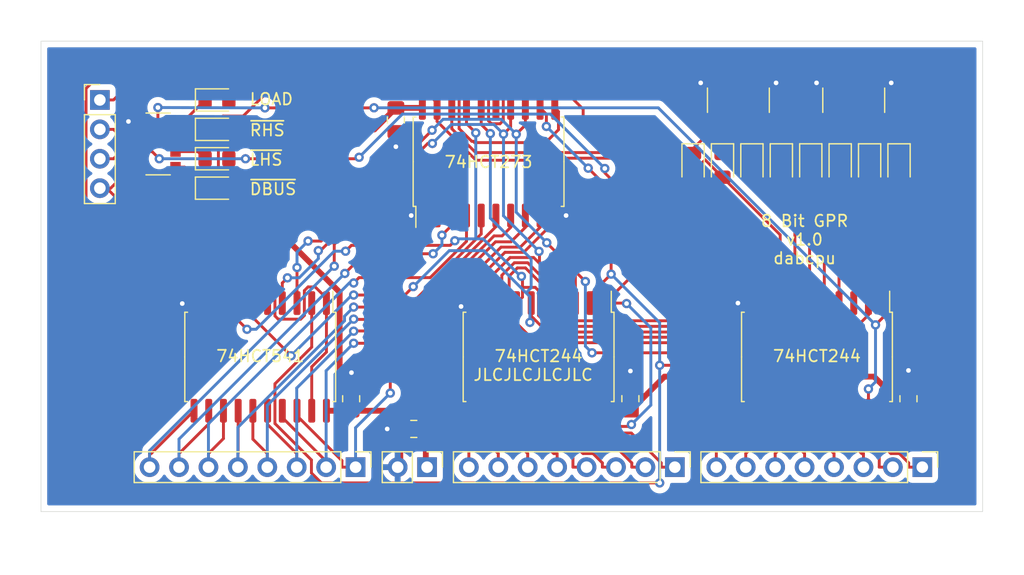
<source format=kicad_pcb>
(kicad_pcb (version 20171130) (host pcbnew "(5.1.12)-1")

  (general
    (thickness 1.6)
    (drawings 14)
    (tracks 617)
    (zones 0)
    (modules 29)
    (nets 51)
  )

  (page A4)
  (layers
    (0 F.Cu signal)
    (31 B.Cu signal)
    (32 B.Adhes user)
    (33 F.Adhes user)
    (34 B.Paste user)
    (35 F.Paste user)
    (36 B.SilkS user)
    (37 F.SilkS user)
    (38 B.Mask user)
    (39 F.Mask user)
    (40 Dwgs.User user)
    (41 Cmts.User user)
    (42 Eco1.User user)
    (43 Eco2.User user)
    (44 Edge.Cuts user)
    (45 Margin user)
    (46 B.CrtYd user)
    (47 F.CrtYd user)
    (48 B.Fab user)
    (49 F.Fab user hide)
  )

  (setup
    (last_trace_width 0.25)
    (trace_clearance 0.2)
    (zone_clearance 0.508)
    (zone_45_only no)
    (trace_min 0.2)
    (via_size 0.8)
    (via_drill 0.4)
    (via_min_size 0.4)
    (via_min_drill 0.3)
    (uvia_size 0.3)
    (uvia_drill 0.1)
    (uvias_allowed no)
    (uvia_min_size 0.2)
    (uvia_min_drill 0.1)
    (edge_width 0.05)
    (segment_width 0.2)
    (pcb_text_width 0.3)
    (pcb_text_size 1.5 1.5)
    (mod_edge_width 0.12)
    (mod_text_size 1 1)
    (mod_text_width 0.15)
    (pad_size 1.15 1.4)
    (pad_drill 0)
    (pad_to_mask_clearance 0)
    (aux_axis_origin 0 0)
    (grid_origin 54.864 36.576)
    (visible_elements 7FFFFFFF)
    (pcbplotparams
      (layerselection 0x010fc_ffffffff)
      (usegerberextensions true)
      (usegerberattributes false)
      (usegerberadvancedattributes false)
      (creategerberjobfile false)
      (excludeedgelayer true)
      (linewidth 0.100000)
      (plotframeref false)
      (viasonmask false)
      (mode 1)
      (useauxorigin false)
      (hpglpennumber 1)
      (hpglpenspeed 20)
      (hpglpendiameter 15.000000)
      (psnegative false)
      (psa4output false)
      (plotreference true)
      (plotvalue true)
      (plotinvisibletext false)
      (padsonsilk false)
      (subtractmaskfromsilk true)
      (outputformat 1)
      (mirror false)
      (drillshape 0)
      (scaleselection 1)
      (outputdirectory "../gerbers/"))
  )

  (net 0 "")
  (net 1 GND)
  (net 2 +5V)
  (net 3 "Net-(D1-Pad1)")
  (net 4 /REG0)
  (net 5 "Net-(D2-Pad1)")
  (net 6 /REG1)
  (net 7 /REG2)
  (net 8 "Net-(D3-Pad1)")
  (net 9 /REG3)
  (net 10 "Net-(D4-Pad1)")
  (net 11 "Net-(D5-Pad1)")
  (net 12 /REG4)
  (net 13 /REG5)
  (net 14 "Net-(D6-Pad1)")
  (net 15 "Net-(D7-Pad1)")
  (net 16 /REG6)
  (net 17 /REG7)
  (net 18 "Net-(D8-Pad1)")
  (net 19 "Net-(D9-Pad1)")
  (net 20 /LOAD)
  (net 21 "Net-(D10-Pad1)")
  (net 22 "Net-(D11-Pad1)")
  (net 23 "Net-(D12-Pad1)")
  (net 24 /~DBUS)
  (net 25 /~LHS)
  (net 26 /~RHS)
  (net 27 /DATA0)
  (net 28 /DATA1)
  (net 29 /DATA2)
  (net 30 /DATA3)
  (net 31 /DATA4)
  (net 32 /DATA5)
  (net 33 /DATA6)
  (net 34 /DATA7)
  (net 35 /LHS7)
  (net 36 /LHS6)
  (net 37 /LHS5)
  (net 38 /LHS4)
  (net 39 /LHS3)
  (net 40 /LHS2)
  (net 41 /LHS1)
  (net 42 /LHS0)
  (net 43 /RHS0)
  (net 44 /RHS1)
  (net 45 /RHS2)
  (net 46 /RHS3)
  (net 47 /RHS4)
  (net 48 /RHS5)
  (net 49 /RHS6)
  (net 50 /RHS7)

  (net_class Default "This is the default net class."
    (clearance 0.2)
    (trace_width 0.25)
    (via_dia 0.8)
    (via_drill 0.4)
    (uvia_dia 0.3)
    (uvia_drill 0.1)
    (add_net /DATA0)
    (add_net /DATA1)
    (add_net /DATA2)
    (add_net /DATA3)
    (add_net /DATA4)
    (add_net /DATA5)
    (add_net /DATA6)
    (add_net /DATA7)
    (add_net /LHS0)
    (add_net /LHS1)
    (add_net /LHS2)
    (add_net /LHS3)
    (add_net /LHS4)
    (add_net /LHS5)
    (add_net /LHS6)
    (add_net /LHS7)
    (add_net /LOAD)
    (add_net /REG0)
    (add_net /REG1)
    (add_net /REG2)
    (add_net /REG3)
    (add_net /REG4)
    (add_net /REG5)
    (add_net /REG6)
    (add_net /REG7)
    (add_net /RHS0)
    (add_net /RHS1)
    (add_net /RHS2)
    (add_net /RHS3)
    (add_net /RHS4)
    (add_net /RHS5)
    (add_net /RHS6)
    (add_net /RHS7)
    (add_net /~DBUS)
    (add_net /~LHS)
    (add_net /~RHS)
    (add_net GND)
    (add_net "Net-(D1-Pad1)")
    (add_net "Net-(D10-Pad1)")
    (add_net "Net-(D11-Pad1)")
    (add_net "Net-(D12-Pad1)")
    (add_net "Net-(D2-Pad1)")
    (add_net "Net-(D3-Pad1)")
    (add_net "Net-(D4-Pad1)")
    (add_net "Net-(D5-Pad1)")
    (add_net "Net-(D6-Pad1)")
    (add_net "Net-(D7-Pad1)")
    (add_net "Net-(D8-Pad1)")
    (add_net "Net-(D9-Pad1)")
  )

  (net_class +5V ""
    (clearance 0.2)
    (trace_width 0.5)
    (via_dia 0.8)
    (via_drill 0.4)
    (uvia_dia 0.3)
    (uvia_drill 0.1)
    (add_net +5V)
  )

  (module LED_SMD:LED_0805_2012Metric_Pad1.15x1.40mm_HandSolder (layer F.Cu) (tedit 5F68FEF1) (tstamp 61B45E17)
    (at 121.31 42.2238 270)
    (descr "LED SMD 0805 (2012 Metric), square (rectangular) end terminal, IPC_7351 nominal, (Body size source: https://docs.google.com/spreadsheets/d/1BsfQQcO9C6DZCsRaXUlFlo91Tg2WpOkGARC1WS5S8t0/edit?usp=sharing), generated with kicad-footprint-generator")
    (tags "LED handsolder")
    (path /61BAA2C9)
    (attr smd)
    (fp_text reference D2 (at 0 -1.65 90) (layer F.SilkS) hide
      (effects (font (size 1 1) (thickness 0.15)))
    )
    (fp_text value LED_ALT (at 0 1.65 90) (layer F.Fab) hide
      (effects (font (size 1 1) (thickness 0.15)))
    )
    (fp_line (start 1.85 0.95) (end -1.85 0.95) (layer F.CrtYd) (width 0.05))
    (fp_line (start 1.85 -0.95) (end 1.85 0.95) (layer F.CrtYd) (width 0.05))
    (fp_line (start -1.85 -0.95) (end 1.85 -0.95) (layer F.CrtYd) (width 0.05))
    (fp_line (start -1.85 0.95) (end -1.85 -0.95) (layer F.CrtYd) (width 0.05))
    (fp_line (start -1.86 0.96) (end 1 0.96) (layer F.SilkS) (width 0.12))
    (fp_line (start -1.86 -0.96) (end -1.86 0.96) (layer F.SilkS) (width 0.12))
    (fp_line (start 1 -0.96) (end -1.86 -0.96) (layer F.SilkS) (width 0.12))
    (fp_line (start 1 0.6) (end 1 -0.6) (layer F.Fab) (width 0.1))
    (fp_line (start -1 0.6) (end 1 0.6) (layer F.Fab) (width 0.1))
    (fp_line (start -1 -0.3) (end -1 0.6) (layer F.Fab) (width 0.1))
    (fp_line (start -0.7 -0.6) (end -1 -0.3) (layer F.Fab) (width 0.1))
    (fp_line (start 1 -0.6) (end -0.7 -0.6) (layer F.Fab) (width 0.1))
    (fp_text user %R (at 0 0 90) (layer F.Fab)
      (effects (font (size 0.5 0.5) (thickness 0.08)))
    )
    (pad 1 smd roundrect (at -1.025 0 270) (size 1.15 1.4) (layers F.Cu F.Paste F.Mask) (roundrect_rratio 0.2173904347826087)
      (net 5 "Net-(D2-Pad1)"))
    (pad 2 smd roundrect (at 1.025 0 270) (size 1.15 1.4) (layers F.Cu F.Paste F.Mask) (roundrect_rratio 0.2173904347826087)
      (net 6 /REG1))
    (model ${KISYS3DMOD}/LED_SMD.3dshapes/LED_0805_2012Metric.wrl
      (at (xyz 0 0 0))
      (scale (xyz 1 1 1))
      (rotate (xyz 0 0 0))
    )
  )

  (module Connector_PinHeader_2.54mm:PinHeader_1x04_P2.54mm_Vertical (layer F.Cu) (tedit 59FED5CC) (tstamp 61B4895D)
    (at 54.864 36.576)
    (descr "Through hole straight pin header, 1x04, 2.54mm pitch, single row")
    (tags "Through hole pin header THT 1x04 2.54mm single row")
    (path /63A95E1D)
    (fp_text reference J2 (at 0 -2.33) (layer F.SilkS) hide
      (effects (font (size 1 1) (thickness 0.15)))
    )
    (fp_text value Control (at 0 9.95) (layer F.Fab)
      (effects (font (size 1 1) (thickness 0.15)))
    )
    (fp_line (start -0.635 -1.27) (end 1.27 -1.27) (layer F.Fab) (width 0.1))
    (fp_line (start 1.27 -1.27) (end 1.27 8.89) (layer F.Fab) (width 0.1))
    (fp_line (start 1.27 8.89) (end -1.27 8.89) (layer F.Fab) (width 0.1))
    (fp_line (start -1.27 8.89) (end -1.27 -0.635) (layer F.Fab) (width 0.1))
    (fp_line (start -1.27 -0.635) (end -0.635 -1.27) (layer F.Fab) (width 0.1))
    (fp_line (start -1.33 8.95) (end 1.33 8.95) (layer F.SilkS) (width 0.12))
    (fp_line (start -1.33 1.27) (end -1.33 8.95) (layer F.SilkS) (width 0.12))
    (fp_line (start 1.33 1.27) (end 1.33 8.95) (layer F.SilkS) (width 0.12))
    (fp_line (start -1.33 1.27) (end 1.33 1.27) (layer F.SilkS) (width 0.12))
    (fp_line (start -1.33 0) (end -1.33 -1.33) (layer F.SilkS) (width 0.12))
    (fp_line (start -1.33 -1.33) (end 0 -1.33) (layer F.SilkS) (width 0.12))
    (fp_line (start -1.8 -1.8) (end -1.8 9.4) (layer F.CrtYd) (width 0.05))
    (fp_line (start -1.8 9.4) (end 1.8 9.4) (layer F.CrtYd) (width 0.05))
    (fp_line (start 1.8 9.4) (end 1.8 -1.8) (layer F.CrtYd) (width 0.05))
    (fp_line (start 1.8 -1.8) (end -1.8 -1.8) (layer F.CrtYd) (width 0.05))
    (fp_text user %R (at 0 3.81 90) (layer F.Fab)
      (effects (font (size 1 1) (thickness 0.15)))
    )
    (pad 4 thru_hole oval (at 0 7.62) (size 1.7 1.7) (drill 1) (layers *.Cu *.Mask)
      (net 24 /~DBUS))
    (pad 3 thru_hole oval (at 0 5.08) (size 1.7 1.7) (drill 1) (layers *.Cu *.Mask)
      (net 25 /~LHS))
    (pad 2 thru_hole oval (at 0 2.54) (size 1.7 1.7) (drill 1) (layers *.Cu *.Mask)
      (net 26 /~RHS))
    (pad 1 thru_hole rect (at 0 0) (size 1.7 1.7) (drill 1) (layers *.Cu *.Mask)
      (net 20 /LOAD))
    (model ${KISYS3DMOD}/Connector_PinHeader_2.54mm.3dshapes/PinHeader_1x04_P2.54mm_Vertical.wrl
      (at (xyz 0 0 0))
      (scale (xyz 1 1 1))
      (rotate (xyz 0 0 0))
    )
  )

  (module Capacitor_SMD:C_0805_2012Metric_Pad1.18x1.45mm_HandSolder (layer F.Cu) (tedit 5F68FEEF) (tstamp 61B3E350)
    (at 80.4164 38.2975 270)
    (descr "Capacitor SMD 0805 (2012 Metric), square (rectangular) end terminal, IPC_7351 nominal with elongated pad for handsoldering. (Body size source: IPC-SM-782 page 76, https://www.pcb-3d.com/wordpress/wp-content/uploads/ipc-sm-782a_amendment_1_and_2.pdf, https://docs.google.com/spreadsheets/d/1BsfQQcO9C6DZCsRaXUlFlo91Tg2WpOkGARC1WS5S8t0/edit?usp=sharing), generated with kicad-footprint-generator")
    (tags "capacitor handsolder")
    (path /63B7D437)
    (attr smd)
    (fp_text reference C1 (at -3.0695 0 180) (layer F.SilkS) hide
      (effects (font (size 1 1) (thickness 0.15)))
    )
    (fp_text value 0.1uF (at 0 1.68 90) (layer F.Fab)
      (effects (font (size 1 1) (thickness 0.15)))
    )
    (fp_line (start -1 0.625) (end -1 -0.625) (layer F.Fab) (width 0.1))
    (fp_line (start -1 -0.625) (end 1 -0.625) (layer F.Fab) (width 0.1))
    (fp_line (start 1 -0.625) (end 1 0.625) (layer F.Fab) (width 0.1))
    (fp_line (start 1 0.625) (end -1 0.625) (layer F.Fab) (width 0.1))
    (fp_line (start -0.261252 -0.735) (end 0.261252 -0.735) (layer F.SilkS) (width 0.12))
    (fp_line (start -0.261252 0.735) (end 0.261252 0.735) (layer F.SilkS) (width 0.12))
    (fp_line (start -1.88 0.98) (end -1.88 -0.98) (layer F.CrtYd) (width 0.05))
    (fp_line (start -1.88 -0.98) (end 1.88 -0.98) (layer F.CrtYd) (width 0.05))
    (fp_line (start 1.88 -0.98) (end 1.88 0.98) (layer F.CrtYd) (width 0.05))
    (fp_line (start 1.88 0.98) (end -1.88 0.98) (layer F.CrtYd) (width 0.05))
    (fp_text user %R (at 0 0 90) (layer F.Fab)
      (effects (font (size 0.5 0.5) (thickness 0.08)))
    )
    (pad 2 smd roundrect (at 1.0375 0 270) (size 1.175 1.45) (layers F.Cu F.Paste F.Mask) (roundrect_rratio 0.2127659574468085)
      (net 1 GND))
    (pad 1 smd roundrect (at -1.0375 0 270) (size 1.175 1.45) (layers F.Cu F.Paste F.Mask) (roundrect_rratio 0.2127659574468085)
      (net 2 +5V))
    (model ${KISYS3DMOD}/Capacitor_SMD.3dshapes/C_0805_2012Metric.wrl
      (at (xyz 0 0 0))
      (scale (xyz 1 1 1))
      (rotate (xyz 0 0 0))
    )
  )

  (module Capacitor_SMD:C_0805_2012Metric_Pad1.18x1.45mm_HandSolder (layer F.Cu) (tedit 5F68FEEF) (tstamp 61B38538)
    (at 76.5556 62.3881 90)
    (descr "Capacitor SMD 0805 (2012 Metric), square (rectangular) end terminal, IPC_7351 nominal with elongated pad for handsoldering. (Body size source: IPC-SM-782 page 76, https://www.pcb-3d.com/wordpress/wp-content/uploads/ipc-sm-782a_amendment_1_and_2.pdf, https://docs.google.com/spreadsheets/d/1BsfQQcO9C6DZCsRaXUlFlo91Tg2WpOkGARC1WS5S8t0/edit?usp=sharing), generated with kicad-footprint-generator")
    (tags "capacitor handsolder")
    (path /63B7E211)
    (attr smd)
    (fp_text reference C2 (at -3.0695 0 180) (layer F.SilkS) hide
      (effects (font (size 1 1) (thickness 0.15)))
    )
    (fp_text value 0.1uF (at 0 1.68 90) (layer F.Fab)
      (effects (font (size 1 1) (thickness 0.15)))
    )
    (fp_text user %R (at 0 0 90) (layer F.Fab)
      (effects (font (size 0.5 0.5) (thickness 0.08)))
    )
    (fp_line (start -1 0.625) (end -1 -0.625) (layer F.Fab) (width 0.1))
    (fp_line (start -1 -0.625) (end 1 -0.625) (layer F.Fab) (width 0.1))
    (fp_line (start 1 -0.625) (end 1 0.625) (layer F.Fab) (width 0.1))
    (fp_line (start 1 0.625) (end -1 0.625) (layer F.Fab) (width 0.1))
    (fp_line (start -0.261252 -0.735) (end 0.261252 -0.735) (layer F.SilkS) (width 0.12))
    (fp_line (start -0.261252 0.735) (end 0.261252 0.735) (layer F.SilkS) (width 0.12))
    (fp_line (start -1.88 0.98) (end -1.88 -0.98) (layer F.CrtYd) (width 0.05))
    (fp_line (start -1.88 -0.98) (end 1.88 -0.98) (layer F.CrtYd) (width 0.05))
    (fp_line (start 1.88 -0.98) (end 1.88 0.98) (layer F.CrtYd) (width 0.05))
    (fp_line (start 1.88 0.98) (end -1.88 0.98) (layer F.CrtYd) (width 0.05))
    (pad 2 smd roundrect (at 1.0375 0 90) (size 1.175 1.45) (layers F.Cu F.Paste F.Mask) (roundrect_rratio 0.2127659574468085)
      (net 1 GND))
    (pad 1 smd roundrect (at -1.0375 0 90) (size 1.175 1.45) (layers F.Cu F.Paste F.Mask) (roundrect_rratio 0.2127659574468085)
      (net 2 +5V))
    (model ${KISYS3DMOD}/Capacitor_SMD.3dshapes/C_0805_2012Metric.wrl
      (at (xyz 0 0 0))
      (scale (xyz 1 1 1))
      (rotate (xyz 0 0 0))
    )
  )

  (module Capacitor_SMD:C_0805_2012Metric_Pad1.18x1.45mm_HandSolder (layer F.Cu) (tedit 5F68FEEF) (tstamp 61B32352)
    (at 100.66 62.3824 90)
    (descr "Capacitor SMD 0805 (2012 Metric), square (rectangular) end terminal, IPC_7351 nominal with elongated pad for handsoldering. (Body size source: IPC-SM-782 page 76, https://www.pcb-3d.com/wordpress/wp-content/uploads/ipc-sm-782a_amendment_1_and_2.pdf, https://docs.google.com/spreadsheets/d/1BsfQQcO9C6DZCsRaXUlFlo91Tg2WpOkGARC1WS5S8t0/edit?usp=sharing), generated with kicad-footprint-generator")
    (tags "capacitor handsolder")
    (path /63B7E771)
    (attr smd)
    (fp_text reference C3 (at -3.0695 0 180) (layer F.SilkS) hide
      (effects (font (size 1 1) (thickness 0.15)))
    )
    (fp_text value 0.1uF (at 0 1.68 90) (layer F.Fab)
      (effects (font (size 1 1) (thickness 0.15)))
    )
    (fp_line (start -1 0.625) (end -1 -0.625) (layer F.Fab) (width 0.1))
    (fp_line (start -1 -0.625) (end 1 -0.625) (layer F.Fab) (width 0.1))
    (fp_line (start 1 -0.625) (end 1 0.625) (layer F.Fab) (width 0.1))
    (fp_line (start 1 0.625) (end -1 0.625) (layer F.Fab) (width 0.1))
    (fp_line (start -0.261252 -0.735) (end 0.261252 -0.735) (layer F.SilkS) (width 0.12))
    (fp_line (start -0.261252 0.735) (end 0.261252 0.735) (layer F.SilkS) (width 0.12))
    (fp_line (start -1.88 0.98) (end -1.88 -0.98) (layer F.CrtYd) (width 0.05))
    (fp_line (start -1.88 -0.98) (end 1.88 -0.98) (layer F.CrtYd) (width 0.05))
    (fp_line (start 1.88 -0.98) (end 1.88 0.98) (layer F.CrtYd) (width 0.05))
    (fp_line (start 1.88 0.98) (end -1.88 0.98) (layer F.CrtYd) (width 0.05))
    (fp_text user %R (at 0 0 90) (layer F.Fab)
      (effects (font (size 0.5 0.5) (thickness 0.08)))
    )
    (pad 2 smd roundrect (at 1.0375 0 90) (size 1.175 1.45) (layers F.Cu F.Paste F.Mask) (roundrect_rratio 0.2127659574468085)
      (net 1 GND))
    (pad 1 smd roundrect (at -1.0375 0 90) (size 1.175 1.45) (layers F.Cu F.Paste F.Mask) (roundrect_rratio 0.2127659574468085)
      (net 2 +5V))
    (model ${KISYS3DMOD}/Capacitor_SMD.3dshapes/C_0805_2012Metric.wrl
      (at (xyz 0 0 0))
      (scale (xyz 1 1 1))
      (rotate (xyz 0 0 0))
    )
  )

  (module Capacitor_SMD:C_0805_2012Metric_Pad1.18x1.45mm_HandSolder (layer F.Cu) (tedit 5F68FEEF) (tstamp 61B32363)
    (at 124.663 62.3881 90)
    (descr "Capacitor SMD 0805 (2012 Metric), square (rectangular) end terminal, IPC_7351 nominal with elongated pad for handsoldering. (Body size source: IPC-SM-782 page 76, https://www.pcb-3d.com/wordpress/wp-content/uploads/ipc-sm-782a_amendment_1_and_2.pdf, https://docs.google.com/spreadsheets/d/1BsfQQcO9C6DZCsRaXUlFlo91Tg2WpOkGARC1WS5S8t0/edit?usp=sharing), generated with kicad-footprint-generator")
    (tags "capacitor handsolder")
    (path /63B7EC59)
    (attr smd)
    (fp_text reference C4 (at -3.0695 0 180) (layer F.SilkS) hide
      (effects (font (size 1 1) (thickness 0.15)))
    )
    (fp_text value 0.1uF (at 0 1.68 90) (layer F.Fab)
      (effects (font (size 1 1) (thickness 0.15)))
    )
    (fp_line (start 1.88 0.98) (end -1.88 0.98) (layer F.CrtYd) (width 0.05))
    (fp_line (start 1.88 -0.98) (end 1.88 0.98) (layer F.CrtYd) (width 0.05))
    (fp_line (start -1.88 -0.98) (end 1.88 -0.98) (layer F.CrtYd) (width 0.05))
    (fp_line (start -1.88 0.98) (end -1.88 -0.98) (layer F.CrtYd) (width 0.05))
    (fp_line (start -0.261252 0.735) (end 0.261252 0.735) (layer F.SilkS) (width 0.12))
    (fp_line (start -0.261252 -0.735) (end 0.261252 -0.735) (layer F.SilkS) (width 0.12))
    (fp_line (start 1 0.625) (end -1 0.625) (layer F.Fab) (width 0.1))
    (fp_line (start 1 -0.625) (end 1 0.625) (layer F.Fab) (width 0.1))
    (fp_line (start -1 -0.625) (end 1 -0.625) (layer F.Fab) (width 0.1))
    (fp_line (start -1 0.625) (end -1 -0.625) (layer F.Fab) (width 0.1))
    (fp_text user %R (at 0 0 90) (layer F.Fab)
      (effects (font (size 0.5 0.5) (thickness 0.08)))
    )
    (pad 1 smd roundrect (at -1.0375 0 90) (size 1.175 1.45) (layers F.Cu F.Paste F.Mask) (roundrect_rratio 0.2127659574468085)
      (net 2 +5V))
    (pad 2 smd roundrect (at 1.0375 0 90) (size 1.175 1.45) (layers F.Cu F.Paste F.Mask) (roundrect_rratio 0.2127659574468085)
      (net 1 GND))
    (model ${KISYS3DMOD}/Capacitor_SMD.3dshapes/C_0805_2012Metric.wrl
      (at (xyz 0 0 0))
      (scale (xyz 1 1 1))
      (rotate (xyz 0 0 0))
    )
  )

  (module Capacitor_SMD:C_0805_2012Metric_Pad1.18x1.45mm_HandSolder (layer F.Cu) (tedit 5F68FEEF) (tstamp 61B32374)
    (at 81.9619 64.9986 180)
    (descr "Capacitor SMD 0805 (2012 Metric), square (rectangular) end terminal, IPC_7351 nominal with elongated pad for handsoldering. (Body size source: IPC-SM-782 page 76, https://www.pcb-3d.com/wordpress/wp-content/uploads/ipc-sm-782a_amendment_1_and_2.pdf, https://docs.google.com/spreadsheets/d/1BsfQQcO9C6DZCsRaXUlFlo91Tg2WpOkGARC1WS5S8t0/edit?usp=sharing), generated with kicad-footprint-generator")
    (tags "capacitor handsolder")
    (path /63B84DB0)
    (attr smd)
    (fp_text reference C5 (at 0 -1.68) (layer F.SilkS) hide
      (effects (font (size 1 1) (thickness 0.15)))
    )
    (fp_text value 0.1uF (at 0 1.68) (layer F.Fab)
      (effects (font (size 1 1) (thickness 0.15)))
    )
    (fp_line (start 1.88 0.98) (end -1.88 0.98) (layer F.CrtYd) (width 0.05))
    (fp_line (start 1.88 -0.98) (end 1.88 0.98) (layer F.CrtYd) (width 0.05))
    (fp_line (start -1.88 -0.98) (end 1.88 -0.98) (layer F.CrtYd) (width 0.05))
    (fp_line (start -1.88 0.98) (end -1.88 -0.98) (layer F.CrtYd) (width 0.05))
    (fp_line (start -0.261252 0.735) (end 0.261252 0.735) (layer F.SilkS) (width 0.12))
    (fp_line (start -0.261252 -0.735) (end 0.261252 -0.735) (layer F.SilkS) (width 0.12))
    (fp_line (start 1 0.625) (end -1 0.625) (layer F.Fab) (width 0.1))
    (fp_line (start 1 -0.625) (end 1 0.625) (layer F.Fab) (width 0.1))
    (fp_line (start -1 -0.625) (end 1 -0.625) (layer F.Fab) (width 0.1))
    (fp_line (start -1 0.625) (end -1 -0.625) (layer F.Fab) (width 0.1))
    (fp_text user %R (at 0 0) (layer F.Fab)
      (effects (font (size 0.5 0.5) (thickness 0.08)))
    )
    (pad 1 smd roundrect (at -1.0375 0 180) (size 1.175 1.45) (layers F.Cu F.Paste F.Mask) (roundrect_rratio 0.2127659574468085)
      (net 2 +5V))
    (pad 2 smd roundrect (at 1.0375 0 180) (size 1.175 1.45) (layers F.Cu F.Paste F.Mask) (roundrect_rratio 0.2127659574468085)
      (net 1 GND))
    (model ${KISYS3DMOD}/Capacitor_SMD.3dshapes/C_0805_2012Metric.wrl
      (at (xyz 0 0 0))
      (scale (xyz 1 1 1))
      (rotate (xyz 0 0 0))
    )
  )

  (module LED_SMD:LED_0805_2012Metric_Pad1.15x1.40mm_HandSolder (layer F.Cu) (tedit 5F68FEF1) (tstamp 61B3DFF8)
    (at 123.85 42.2238 270)
    (descr "LED SMD 0805 (2012 Metric), square (rectangular) end terminal, IPC_7351 nominal, (Body size source: https://docs.google.com/spreadsheets/d/1BsfQQcO9C6DZCsRaXUlFlo91Tg2WpOkGARC1WS5S8t0/edit?usp=sharing), generated with kicad-footprint-generator")
    (tags "LED handsolder")
    (path /61B337C5)
    (attr smd)
    (fp_text reference D1 (at 0 -1.65 90) (layer F.SilkS) hide
      (effects (font (size 1 1) (thickness 0.15)))
    )
    (fp_text value LED_ALT (at 0 1.65 90) (layer F.Fab) hide
      (effects (font (size 1 1) (thickness 0.15)))
    )
    (fp_line (start 1.85 0.95) (end -1.85 0.95) (layer F.CrtYd) (width 0.05))
    (fp_line (start 1.85 -0.95) (end 1.85 0.95) (layer F.CrtYd) (width 0.05))
    (fp_line (start -1.85 -0.95) (end 1.85 -0.95) (layer F.CrtYd) (width 0.05))
    (fp_line (start -1.85 0.95) (end -1.85 -0.95) (layer F.CrtYd) (width 0.05))
    (fp_line (start -1.86 0.96) (end 1 0.96) (layer F.SilkS) (width 0.12))
    (fp_line (start -1.86 -0.96) (end -1.86 0.96) (layer F.SilkS) (width 0.12))
    (fp_line (start 1 -0.96) (end -1.86 -0.96) (layer F.SilkS) (width 0.12))
    (fp_line (start 1 0.6) (end 1 -0.6) (layer F.Fab) (width 0.1))
    (fp_line (start -1 0.6) (end 1 0.6) (layer F.Fab) (width 0.1))
    (fp_line (start -1 -0.3) (end -1 0.6) (layer F.Fab) (width 0.1))
    (fp_line (start -0.7 -0.6) (end -1 -0.3) (layer F.Fab) (width 0.1))
    (fp_line (start 1 -0.6) (end -0.7 -0.6) (layer F.Fab) (width 0.1))
    (fp_text user %R (at 0 0 90) (layer F.Fab)
      (effects (font (size 0.5 0.5) (thickness 0.08)))
    )
    (pad 1 smd roundrect (at -1.025 0 270) (size 1.15 1.4) (layers F.Cu F.Paste F.Mask) (roundrect_rratio 0.2173904347826087)
      (net 3 "Net-(D1-Pad1)"))
    (pad 2 smd roundrect (at 1.025 0 270) (size 1.15 1.4) (layers F.Cu F.Paste F.Mask) (roundrect_rratio 0.2173904347826087)
      (net 4 /REG0))
    (model ${KISYS3DMOD}/LED_SMD.3dshapes/LED_0805_2012Metric.wrl
      (at (xyz 0 0 0))
      (scale (xyz 1 1 1))
      (rotate (xyz 0 0 0))
    )
  )

  (module LED_SMD:LED_0805_2012Metric_Pad1.15x1.40mm_HandSolder (layer F.Cu) (tedit 5F68FEF1) (tstamp 61B3E17E)
    (at 118.77 42.2238 270)
    (descr "LED SMD 0805 (2012 Metric), square (rectangular) end terminal, IPC_7351 nominal, (Body size source: https://docs.google.com/spreadsheets/d/1BsfQQcO9C6DZCsRaXUlFlo91Tg2WpOkGARC1WS5S8t0/edit?usp=sharing), generated with kicad-footprint-generator")
    (tags "LED handsolder")
    (path /61BAAEAB)
    (attr smd)
    (fp_text reference D3 (at 0 -1.65 90) (layer F.SilkS) hide
      (effects (font (size 1 1) (thickness 0.15)))
    )
    (fp_text value LED_ALT (at 0 1.65 90) (layer F.Fab) hide
      (effects (font (size 1 1) (thickness 0.15)))
    )
    (fp_line (start 1 -0.6) (end -0.7 -0.6) (layer F.Fab) (width 0.1))
    (fp_line (start -0.7 -0.6) (end -1 -0.3) (layer F.Fab) (width 0.1))
    (fp_line (start -1 -0.3) (end -1 0.6) (layer F.Fab) (width 0.1))
    (fp_line (start -1 0.6) (end 1 0.6) (layer F.Fab) (width 0.1))
    (fp_line (start 1 0.6) (end 1 -0.6) (layer F.Fab) (width 0.1))
    (fp_line (start 1 -0.96) (end -1.86 -0.96) (layer F.SilkS) (width 0.12))
    (fp_line (start -1.86 -0.96) (end -1.86 0.96) (layer F.SilkS) (width 0.12))
    (fp_line (start -1.86 0.96) (end 1 0.96) (layer F.SilkS) (width 0.12))
    (fp_line (start -1.85 0.95) (end -1.85 -0.95) (layer F.CrtYd) (width 0.05))
    (fp_line (start -1.85 -0.95) (end 1.85 -0.95) (layer F.CrtYd) (width 0.05))
    (fp_line (start 1.85 -0.95) (end 1.85 0.95) (layer F.CrtYd) (width 0.05))
    (fp_line (start 1.85 0.95) (end -1.85 0.95) (layer F.CrtYd) (width 0.05))
    (fp_text user %R (at 0 0 90) (layer F.Fab)
      (effects (font (size 0.5 0.5) (thickness 0.08)))
    )
    (pad 2 smd roundrect (at 1.025 0 270) (size 1.15 1.4) (layers F.Cu F.Paste F.Mask) (roundrect_rratio 0.2173904347826087)
      (net 7 /REG2))
    (pad 1 smd roundrect (at -1.025 0 270) (size 1.15 1.4) (layers F.Cu F.Paste F.Mask) (roundrect_rratio 0.2173904347826087)
      (net 8 "Net-(D3-Pad1)"))
    (model ${KISYS3DMOD}/LED_SMD.3dshapes/LED_0805_2012Metric.wrl
      (at (xyz 0 0 0))
      (scale (xyz 1 1 1))
      (rotate (xyz 0 0 0))
    )
  )

  (module LED_SMD:LED_0805_2012Metric_Pad1.15x1.40mm_HandSolder (layer F.Cu) (tedit 5F68FEF1) (tstamp 61B3E094)
    (at 116.23 42.2238 270)
    (descr "LED SMD 0805 (2012 Metric), square (rectangular) end terminal, IPC_7351 nominal, (Body size source: https://docs.google.com/spreadsheets/d/1BsfQQcO9C6DZCsRaXUlFlo91Tg2WpOkGARC1WS5S8t0/edit?usp=sharing), generated with kicad-footprint-generator")
    (tags "LED handsolder")
    (path /61BAB32E)
    (attr smd)
    (fp_text reference D4 (at 0 -1.65 90) (layer F.SilkS) hide
      (effects (font (size 1 1) (thickness 0.15)))
    )
    (fp_text value LED_ALT (at 0 1.65 90) (layer F.Fab) hide
      (effects (font (size 1 1) (thickness 0.15)))
    )
    (fp_line (start 1 -0.6) (end -0.7 -0.6) (layer F.Fab) (width 0.1))
    (fp_line (start -0.7 -0.6) (end -1 -0.3) (layer F.Fab) (width 0.1))
    (fp_line (start -1 -0.3) (end -1 0.6) (layer F.Fab) (width 0.1))
    (fp_line (start -1 0.6) (end 1 0.6) (layer F.Fab) (width 0.1))
    (fp_line (start 1 0.6) (end 1 -0.6) (layer F.Fab) (width 0.1))
    (fp_line (start 1 -0.96) (end -1.86 -0.96) (layer F.SilkS) (width 0.12))
    (fp_line (start -1.86 -0.96) (end -1.86 0.96) (layer F.SilkS) (width 0.12))
    (fp_line (start -1.86 0.96) (end 1 0.96) (layer F.SilkS) (width 0.12))
    (fp_line (start -1.85 0.95) (end -1.85 -0.95) (layer F.CrtYd) (width 0.05))
    (fp_line (start -1.85 -0.95) (end 1.85 -0.95) (layer F.CrtYd) (width 0.05))
    (fp_line (start 1.85 -0.95) (end 1.85 0.95) (layer F.CrtYd) (width 0.05))
    (fp_line (start 1.85 0.95) (end -1.85 0.95) (layer F.CrtYd) (width 0.05))
    (fp_text user %R (at 0 0 90) (layer F.Fab)
      (effects (font (size 0.5 0.5) (thickness 0.08)))
    )
    (pad 2 smd roundrect (at 1.025 0 270) (size 1.15 1.4) (layers F.Cu F.Paste F.Mask) (roundrect_rratio 0.2173904347826087)
      (net 9 /REG3))
    (pad 1 smd roundrect (at -1.025 0 270) (size 1.15 1.4) (layers F.Cu F.Paste F.Mask) (roundrect_rratio 0.2173904347826087)
      (net 10 "Net-(D4-Pad1)"))
    (model ${KISYS3DMOD}/LED_SMD.3dshapes/LED_0805_2012Metric.wrl
      (at (xyz 0 0 0))
      (scale (xyz 1 1 1))
      (rotate (xyz 0 0 0))
    )
  )

  (module LED_SMD:LED_0805_2012Metric_Pad1.15x1.40mm_HandSolder (layer F.Cu) (tedit 5F68FEF1) (tstamp 61B3E220)
    (at 113.69 42.2238 270)
    (descr "LED SMD 0805 (2012 Metric), square (rectangular) end terminal, IPC_7351 nominal, (Body size source: https://docs.google.com/spreadsheets/d/1BsfQQcO9C6DZCsRaXUlFlo91Tg2WpOkGARC1WS5S8t0/edit?usp=sharing), generated with kicad-footprint-generator")
    (tags "LED handsolder")
    (path /61BAB75C)
    (attr smd)
    (fp_text reference D5 (at 0 -1.65 90) (layer F.SilkS) hide
      (effects (font (size 1 1) (thickness 0.15)))
    )
    (fp_text value LED_ALT (at 0 1.65 90) (layer F.Fab) hide
      (effects (font (size 1 1) (thickness 0.15)))
    )
    (fp_line (start 1.85 0.95) (end -1.85 0.95) (layer F.CrtYd) (width 0.05))
    (fp_line (start 1.85 -0.95) (end 1.85 0.95) (layer F.CrtYd) (width 0.05))
    (fp_line (start -1.85 -0.95) (end 1.85 -0.95) (layer F.CrtYd) (width 0.05))
    (fp_line (start -1.85 0.95) (end -1.85 -0.95) (layer F.CrtYd) (width 0.05))
    (fp_line (start -1.86 0.96) (end 1 0.96) (layer F.SilkS) (width 0.12))
    (fp_line (start -1.86 -0.96) (end -1.86 0.96) (layer F.SilkS) (width 0.12))
    (fp_line (start 1 -0.96) (end -1.86 -0.96) (layer F.SilkS) (width 0.12))
    (fp_line (start 1 0.6) (end 1 -0.6) (layer F.Fab) (width 0.1))
    (fp_line (start -1 0.6) (end 1 0.6) (layer F.Fab) (width 0.1))
    (fp_line (start -1 -0.3) (end -1 0.6) (layer F.Fab) (width 0.1))
    (fp_line (start -0.7 -0.6) (end -1 -0.3) (layer F.Fab) (width 0.1))
    (fp_line (start 1 -0.6) (end -0.7 -0.6) (layer F.Fab) (width 0.1))
    (fp_text user %R (at 0 0 90) (layer F.Fab)
      (effects (font (size 0.5 0.5) (thickness 0.08)))
    )
    (pad 1 smd roundrect (at -1.025 0 270) (size 1.15 1.4) (layers F.Cu F.Paste F.Mask) (roundrect_rratio 0.2173904347826087)
      (net 11 "Net-(D5-Pad1)"))
    (pad 2 smd roundrect (at 1.025 0 270) (size 1.15 1.4) (layers F.Cu F.Paste F.Mask) (roundrect_rratio 0.2173904347826087)
      (net 12 /REG4))
    (model ${KISYS3DMOD}/LED_SMD.3dshapes/LED_0805_2012Metric.wrl
      (at (xyz 0 0 0))
      (scale (xyz 1 1 1))
      (rotate (xyz 0 0 0))
    )
  )

  (module LED_SMD:LED_0805_2012Metric_Pad1.15x1.40mm_HandSolder (layer F.Cu) (tedit 5F68FEF1) (tstamp 61B44E88)
    (at 111.15 42.2238 270)
    (descr "LED SMD 0805 (2012 Metric), square (rectangular) end terminal, IPC_7351 nominal, (Body size source: https://docs.google.com/spreadsheets/d/1BsfQQcO9C6DZCsRaXUlFlo91Tg2WpOkGARC1WS5S8t0/edit?usp=sharing), generated with kicad-footprint-generator")
    (tags "LED handsolder")
    (path /61BABB8E)
    (attr smd)
    (fp_text reference D6 (at 0 -1.65 90) (layer F.SilkS) hide
      (effects (font (size 1 1) (thickness 0.15)))
    )
    (fp_text value LED_ALT (at 0 1.65 90) (layer F.Fab) hide
      (effects (font (size 1 1) (thickness 0.15)))
    )
    (fp_line (start 1 -0.6) (end -0.7 -0.6) (layer F.Fab) (width 0.1))
    (fp_line (start -0.7 -0.6) (end -1 -0.3) (layer F.Fab) (width 0.1))
    (fp_line (start -1 -0.3) (end -1 0.6) (layer F.Fab) (width 0.1))
    (fp_line (start -1 0.6) (end 1 0.6) (layer F.Fab) (width 0.1))
    (fp_line (start 1 0.6) (end 1 -0.6) (layer F.Fab) (width 0.1))
    (fp_line (start 1 -0.96) (end -1.86 -0.96) (layer F.SilkS) (width 0.12))
    (fp_line (start -1.86 -0.96) (end -1.86 0.96) (layer F.SilkS) (width 0.12))
    (fp_line (start -1.86 0.96) (end 1 0.96) (layer F.SilkS) (width 0.12))
    (fp_line (start -1.85 0.95) (end -1.85 -0.95) (layer F.CrtYd) (width 0.05))
    (fp_line (start -1.85 -0.95) (end 1.85 -0.95) (layer F.CrtYd) (width 0.05))
    (fp_line (start 1.85 -0.95) (end 1.85 0.95) (layer F.CrtYd) (width 0.05))
    (fp_line (start 1.85 0.95) (end -1.85 0.95) (layer F.CrtYd) (width 0.05))
    (fp_text user %R (at 0 0 90) (layer F.Fab)
      (effects (font (size 0.5 0.5) (thickness 0.08)))
    )
    (pad 2 smd roundrect (at 1.025 0 270) (size 1.15 1.4) (layers F.Cu F.Paste F.Mask) (roundrect_rratio 0.2173904347826087)
      (net 13 /REG5))
    (pad 1 smd roundrect (at -1.025 0 270) (size 1.15 1.4) (layers F.Cu F.Paste F.Mask) (roundrect_rratio 0.2173904347826087)
      (net 14 "Net-(D6-Pad1)"))
    (model ${KISYS3DMOD}/LED_SMD.3dshapes/LED_0805_2012Metric.wrl
      (at (xyz 0 0 0))
      (scale (xyz 1 1 1))
      (rotate (xyz 0 0 0))
    )
  )

  (module LED_SMD:LED_0805_2012Metric_Pad1.15x1.40mm_HandSolder (layer F.Cu) (tedit 5F68FEF1) (tstamp 61B3E112)
    (at 108.61 42.2238 270)
    (descr "LED SMD 0805 (2012 Metric), square (rectangular) end terminal, IPC_7351 nominal, (Body size source: https://docs.google.com/spreadsheets/d/1BsfQQcO9C6DZCsRaXUlFlo91Tg2WpOkGARC1WS5S8t0/edit?usp=sharing), generated with kicad-footprint-generator")
    (tags "LED handsolder")
    (path /61BE35B5)
    (attr smd)
    (fp_text reference D7 (at 0 -1.65 90) (layer F.SilkS) hide
      (effects (font (size 1 1) (thickness 0.15)))
    )
    (fp_text value LED_ALT (at 0 1.65 90) (layer F.Fab) hide
      (effects (font (size 1 1) (thickness 0.15)))
    )
    (fp_line (start 1.85 0.95) (end -1.85 0.95) (layer F.CrtYd) (width 0.05))
    (fp_line (start 1.85 -0.95) (end 1.85 0.95) (layer F.CrtYd) (width 0.05))
    (fp_line (start -1.85 -0.95) (end 1.85 -0.95) (layer F.CrtYd) (width 0.05))
    (fp_line (start -1.85 0.95) (end -1.85 -0.95) (layer F.CrtYd) (width 0.05))
    (fp_line (start -1.86 0.96) (end 1 0.96) (layer F.SilkS) (width 0.12))
    (fp_line (start -1.86 -0.96) (end -1.86 0.96) (layer F.SilkS) (width 0.12))
    (fp_line (start 1 -0.96) (end -1.86 -0.96) (layer F.SilkS) (width 0.12))
    (fp_line (start 1 0.6) (end 1 -0.6) (layer F.Fab) (width 0.1))
    (fp_line (start -1 0.6) (end 1 0.6) (layer F.Fab) (width 0.1))
    (fp_line (start -1 -0.3) (end -1 0.6) (layer F.Fab) (width 0.1))
    (fp_line (start -0.7 -0.6) (end -1 -0.3) (layer F.Fab) (width 0.1))
    (fp_line (start 1 -0.6) (end -0.7 -0.6) (layer F.Fab) (width 0.1))
    (fp_text user %R (at 0 0 90) (layer F.Fab)
      (effects (font (size 0.5 0.5) (thickness 0.08)))
    )
    (pad 1 smd roundrect (at -1.025 0 270) (size 1.15 1.4) (layers F.Cu F.Paste F.Mask) (roundrect_rratio 0.2173904347826087)
      (net 15 "Net-(D7-Pad1)"))
    (pad 2 smd roundrect (at 1.025 0 270) (size 1.15 1.4) (layers F.Cu F.Paste F.Mask) (roundrect_rratio 0.2173904347826087)
      (net 16 /REG6))
    (model ${KISYS3DMOD}/LED_SMD.3dshapes/LED_0805_2012Metric.wrl
      (at (xyz 0 0 0))
      (scale (xyz 1 1 1))
      (rotate (xyz 0 0 0))
    )
  )

  (module LED_SMD:LED_0805_2012Metric_Pad1.15x1.40mm_HandSolder (layer F.Cu) (tedit 5F68FEF1) (tstamp 61B3E2BC)
    (at 106.07 42.2238 270)
    (descr "LED SMD 0805 (2012 Metric), square (rectangular) end terminal, IPC_7351 nominal, (Body size source: https://docs.google.com/spreadsheets/d/1BsfQQcO9C6DZCsRaXUlFlo91Tg2WpOkGARC1WS5S8t0/edit?usp=sharing), generated with kicad-footprint-generator")
    (tags "LED handsolder")
    (path /61BE3A8D)
    (attr smd)
    (fp_text reference D8 (at 0 -1.65 90) (layer F.SilkS) hide
      (effects (font (size 1 1) (thickness 0.15)))
    )
    (fp_text value LED_ALT (at 0 1.65 90) (layer F.Fab) hide
      (effects (font (size 1 1) (thickness 0.15)))
    )
    (fp_line (start 1 -0.6) (end -0.7 -0.6) (layer F.Fab) (width 0.1))
    (fp_line (start -0.7 -0.6) (end -1 -0.3) (layer F.Fab) (width 0.1))
    (fp_line (start -1 -0.3) (end -1 0.6) (layer F.Fab) (width 0.1))
    (fp_line (start -1 0.6) (end 1 0.6) (layer F.Fab) (width 0.1))
    (fp_line (start 1 0.6) (end 1 -0.6) (layer F.Fab) (width 0.1))
    (fp_line (start 1 -0.96) (end -1.86 -0.96) (layer F.SilkS) (width 0.12))
    (fp_line (start -1.86 -0.96) (end -1.86 0.96) (layer F.SilkS) (width 0.12))
    (fp_line (start -1.86 0.96) (end 1 0.96) (layer F.SilkS) (width 0.12))
    (fp_line (start -1.85 0.95) (end -1.85 -0.95) (layer F.CrtYd) (width 0.05))
    (fp_line (start -1.85 -0.95) (end 1.85 -0.95) (layer F.CrtYd) (width 0.05))
    (fp_line (start 1.85 -0.95) (end 1.85 0.95) (layer F.CrtYd) (width 0.05))
    (fp_line (start 1.85 0.95) (end -1.85 0.95) (layer F.CrtYd) (width 0.05))
    (fp_text user %R (at 0 0 90) (layer F.Fab)
      (effects (font (size 0.5 0.5) (thickness 0.08)))
    )
    (pad 2 smd roundrect (at 1.025 0 270) (size 1.15 1.4) (layers F.Cu F.Paste F.Mask) (roundrect_rratio 0.2173904347826087)
      (net 17 /REG7))
    (pad 1 smd roundrect (at -1.025 0 270) (size 1.15 1.4) (layers F.Cu F.Paste F.Mask) (roundrect_rratio 0.2173904347826087)
      (net 18 "Net-(D8-Pad1)"))
    (model ${KISYS3DMOD}/LED_SMD.3dshapes/LED_0805_2012Metric.wrl
      (at (xyz 0 0 0))
      (scale (xyz 1 1 1))
      (rotate (xyz 0 0 0))
    )
  )

  (module LED_SMD:LED_0805_2012Metric_Pad1.15x1.40mm_HandSolder (layer F.Cu) (tedit 5F68FEF1) (tstamp 61B467BF)
    (at 64.9732 44.196)
    (descr "LED SMD 0805 (2012 Metric), square (rectangular) end terminal, IPC_7351 nominal, (Body size source: https://docs.google.com/spreadsheets/d/1BsfQQcO9C6DZCsRaXUlFlo91Tg2WpOkGARC1WS5S8t0/edit?usp=sharing), generated with kicad-footprint-generator")
    (tags "LED handsolder")
    (path /61C68C0E)
    (attr smd)
    (fp_text reference D9 (at 0 0) (layer F.SilkS) hide
      (effects (font (size 1 1) (thickness 0.15)))
    )
    (fp_text value LED_ALT (at 0 1.65) (layer F.Fab) hide
      (effects (font (size 1 1) (thickness 0.15)))
    )
    (fp_line (start 1.85 0.95) (end -1.85 0.95) (layer F.CrtYd) (width 0.05))
    (fp_line (start 1.85 -0.95) (end 1.85 0.95) (layer F.CrtYd) (width 0.05))
    (fp_line (start -1.85 -0.95) (end 1.85 -0.95) (layer F.CrtYd) (width 0.05))
    (fp_line (start -1.85 0.95) (end -1.85 -0.95) (layer F.CrtYd) (width 0.05))
    (fp_line (start -1.86 0.96) (end 1 0.96) (layer F.SilkS) (width 0.12))
    (fp_line (start -1.86 -0.96) (end -1.86 0.96) (layer F.SilkS) (width 0.12))
    (fp_line (start 1 -0.96) (end -1.86 -0.96) (layer F.SilkS) (width 0.12))
    (fp_line (start 1 0.6) (end 1 -0.6) (layer F.Fab) (width 0.1))
    (fp_line (start -1 0.6) (end 1 0.6) (layer F.Fab) (width 0.1))
    (fp_line (start -1 -0.3) (end -1 0.6) (layer F.Fab) (width 0.1))
    (fp_line (start -0.7 -0.6) (end -1 -0.3) (layer F.Fab) (width 0.1))
    (fp_line (start 1 -0.6) (end -0.7 -0.6) (layer F.Fab) (width 0.1))
    (fp_text user %R (at 0 0) (layer F.Fab)
      (effects (font (size 0.5 0.5) (thickness 0.08)))
    )
    (pad 1 smd roundrect (at -1.025 0) (size 1.15 1.4) (layers F.Cu F.Paste F.Mask) (roundrect_rratio 0.2173904347826087)
      (net 19 "Net-(D9-Pad1)"))
    (pad 2 smd roundrect (at 1.025 0) (size 1.15 1.4) (layers F.Cu F.Paste F.Mask) (roundrect_rratio 0.2173904347826087)
      (net 2 +5V))
    (model ${KISYS3DMOD}/LED_SMD.3dshapes/LED_0805_2012Metric.wrl
      (at (xyz 0 0 0))
      (scale (xyz 1 1 1))
      (rotate (xyz 0 0 0))
    )
  )

  (module LED_SMD:LED_0805_2012Metric_Pad1.15x1.40mm_HandSolder (layer F.Cu) (tedit 5F68FEF1) (tstamp 61B3E1B4)
    (at 64.9732 41.656)
    (descr "LED SMD 0805 (2012 Metric), square (rectangular) end terminal, IPC_7351 nominal, (Body size source: https://docs.google.com/spreadsheets/d/1BsfQQcO9C6DZCsRaXUlFlo91Tg2WpOkGARC1WS5S8t0/edit?usp=sharing), generated with kicad-footprint-generator")
    (tags "LED handsolder")
    (path /61C70C4D)
    (attr smd)
    (fp_text reference D10 (at 0 0) (layer F.SilkS) hide
      (effects (font (size 1 1) (thickness 0.15)))
    )
    (fp_text value LED_ALT (at 0 1.65) (layer F.Fab) hide
      (effects (font (size 1 1) (thickness 0.15)))
    )
    (fp_line (start 1 -0.6) (end -0.7 -0.6) (layer F.Fab) (width 0.1))
    (fp_line (start -0.7 -0.6) (end -1 -0.3) (layer F.Fab) (width 0.1))
    (fp_line (start -1 -0.3) (end -1 0.6) (layer F.Fab) (width 0.1))
    (fp_line (start -1 0.6) (end 1 0.6) (layer F.Fab) (width 0.1))
    (fp_line (start 1 0.6) (end 1 -0.6) (layer F.Fab) (width 0.1))
    (fp_line (start 1 -0.96) (end -1.86 -0.96) (layer F.SilkS) (width 0.12))
    (fp_line (start -1.86 -0.96) (end -1.86 0.96) (layer F.SilkS) (width 0.12))
    (fp_line (start -1.86 0.96) (end 1 0.96) (layer F.SilkS) (width 0.12))
    (fp_line (start -1.85 0.95) (end -1.85 -0.95) (layer F.CrtYd) (width 0.05))
    (fp_line (start -1.85 -0.95) (end 1.85 -0.95) (layer F.CrtYd) (width 0.05))
    (fp_line (start 1.85 -0.95) (end 1.85 0.95) (layer F.CrtYd) (width 0.05))
    (fp_line (start 1.85 0.95) (end -1.85 0.95) (layer F.CrtYd) (width 0.05))
    (fp_text user %R (at 0 0) (layer F.Fab)
      (effects (font (size 0.5 0.5) (thickness 0.08)))
    )
    (pad 2 smd roundrect (at 1.025 0) (size 1.15 1.4) (layers F.Cu F.Paste F.Mask) (roundrect_rratio 0.2173904347826087)
      (net 2 +5V))
    (pad 1 smd roundrect (at -1.025 0) (size 1.15 1.4) (layers F.Cu F.Paste F.Mask) (roundrect_rratio 0.2173904347826087)
      (net 21 "Net-(D10-Pad1)"))
    (model ${KISYS3DMOD}/LED_SMD.3dshapes/LED_0805_2012Metric.wrl
      (at (xyz 0 0 0))
      (scale (xyz 1 1 1))
      (rotate (xyz 0 0 0))
    )
  )

  (module LED_SMD:LED_0805_2012Metric_Pad1.15x1.40mm_HandSolder (layer F.Cu) (tedit 5F68FEF1) (tstamp 61B46ADF)
    (at 64.9732 39.116)
    (descr "LED SMD 0805 (2012 Metric), square (rectangular) end terminal, IPC_7351 nominal, (Body size source: https://docs.google.com/spreadsheets/d/1BsfQQcO9C6DZCsRaXUlFlo91Tg2WpOkGARC1WS5S8t0/edit?usp=sharing), generated with kicad-footprint-generator")
    (tags "LED handsolder")
    (path /61C87823)
    (attr smd)
    (fp_text reference D11 (at 0.009 0) (layer F.SilkS) hide
      (effects (font (size 1 1) (thickness 0.15)))
    )
    (fp_text value LED_ALT (at 0 1.65) (layer F.Fab) hide
      (effects (font (size 1 1) (thickness 0.15)))
    )
    (fp_line (start 1.85 0.95) (end -1.85 0.95) (layer F.CrtYd) (width 0.05))
    (fp_line (start 1.85 -0.95) (end 1.85 0.95) (layer F.CrtYd) (width 0.05))
    (fp_line (start -1.85 -0.95) (end 1.85 -0.95) (layer F.CrtYd) (width 0.05))
    (fp_line (start -1.85 0.95) (end -1.85 -0.95) (layer F.CrtYd) (width 0.05))
    (fp_line (start -1.86 0.96) (end 1 0.96) (layer F.SilkS) (width 0.12))
    (fp_line (start -1.86 -0.96) (end -1.86 0.96) (layer F.SilkS) (width 0.12))
    (fp_line (start 1 -0.96) (end -1.86 -0.96) (layer F.SilkS) (width 0.12))
    (fp_line (start 1 0.6) (end 1 -0.6) (layer F.Fab) (width 0.1))
    (fp_line (start -1 0.6) (end 1 0.6) (layer F.Fab) (width 0.1))
    (fp_line (start -1 -0.3) (end -1 0.6) (layer F.Fab) (width 0.1))
    (fp_line (start -0.7 -0.6) (end -1 -0.3) (layer F.Fab) (width 0.1))
    (fp_line (start 1 -0.6) (end -0.7 -0.6) (layer F.Fab) (width 0.1))
    (fp_text user %R (at 0 0) (layer F.Fab)
      (effects (font (size 0.5 0.5) (thickness 0.08)))
    )
    (pad 1 smd roundrect (at -1.025 0) (size 1.15 1.4) (layers F.Cu F.Paste F.Mask) (roundrect_rratio 0.2173904347826087)
      (net 22 "Net-(D11-Pad1)"))
    (pad 2 smd roundrect (at 1.025 0) (size 1.15 1.4) (layers F.Cu F.Paste F.Mask) (roundrect_rratio 0.2173904347826087)
      (net 2 +5V))
    (model ${KISYS3DMOD}/LED_SMD.3dshapes/LED_0805_2012Metric.wrl
      (at (xyz 0 0 0))
      (scale (xyz 1 1 1))
      (rotate (xyz 0 0 0))
    )
  )

  (module LED_SMD:LED_0805_2012Metric_Pad1.15x1.40mm_HandSolder (layer F.Cu) (tedit 5F68FEF1) (tstamp 61B46C16)
    (at 64.9732 36.576)
    (descr "LED SMD 0805 (2012 Metric), square (rectangular) end terminal, IPC_7351 nominal, (Body size source: https://docs.google.com/spreadsheets/d/1BsfQQcO9C6DZCsRaXUlFlo91Tg2WpOkGARC1WS5S8t0/edit?usp=sharing), generated with kicad-footprint-generator")
    (tags "LED handsolder")
    (path /61C9192D)
    (attr smd)
    (fp_text reference D12 (at 0 0) (layer F.SilkS) hide
      (effects (font (size 1 1) (thickness 0.15)))
    )
    (fp_text value LED_ALT (at 0 1.65) (layer F.Fab) hide
      (effects (font (size 1 1) (thickness 0.15)))
    )
    (fp_line (start 1 -0.6) (end -0.7 -0.6) (layer F.Fab) (width 0.1))
    (fp_line (start -0.7 -0.6) (end -1 -0.3) (layer F.Fab) (width 0.1))
    (fp_line (start -1 -0.3) (end -1 0.6) (layer F.Fab) (width 0.1))
    (fp_line (start -1 0.6) (end 1 0.6) (layer F.Fab) (width 0.1))
    (fp_line (start 1 0.6) (end 1 -0.6) (layer F.Fab) (width 0.1))
    (fp_line (start 1 -0.96) (end -1.86 -0.96) (layer F.SilkS) (width 0.12))
    (fp_line (start -1.86 -0.96) (end -1.86 0.96) (layer F.SilkS) (width 0.12))
    (fp_line (start -1.86 0.96) (end 1 0.96) (layer F.SilkS) (width 0.12))
    (fp_line (start -1.85 0.95) (end -1.85 -0.95) (layer F.CrtYd) (width 0.05))
    (fp_line (start -1.85 -0.95) (end 1.85 -0.95) (layer F.CrtYd) (width 0.05))
    (fp_line (start 1.85 -0.95) (end 1.85 0.95) (layer F.CrtYd) (width 0.05))
    (fp_line (start 1.85 0.95) (end -1.85 0.95) (layer F.CrtYd) (width 0.05))
    (fp_text user %R (at 0 0) (layer F.Fab)
      (effects (font (size 0.5 0.5) (thickness 0.08)))
    )
    (pad 2 smd roundrect (at 1.025 0) (size 1.15 1.4) (layers F.Cu F.Paste F.Mask) (roundrect_rratio 0.2173904347826087)
      (net 20 /LOAD))
    (pad 1 smd roundrect (at -1.025 0) (size 1.15 1.4) (layers F.Cu F.Paste F.Mask) (roundrect_rratio 0.2173904347826087)
      (net 23 "Net-(D12-Pad1)"))
    (model ${KISYS3DMOD}/LED_SMD.3dshapes/LED_0805_2012Metric.wrl
      (at (xyz 0 0 0))
      (scale (xyz 1 1 1))
      (rotate (xyz 0 0 0))
    )
  )

  (module Connector_PinHeader_2.54mm:PinHeader_1x02_P2.54mm_Vertical (layer F.Cu) (tedit 59FED5CC) (tstamp 61B3CE4A)
    (at 83.1088 68.3006 270)
    (descr "Through hole straight pin header, 1x02, 2.54mm pitch, single row")
    (tags "Through hole pin header THT 1x02 2.54mm single row")
    (path /63B136EA)
    (fp_text reference J1 (at 0 -2.33 90) (layer F.SilkS) hide
      (effects (font (size 1 1) (thickness 0.15)))
    )
    (fp_text value Power (at 2.794 1.27) (layer F.Fab)
      (effects (font (size 1 1) (thickness 0.15)))
    )
    (fp_line (start 1.8 -1.8) (end -1.8 -1.8) (layer F.CrtYd) (width 0.05))
    (fp_line (start 1.8 4.35) (end 1.8 -1.8) (layer F.CrtYd) (width 0.05))
    (fp_line (start -1.8 4.35) (end 1.8 4.35) (layer F.CrtYd) (width 0.05))
    (fp_line (start -1.8 -1.8) (end -1.8 4.35) (layer F.CrtYd) (width 0.05))
    (fp_line (start -1.33 -1.33) (end 0 -1.33) (layer F.SilkS) (width 0.12))
    (fp_line (start -1.33 0) (end -1.33 -1.33) (layer F.SilkS) (width 0.12))
    (fp_line (start -1.33 1.27) (end 1.33 1.27) (layer F.SilkS) (width 0.12))
    (fp_line (start 1.33 1.27) (end 1.33 3.87) (layer F.SilkS) (width 0.12))
    (fp_line (start -1.33 1.27) (end -1.33 3.87) (layer F.SilkS) (width 0.12))
    (fp_line (start -1.33 3.87) (end 1.33 3.87) (layer F.SilkS) (width 0.12))
    (fp_line (start -1.27 -0.635) (end -0.635 -1.27) (layer F.Fab) (width 0.1))
    (fp_line (start -1.27 3.81) (end -1.27 -0.635) (layer F.Fab) (width 0.1))
    (fp_line (start 1.27 3.81) (end -1.27 3.81) (layer F.Fab) (width 0.1))
    (fp_line (start 1.27 -1.27) (end 1.27 3.81) (layer F.Fab) (width 0.1))
    (fp_line (start -0.635 -1.27) (end 1.27 -1.27) (layer F.Fab) (width 0.1))
    (fp_text user %R (at 0 1.27) (layer F.Fab)
      (effects (font (size 1 1) (thickness 0.15)))
    )
    (pad 1 thru_hole rect (at 0 0 270) (size 1.7 1.7) (drill 1) (layers *.Cu *.Mask)
      (net 2 +5V))
    (pad 2 thru_hole oval (at 0 2.54 270) (size 1.7 1.7) (drill 1) (layers *.Cu *.Mask)
      (net 1 GND))
    (model ${KISYS3DMOD}/Connector_PinHeader_2.54mm.3dshapes/PinHeader_1x02_P2.54mm_Vertical.wrl
      (at (xyz 0 0 0))
      (scale (xyz 1 1 1))
      (rotate (xyz 0 0 0))
    )
  )

  (module Connector_PinHeader_2.54mm:PinHeader_1x08_P2.54mm_Vertical (layer F.Cu) (tedit 59FED5CC) (tstamp 61B338EA)
    (at 76.9366 68.3006 270)
    (descr "Through hole straight pin header, 1x08, 2.54mm pitch, single row")
    (tags "Through hole pin header THT 1x08 2.54mm single row")
    (path /63B4C92A)
    (fp_text reference J3 (at 0 -2.33 90) (layer F.SilkS) hide
      (effects (font (size 1 1) (thickness 0.15)))
    )
    (fp_text value "Data Bus" (at 2.794 8.89 180) (layer F.Fab)
      (effects (font (size 1 1) (thickness 0.15)))
    )
    (fp_line (start 1.8 -1.8) (end -1.8 -1.8) (layer F.CrtYd) (width 0.05))
    (fp_line (start 1.8 19.55) (end 1.8 -1.8) (layer F.CrtYd) (width 0.05))
    (fp_line (start -1.8 19.55) (end 1.8 19.55) (layer F.CrtYd) (width 0.05))
    (fp_line (start -1.8 -1.8) (end -1.8 19.55) (layer F.CrtYd) (width 0.05))
    (fp_line (start -1.33 -1.33) (end 0 -1.33) (layer F.SilkS) (width 0.12))
    (fp_line (start -1.33 0) (end -1.33 -1.33) (layer F.SilkS) (width 0.12))
    (fp_line (start -1.33 1.27) (end 1.33 1.27) (layer F.SilkS) (width 0.12))
    (fp_line (start 1.33 1.27) (end 1.33 19.11) (layer F.SilkS) (width 0.12))
    (fp_line (start -1.33 1.27) (end -1.33 19.11) (layer F.SilkS) (width 0.12))
    (fp_line (start -1.33 19.11) (end 1.33 19.11) (layer F.SilkS) (width 0.12))
    (fp_line (start -1.27 -0.635) (end -0.635 -1.27) (layer F.Fab) (width 0.1))
    (fp_line (start -1.27 19.05) (end -1.27 -0.635) (layer F.Fab) (width 0.1))
    (fp_line (start 1.27 19.05) (end -1.27 19.05) (layer F.Fab) (width 0.1))
    (fp_line (start 1.27 -1.27) (end 1.27 19.05) (layer F.Fab) (width 0.1))
    (fp_line (start -0.635 -1.27) (end 1.27 -1.27) (layer F.Fab) (width 0.1))
    (fp_text user %R (at 0 8.89) (layer F.Fab)
      (effects (font (size 1 1) (thickness 0.15)))
    )
    (pad 1 thru_hole rect (at 0 0 270) (size 1.7 1.7) (drill 1) (layers *.Cu *.Mask)
      (net 27 /DATA0))
    (pad 2 thru_hole oval (at 0 2.54 270) (size 1.7 1.7) (drill 1) (layers *.Cu *.Mask)
      (net 28 /DATA1))
    (pad 3 thru_hole oval (at 0 5.08 270) (size 1.7 1.7) (drill 1) (layers *.Cu *.Mask)
      (net 29 /DATA2))
    (pad 4 thru_hole oval (at 0 7.62 270) (size 1.7 1.7) (drill 1) (layers *.Cu *.Mask)
      (net 30 /DATA3))
    (pad 5 thru_hole oval (at 0 10.16 270) (size 1.7 1.7) (drill 1) (layers *.Cu *.Mask)
      (net 31 /DATA4))
    (pad 6 thru_hole oval (at 0 12.7 270) (size 1.7 1.7) (drill 1) (layers *.Cu *.Mask)
      (net 32 /DATA5))
    (pad 7 thru_hole oval (at 0 15.24 270) (size 1.7 1.7) (drill 1) (layers *.Cu *.Mask)
      (net 33 /DATA6))
    (pad 8 thru_hole oval (at 0 17.78 270) (size 1.7 1.7) (drill 1) (layers *.Cu *.Mask)
      (net 34 /DATA7))
    (model ${KISYS3DMOD}/Connector_PinHeader_2.54mm.3dshapes/PinHeader_1x08_P2.54mm_Vertical.wrl
      (at (xyz 0 0 0))
      (scale (xyz 1 1 1))
      (rotate (xyz 0 0 0))
    )
  )

  (module Connector_PinHeader_2.54mm:PinHeader_1x08_P2.54mm_Vertical (layer F.Cu) (tedit 59FED5CC) (tstamp 61B324BF)
    (at 104.496 68.3006 270)
    (descr "Through hole straight pin header, 1x08, 2.54mm pitch, single row")
    (tags "Through hole pin header THT 1x08 2.54mm single row")
    (path /63B52C68)
    (fp_text reference J4 (at 0 -2.33 90) (layer F.SilkS) hide
      (effects (font (size 1 1) (thickness 0.15)))
    )
    (fp_text value "ALU LHS" (at 2.794 8.89 180) (layer F.Fab)
      (effects (font (size 1 1) (thickness 0.15)))
    )
    (fp_line (start -0.635 -1.27) (end 1.27 -1.27) (layer F.Fab) (width 0.1))
    (fp_line (start 1.27 -1.27) (end 1.27 19.05) (layer F.Fab) (width 0.1))
    (fp_line (start 1.27 19.05) (end -1.27 19.05) (layer F.Fab) (width 0.1))
    (fp_line (start -1.27 19.05) (end -1.27 -0.635) (layer F.Fab) (width 0.1))
    (fp_line (start -1.27 -0.635) (end -0.635 -1.27) (layer F.Fab) (width 0.1))
    (fp_line (start -1.33 19.11) (end 1.33 19.11) (layer F.SilkS) (width 0.12))
    (fp_line (start -1.33 1.27) (end -1.33 19.11) (layer F.SilkS) (width 0.12))
    (fp_line (start 1.33 1.27) (end 1.33 19.11) (layer F.SilkS) (width 0.12))
    (fp_line (start -1.33 1.27) (end 1.33 1.27) (layer F.SilkS) (width 0.12))
    (fp_line (start -1.33 0) (end -1.33 -1.33) (layer F.SilkS) (width 0.12))
    (fp_line (start -1.33 -1.33) (end 0 -1.33) (layer F.SilkS) (width 0.12))
    (fp_line (start -1.8 -1.8) (end -1.8 19.55) (layer F.CrtYd) (width 0.05))
    (fp_line (start -1.8 19.55) (end 1.8 19.55) (layer F.CrtYd) (width 0.05))
    (fp_line (start 1.8 19.55) (end 1.8 -1.8) (layer F.CrtYd) (width 0.05))
    (fp_line (start 1.8 -1.8) (end -1.8 -1.8) (layer F.CrtYd) (width 0.05))
    (fp_text user %R (at 0 8.89) (layer F.Fab)
      (effects (font (size 1 1) (thickness 0.15)))
    )
    (pad 8 thru_hole oval (at 0 17.78 270) (size 1.7 1.7) (drill 1) (layers *.Cu *.Mask)
      (net 35 /LHS7))
    (pad 7 thru_hole oval (at 0 15.24 270) (size 1.7 1.7) (drill 1) (layers *.Cu *.Mask)
      (net 36 /LHS6))
    (pad 6 thru_hole oval (at 0 12.7 270) (size 1.7 1.7) (drill 1) (layers *.Cu *.Mask)
      (net 37 /LHS5))
    (pad 5 thru_hole oval (at 0 10.16 270) (size 1.7 1.7) (drill 1) (layers *.Cu *.Mask)
      (net 38 /LHS4))
    (pad 4 thru_hole oval (at 0 7.62 270) (size 1.7 1.7) (drill 1) (layers *.Cu *.Mask)
      (net 39 /LHS3))
    (pad 3 thru_hole oval (at 0 5.08 270) (size 1.7 1.7) (drill 1) (layers *.Cu *.Mask)
      (net 40 /LHS2))
    (pad 2 thru_hole oval (at 0 2.54 270) (size 1.7 1.7) (drill 1) (layers *.Cu *.Mask)
      (net 41 /LHS1))
    (pad 1 thru_hole rect (at 0 0 270) (size 1.7 1.7) (drill 1) (layers *.Cu *.Mask)
      (net 42 /LHS0))
    (model ${KISYS3DMOD}/Connector_PinHeader_2.54mm.3dshapes/PinHeader_1x08_P2.54mm_Vertical.wrl
      (at (xyz 0 0 0))
      (scale (xyz 1 1 1))
      (rotate (xyz 0 0 0))
    )
  )

  (module Connector_PinHeader_2.54mm:PinHeader_1x08_P2.54mm_Vertical (layer F.Cu) (tedit 59FED5CC) (tstamp 61B324DB)
    (at 125.857 68.3006 270)
    (descr "Through hole straight pin header, 1x08, 2.54mm pitch, single row")
    (tags "Through hole pin header THT 1x08 2.54mm single row")
    (path /63B5C01D)
    (fp_text reference J5 (at 0 -2.33 90) (layer F.SilkS) hide
      (effects (font (size 1 1) (thickness 0.15)))
    )
    (fp_text value "ALU RHS" (at 2.794 8.89 180) (layer F.Fab)
      (effects (font (size 1 1) (thickness 0.15)))
    )
    (fp_line (start 1.8 -1.8) (end -1.8 -1.8) (layer F.CrtYd) (width 0.05))
    (fp_line (start 1.8 19.55) (end 1.8 -1.8) (layer F.CrtYd) (width 0.05))
    (fp_line (start -1.8 19.55) (end 1.8 19.55) (layer F.CrtYd) (width 0.05))
    (fp_line (start -1.8 -1.8) (end -1.8 19.55) (layer F.CrtYd) (width 0.05))
    (fp_line (start -1.33 -1.33) (end 0 -1.33) (layer F.SilkS) (width 0.12))
    (fp_line (start -1.33 0) (end -1.33 -1.33) (layer F.SilkS) (width 0.12))
    (fp_line (start -1.33 1.27) (end 1.33 1.27) (layer F.SilkS) (width 0.12))
    (fp_line (start 1.33 1.27) (end 1.33 19.11) (layer F.SilkS) (width 0.12))
    (fp_line (start -1.33 1.27) (end -1.33 19.11) (layer F.SilkS) (width 0.12))
    (fp_line (start -1.33 19.11) (end 1.33 19.11) (layer F.SilkS) (width 0.12))
    (fp_line (start -1.27 -0.635) (end -0.635 -1.27) (layer F.Fab) (width 0.1))
    (fp_line (start -1.27 19.05) (end -1.27 -0.635) (layer F.Fab) (width 0.1))
    (fp_line (start 1.27 19.05) (end -1.27 19.05) (layer F.Fab) (width 0.1))
    (fp_line (start 1.27 -1.27) (end 1.27 19.05) (layer F.Fab) (width 0.1))
    (fp_line (start -0.635 -1.27) (end 1.27 -1.27) (layer F.Fab) (width 0.1))
    (fp_text user %R (at 0 8.89) (layer F.Fab)
      (effects (font (size 1 1) (thickness 0.15)))
    )
    (pad 1 thru_hole rect (at 0 0 270) (size 1.7 1.7) (drill 1) (layers *.Cu *.Mask)
      (net 43 /RHS0))
    (pad 2 thru_hole oval (at 0 2.54 270) (size 1.7 1.7) (drill 1) (layers *.Cu *.Mask)
      (net 44 /RHS1))
    (pad 3 thru_hole oval (at 0 5.08 270) (size 1.7 1.7) (drill 1) (layers *.Cu *.Mask)
      (net 45 /RHS2))
    (pad 4 thru_hole oval (at 0 7.62 270) (size 1.7 1.7) (drill 1) (layers *.Cu *.Mask)
      (net 46 /RHS3))
    (pad 5 thru_hole oval (at 0 10.16 270) (size 1.7 1.7) (drill 1) (layers *.Cu *.Mask)
      (net 47 /RHS4))
    (pad 6 thru_hole oval (at 0 12.7 270) (size 1.7 1.7) (drill 1) (layers *.Cu *.Mask)
      (net 48 /RHS5))
    (pad 7 thru_hole oval (at 0 15.24 270) (size 1.7 1.7) (drill 1) (layers *.Cu *.Mask)
      (net 49 /RHS6))
    (pad 8 thru_hole oval (at 0 17.78 270) (size 1.7 1.7) (drill 1) (layers *.Cu *.Mask)
      (net 50 /RHS7))
    (model ${KISYS3DMOD}/Connector_PinHeader_2.54mm.3dshapes/PinHeader_1x08_P2.54mm_Vertical.wrl
      (at (xyz 0 0 0))
      (scale (xyz 1 1 1))
      (rotate (xyz 0 0 0))
    )
  )

  (module Package_SO:SOIC-20W_7.5x12.8mm_P1.27mm (layer F.Cu) (tedit 5D9F72B1) (tstamp 61B43E01)
    (at 88.4174 41.91 90)
    (descr "SOIC, 20 Pin (JEDEC MS-013AC, https://www.analog.com/media/en/package-pcb-resources/package/233848rw_20.pdf), generated with kicad-footprint-generator ipc_gullwing_generator.py")
    (tags "SOIC SO")
    (path /61D54B32)
    (attr smd)
    (fp_text reference U1 (at 0 0 180) (layer F.SilkS) hide
      (effects (font (size 1 1) (thickness 0.15)))
    )
    (fp_text value 74HCT574 (at 0 7.35 90) (layer F.Fab)
      (effects (font (size 1 1) (thickness 0.15)))
    )
    (fp_line (start 5.93 -6.65) (end -5.93 -6.65) (layer F.CrtYd) (width 0.05))
    (fp_line (start 5.93 6.65) (end 5.93 -6.65) (layer F.CrtYd) (width 0.05))
    (fp_line (start -5.93 6.65) (end 5.93 6.65) (layer F.CrtYd) (width 0.05))
    (fp_line (start -5.93 -6.65) (end -5.93 6.65) (layer F.CrtYd) (width 0.05))
    (fp_line (start -3.75 -5.4) (end -2.75 -6.4) (layer F.Fab) (width 0.1))
    (fp_line (start -3.75 6.4) (end -3.75 -5.4) (layer F.Fab) (width 0.1))
    (fp_line (start 3.75 6.4) (end -3.75 6.4) (layer F.Fab) (width 0.1))
    (fp_line (start 3.75 -6.4) (end 3.75 6.4) (layer F.Fab) (width 0.1))
    (fp_line (start -2.75 -6.4) (end 3.75 -6.4) (layer F.Fab) (width 0.1))
    (fp_line (start -3.86 -6.275) (end -5.675 -6.275) (layer F.SilkS) (width 0.12))
    (fp_line (start -3.86 -6.51) (end -3.86 -6.275) (layer F.SilkS) (width 0.12))
    (fp_line (start 0 -6.51) (end -3.86 -6.51) (layer F.SilkS) (width 0.12))
    (fp_line (start 3.86 -6.51) (end 3.86 -6.275) (layer F.SilkS) (width 0.12))
    (fp_line (start 0 -6.51) (end 3.86 -6.51) (layer F.SilkS) (width 0.12))
    (fp_line (start -3.86 6.51) (end -3.86 6.275) (layer F.SilkS) (width 0.12))
    (fp_line (start 0 6.51) (end -3.86 6.51) (layer F.SilkS) (width 0.12))
    (fp_line (start 3.86 6.51) (end 3.86 6.275) (layer F.SilkS) (width 0.12))
    (fp_line (start 0 6.51) (end 3.86 6.51) (layer F.SilkS) (width 0.12))
    (fp_text user %R (at 0 0 90) (layer F.Fab)
      (effects (font (size 1 1) (thickness 0.15)))
    )
    (pad 1 smd roundrect (at -4.65 -5.715 90) (size 2.05 0.6) (layers F.Cu F.Paste F.Mask) (roundrect_rratio 0.25)
      (net 1 GND))
    (pad 2 smd roundrect (at -4.65 -4.445 90) (size 2.05 0.6) (layers F.Cu F.Paste F.Mask) (roundrect_rratio 0.25)
      (net 34 /DATA7))
    (pad 3 smd roundrect (at -4.65 -3.175 90) (size 2.05 0.6) (layers F.Cu F.Paste F.Mask) (roundrect_rratio 0.25)
      (net 33 /DATA6))
    (pad 4 smd roundrect (at -4.65 -1.905 90) (size 2.05 0.6) (layers F.Cu F.Paste F.Mask) (roundrect_rratio 0.25)
      (net 32 /DATA5))
    (pad 5 smd roundrect (at -4.65 -0.635 90) (size 2.05 0.6) (layers F.Cu F.Paste F.Mask) (roundrect_rratio 0.25)
      (net 31 /DATA4))
    (pad 6 smd roundrect (at -4.65 0.635 90) (size 2.05 0.6) (layers F.Cu F.Paste F.Mask) (roundrect_rratio 0.25)
      (net 30 /DATA3))
    (pad 7 smd roundrect (at -4.65 1.905 90) (size 2.05 0.6) (layers F.Cu F.Paste F.Mask) (roundrect_rratio 0.25)
      (net 29 /DATA2))
    (pad 8 smd roundrect (at -4.65 3.175 90) (size 2.05 0.6) (layers F.Cu F.Paste F.Mask) (roundrect_rratio 0.25)
      (net 28 /DATA1))
    (pad 9 smd roundrect (at -4.65 4.445 90) (size 2.05 0.6) (layers F.Cu F.Paste F.Mask) (roundrect_rratio 0.25)
      (net 27 /DATA0))
    (pad 10 smd roundrect (at -4.65 5.715 90) (size 2.05 0.6) (layers F.Cu F.Paste F.Mask) (roundrect_rratio 0.25)
      (net 1 GND))
    (pad 11 smd roundrect (at 4.65 5.715 90) (size 2.05 0.6) (layers F.Cu F.Paste F.Mask) (roundrect_rratio 0.25)
      (net 20 /LOAD))
    (pad 12 smd roundrect (at 4.65 4.445 90) (size 2.05 0.6) (layers F.Cu F.Paste F.Mask) (roundrect_rratio 0.25)
      (net 4 /REG0))
    (pad 13 smd roundrect (at 4.65 3.175 90) (size 2.05 0.6) (layers F.Cu F.Paste F.Mask) (roundrect_rratio 0.25)
      (net 6 /REG1))
    (pad 14 smd roundrect (at 4.65 1.905 90) (size 2.05 0.6) (layers F.Cu F.Paste F.Mask) (roundrect_rratio 0.25)
      (net 7 /REG2))
    (pad 15 smd roundrect (at 4.65 0.635 90) (size 2.05 0.6) (layers F.Cu F.Paste F.Mask) (roundrect_rratio 0.25)
      (net 9 /REG3))
    (pad 16 smd roundrect (at 4.65 -0.635 90) (size 2.05 0.6) (layers F.Cu F.Paste F.Mask) (roundrect_rratio 0.25)
      (net 12 /REG4))
    (pad 17 smd roundrect (at 4.65 -1.905 90) (size 2.05 0.6) (layers F.Cu F.Paste F.Mask) (roundrect_rratio 0.25)
      (net 13 /REG5))
    (pad 18 smd roundrect (at 4.65 -3.175 90) (size 2.05 0.6) (layers F.Cu F.Paste F.Mask) (roundrect_rratio 0.25)
      (net 16 /REG6))
    (pad 19 smd roundrect (at 4.65 -4.445 90) (size 2.05 0.6) (layers F.Cu F.Paste F.Mask) (roundrect_rratio 0.25)
      (net 17 /REG7))
    (pad 20 smd roundrect (at 4.65 -5.715 90) (size 2.05 0.6) (layers F.Cu F.Paste F.Mask) (roundrect_rratio 0.25)
      (net 2 +5V))
    (model ${KISYS3DMOD}/Package_SO.3dshapes/SOIC-20W_7.5x12.8mm_P1.27mm.wrl
      (at (xyz 0 0 0))
      (scale (xyz 1 1 1))
      (rotate (xyz 0 0 0))
    )
  )

  (module Package_SO:SOIC-20W_7.5x12.8mm_P1.27mm (layer F.Cu) (tedit 5D9F72B1) (tstamp 61B44648)
    (at 68.707 58.7756 270)
    (descr "SOIC, 20 Pin (JEDEC MS-013AC, https://www.analog.com/media/en/package-pcb-resources/package/233848rw_20.pdf), generated with kicad-footprint-generator ipc_gullwing_generator.py")
    (tags "SOIC SO")
    (path /61B3FF05)
    (attr smd)
    (fp_text reference U2 (at 0 -7.35 90) (layer F.SilkS) hide
      (effects (font (size 1 1) (thickness 0.15)))
    )
    (fp_text value 74HCT541 (at 0 7.35 90) (layer F.Fab)
      (effects (font (size 1 1) (thickness 0.15)))
    )
    (fp_text user %R (at 0 0 90) (layer F.Fab)
      (effects (font (size 1 1) (thickness 0.15)))
    )
    (fp_line (start 0 6.51) (end 3.86 6.51) (layer F.SilkS) (width 0.12))
    (fp_line (start 3.86 6.51) (end 3.86 6.275) (layer F.SilkS) (width 0.12))
    (fp_line (start 0 6.51) (end -3.86 6.51) (layer F.SilkS) (width 0.12))
    (fp_line (start -3.86 6.51) (end -3.86 6.275) (layer F.SilkS) (width 0.12))
    (fp_line (start 0 -6.51) (end 3.86 -6.51) (layer F.SilkS) (width 0.12))
    (fp_line (start 3.86 -6.51) (end 3.86 -6.275) (layer F.SilkS) (width 0.12))
    (fp_line (start 0 -6.51) (end -3.86 -6.51) (layer F.SilkS) (width 0.12))
    (fp_line (start -3.86 -6.51) (end -3.86 -6.275) (layer F.SilkS) (width 0.12))
    (fp_line (start -3.86 -6.275) (end -5.675 -6.275) (layer F.SilkS) (width 0.12))
    (fp_line (start -2.75 -6.4) (end 3.75 -6.4) (layer F.Fab) (width 0.1))
    (fp_line (start 3.75 -6.4) (end 3.75 6.4) (layer F.Fab) (width 0.1))
    (fp_line (start 3.75 6.4) (end -3.75 6.4) (layer F.Fab) (width 0.1))
    (fp_line (start -3.75 6.4) (end -3.75 -5.4) (layer F.Fab) (width 0.1))
    (fp_line (start -3.75 -5.4) (end -2.75 -6.4) (layer F.Fab) (width 0.1))
    (fp_line (start -5.93 -6.65) (end -5.93 6.65) (layer F.CrtYd) (width 0.05))
    (fp_line (start -5.93 6.65) (end 5.93 6.65) (layer F.CrtYd) (width 0.05))
    (fp_line (start 5.93 6.65) (end 5.93 -6.65) (layer F.CrtYd) (width 0.05))
    (fp_line (start 5.93 -6.65) (end -5.93 -6.65) (layer F.CrtYd) (width 0.05))
    (pad 1 smd roundrect (at -4.65 -5.715 270) (size 2.05 0.6) (layers F.Cu F.Paste F.Mask) (roundrect_rratio 0.25)
      (net 24 /~DBUS))
    (pad 2 smd roundrect (at -4.65 -4.445 270) (size 2.05 0.6) (layers F.Cu F.Paste F.Mask) (roundrect_rratio 0.25)
      (net 4 /REG0))
    (pad 3 smd roundrect (at -4.65 -3.175 270) (size 2.05 0.6) (layers F.Cu F.Paste F.Mask) (roundrect_rratio 0.25)
      (net 6 /REG1))
    (pad 4 smd roundrect (at -4.65 -1.905 270) (size 2.05 0.6) (layers F.Cu F.Paste F.Mask) (roundrect_rratio 0.25)
      (net 7 /REG2))
    (pad 5 smd roundrect (at -4.65 -0.635 270) (size 2.05 0.6) (layers F.Cu F.Paste F.Mask) (roundrect_rratio 0.25)
      (net 9 /REG3))
    (pad 6 smd roundrect (at -4.65 0.635 270) (size 2.05 0.6) (layers F.Cu F.Paste F.Mask) (roundrect_rratio 0.25)
      (net 12 /REG4))
    (pad 7 smd roundrect (at -4.65 1.905 270) (size 2.05 0.6) (layers F.Cu F.Paste F.Mask) (roundrect_rratio 0.25)
      (net 13 /REG5))
    (pad 8 smd roundrect (at -4.65 3.175 270) (size 2.05 0.6) (layers F.Cu F.Paste F.Mask) (roundrect_rratio 0.25)
      (net 16 /REG6))
    (pad 9 smd roundrect (at -4.65 4.445 270) (size 2.05 0.6) (layers F.Cu F.Paste F.Mask) (roundrect_rratio 0.25)
      (net 17 /REG7))
    (pad 10 smd roundrect (at -4.65 5.715 270) (size 2.05 0.6) (layers F.Cu F.Paste F.Mask) (roundrect_rratio 0.25)
      (net 1 GND))
    (pad 11 smd roundrect (at 4.65 5.715 270) (size 2.05 0.6) (layers F.Cu F.Paste F.Mask) (roundrect_rratio 0.25)
      (net 34 /DATA7))
    (pad 12 smd roundrect (at 4.65 4.445 270) (size 2.05 0.6) (layers F.Cu F.Paste F.Mask) (roundrect_rratio 0.25)
      (net 33 /DATA6))
    (pad 13 smd roundrect (at 4.65 3.175 270) (size 2.05 0.6) (layers F.Cu F.Paste F.Mask) (roundrect_rratio 0.25)
      (net 32 /DATA5))
    (pad 14 smd roundrect (at 4.65 1.905 270) (size 2.05 0.6) (layers F.Cu F.Paste F.Mask) (roundrect_rratio 0.25)
      (net 31 /DATA4))
    (pad 15 smd roundrect (at 4.65 0.635 270) (size 2.05 0.6) (layers F.Cu F.Paste F.Mask) (roundrect_rratio 0.25)
      (net 30 /DATA3))
    (pad 16 smd roundrect (at 4.65 -0.635 270) (size 2.05 0.6) (layers F.Cu F.Paste F.Mask) (roundrect_rratio 0.25)
      (net 29 /DATA2))
    (pad 17 smd roundrect (at 4.65 -1.905 270) (size 2.05 0.6) (layers F.Cu F.Paste F.Mask) (roundrect_rratio 0.25)
      (net 28 /DATA1))
    (pad 18 smd roundrect (at 4.65 -3.175 270) (size 2.05 0.6) (layers F.Cu F.Paste F.Mask) (roundrect_rratio 0.25)
      (net 27 /DATA0))
    (pad 19 smd roundrect (at 4.65 -4.445 270) (size 2.05 0.6) (layers F.Cu F.Paste F.Mask) (roundrect_rratio 0.25)
      (net 24 /~DBUS))
    (pad 20 smd roundrect (at 4.65 -5.715 270) (size 2.05 0.6) (layers F.Cu F.Paste F.Mask) (roundrect_rratio 0.25)
      (net 2 +5V))
    (model ${KISYS3DMOD}/Package_SO.3dshapes/SOIC-20W_7.5x12.8mm_P1.27mm.wrl
      (at (xyz 0 0 0))
      (scale (xyz 1 1 1))
      (rotate (xyz 0 0 0))
    )
  )

  (module Package_SO:SOIC-20W_7.5x12.8mm_P1.27mm (layer F.Cu) (tedit 5D9F72B1) (tstamp 61B439D5)
    (at 92.7355 58.7756 270)
    (descr "SOIC, 20 Pin (JEDEC MS-013AC, https://www.analog.com/media/en/package-pcb-resources/package/233848rw_20.pdf), generated with kicad-footprint-generator ipc_gullwing_generator.py")
    (tags "SOIC SO")
    (path /61C4D5D4)
    (attr smd)
    (fp_text reference U3 (at 0 -7.35 90) (layer F.SilkS) hide
      (effects (font (size 1 1) (thickness 0.15)))
    )
    (fp_text value 74HCT541 (at 0 7.35 90) (layer F.Fab)
      (effects (font (size 1 1) (thickness 0.15)))
    )
    (fp_line (start 0 6.51) (end 3.86 6.51) (layer F.SilkS) (width 0.12))
    (fp_line (start 3.86 6.51) (end 3.86 6.275) (layer F.SilkS) (width 0.12))
    (fp_line (start 0 6.51) (end -3.86 6.51) (layer F.SilkS) (width 0.12))
    (fp_line (start -3.86 6.51) (end -3.86 6.275) (layer F.SilkS) (width 0.12))
    (fp_line (start 0 -6.51) (end 3.86 -6.51) (layer F.SilkS) (width 0.12))
    (fp_line (start 3.86 -6.51) (end 3.86 -6.275) (layer F.SilkS) (width 0.12))
    (fp_line (start 0 -6.51) (end -3.86 -6.51) (layer F.SilkS) (width 0.12))
    (fp_line (start -3.86 -6.51) (end -3.86 -6.275) (layer F.SilkS) (width 0.12))
    (fp_line (start -3.86 -6.275) (end -5.675 -6.275) (layer F.SilkS) (width 0.12))
    (fp_line (start -2.75 -6.4) (end 3.75 -6.4) (layer F.Fab) (width 0.1))
    (fp_line (start 3.75 -6.4) (end 3.75 6.4) (layer F.Fab) (width 0.1))
    (fp_line (start 3.75 6.4) (end -3.75 6.4) (layer F.Fab) (width 0.1))
    (fp_line (start -3.75 6.4) (end -3.75 -5.4) (layer F.Fab) (width 0.1))
    (fp_line (start -3.75 -5.4) (end -2.75 -6.4) (layer F.Fab) (width 0.1))
    (fp_line (start -5.93 -6.65) (end -5.93 6.65) (layer F.CrtYd) (width 0.05))
    (fp_line (start -5.93 6.65) (end 5.93 6.65) (layer F.CrtYd) (width 0.05))
    (fp_line (start 5.93 6.65) (end 5.93 -6.65) (layer F.CrtYd) (width 0.05))
    (fp_line (start 5.93 -6.65) (end -5.93 -6.65) (layer F.CrtYd) (width 0.05))
    (fp_text user %R (at 0 0 90) (layer F.Fab)
      (effects (font (size 1 1) (thickness 0.15)))
    )
    (pad 1 smd roundrect (at -4.65 -5.715 270) (size 2.05 0.6) (layers F.Cu F.Paste F.Mask) (roundrect_rratio 0.25)
      (net 25 /~LHS))
    (pad 2 smd roundrect (at -4.65 -4.445 270) (size 2.05 0.6) (layers F.Cu F.Paste F.Mask) (roundrect_rratio 0.25)
      (net 4 /REG0))
    (pad 3 smd roundrect (at -4.65 -3.175 270) (size 2.05 0.6) (layers F.Cu F.Paste F.Mask) (roundrect_rratio 0.25)
      (net 6 /REG1))
    (pad 4 smd roundrect (at -4.65 -1.905 270) (size 2.05 0.6) (layers F.Cu F.Paste F.Mask) (roundrect_rratio 0.25)
      (net 7 /REG2))
    (pad 5 smd roundrect (at -4.65 -0.635 270) (size 2.05 0.6) (layers F.Cu F.Paste F.Mask) (roundrect_rratio 0.25)
      (net 9 /REG3))
    (pad 6 smd roundrect (at -4.65 0.635 270) (size 2.05 0.6) (layers F.Cu F.Paste F.Mask) (roundrect_rratio 0.25)
      (net 12 /REG4))
    (pad 7 smd roundrect (at -4.65 1.905 270) (size 2.05 0.6) (layers F.Cu F.Paste F.Mask) (roundrect_rratio 0.25)
      (net 13 /REG5))
    (pad 8 smd roundrect (at -4.65 3.175 270) (size 2.05 0.6) (layers F.Cu F.Paste F.Mask) (roundrect_rratio 0.25)
      (net 16 /REG6))
    (pad 9 smd roundrect (at -4.65 4.445 270) (size 2.05 0.6) (layers F.Cu F.Paste F.Mask) (roundrect_rratio 0.25)
      (net 17 /REG7))
    (pad 10 smd roundrect (at -4.65 5.715 270) (size 2.05 0.6) (layers F.Cu F.Paste F.Mask) (roundrect_rratio 0.25)
      (net 1 GND))
    (pad 11 smd roundrect (at 4.65 5.715 270) (size 2.05 0.6) (layers F.Cu F.Paste F.Mask) (roundrect_rratio 0.25)
      (net 35 /LHS7))
    (pad 12 smd roundrect (at 4.65 4.445 270) (size 2.05 0.6) (layers F.Cu F.Paste F.Mask) (roundrect_rratio 0.25)
      (net 36 /LHS6))
    (pad 13 smd roundrect (at 4.65 3.175 270) (size 2.05 0.6) (layers F.Cu F.Paste F.Mask) (roundrect_rratio 0.25)
      (net 37 /LHS5))
    (pad 14 smd roundrect (at 4.65 1.905 270) (size 2.05 0.6) (layers F.Cu F.Paste F.Mask) (roundrect_rratio 0.25)
      (net 38 /LHS4))
    (pad 15 smd roundrect (at 4.65 0.635 270) (size 2.05 0.6) (layers F.Cu F.Paste F.Mask) (roundrect_rratio 0.25)
      (net 39 /LHS3))
    (pad 16 smd roundrect (at 4.65 -0.635 270) (size 2.05 0.6) (layers F.Cu F.Paste F.Mask) (roundrect_rratio 0.25)
      (net 40 /LHS2))
    (pad 17 smd roundrect (at 4.65 -1.905 270) (size 2.05 0.6) (layers F.Cu F.Paste F.Mask) (roundrect_rratio 0.25)
      (net 41 /LHS1))
    (pad 18 smd roundrect (at 4.65 -3.175 270) (size 2.05 0.6) (layers F.Cu F.Paste F.Mask) (roundrect_rratio 0.25)
      (net 42 /LHS0))
    (pad 19 smd roundrect (at 4.65 -4.445 270) (size 2.05 0.6) (layers F.Cu F.Paste F.Mask) (roundrect_rratio 0.25)
      (net 25 /~LHS))
    (pad 20 smd roundrect (at 4.65 -5.715 270) (size 2.05 0.6) (layers F.Cu F.Paste F.Mask) (roundrect_rratio 0.25)
      (net 2 +5V))
    (model ${KISYS3DMOD}/Package_SO.3dshapes/SOIC-20W_7.5x12.8mm_P1.27mm.wrl
      (at (xyz 0 0 0))
      (scale (xyz 1 1 1))
      (rotate (xyz 0 0 0))
    )
  )

  (module Package_SO:SOIC-20W_7.5x12.8mm_P1.27mm (layer F.Cu) (tedit 5D9F72B1) (tstamp 61B4358C)
    (at 116.764 58.7756 270)
    (descr "SOIC, 20 Pin (JEDEC MS-013AC, https://www.analog.com/media/en/package-pcb-resources/package/233848rw_20.pdf), generated with kicad-footprint-generator ipc_gullwing_generator.py")
    (tags "SOIC SO")
    (path /61C8BC83)
    (attr smd)
    (fp_text reference U4 (at 0 -7.35 90) (layer F.SilkS) hide
      (effects (font (size 1 1) (thickness 0.15)))
    )
    (fp_text value 74HCT541 (at 0 7.35 90) (layer F.Fab)
      (effects (font (size 1 1) (thickness 0.15)))
    )
    (fp_line (start 0 6.51) (end 3.86 6.51) (layer F.SilkS) (width 0.12))
    (fp_line (start 3.86 6.51) (end 3.86 6.275) (layer F.SilkS) (width 0.12))
    (fp_line (start 0 6.51) (end -3.86 6.51) (layer F.SilkS) (width 0.12))
    (fp_line (start -3.86 6.51) (end -3.86 6.275) (layer F.SilkS) (width 0.12))
    (fp_line (start 0 -6.51) (end 3.86 -6.51) (layer F.SilkS) (width 0.12))
    (fp_line (start 3.86 -6.51) (end 3.86 -6.275) (layer F.SilkS) (width 0.12))
    (fp_line (start 0 -6.51) (end -3.86 -6.51) (layer F.SilkS) (width 0.12))
    (fp_line (start -3.86 -6.51) (end -3.86 -6.275) (layer F.SilkS) (width 0.12))
    (fp_line (start -3.86 -6.275) (end -5.675 -6.275) (layer F.SilkS) (width 0.12))
    (fp_line (start -2.75 -6.4) (end 3.75 -6.4) (layer F.Fab) (width 0.1))
    (fp_line (start 3.75 -6.4) (end 3.75 6.4) (layer F.Fab) (width 0.1))
    (fp_line (start 3.75 6.4) (end -3.75 6.4) (layer F.Fab) (width 0.1))
    (fp_line (start -3.75 6.4) (end -3.75 -5.4) (layer F.Fab) (width 0.1))
    (fp_line (start -3.75 -5.4) (end -2.75 -6.4) (layer F.Fab) (width 0.1))
    (fp_line (start -5.93 -6.65) (end -5.93 6.65) (layer F.CrtYd) (width 0.05))
    (fp_line (start -5.93 6.65) (end 5.93 6.65) (layer F.CrtYd) (width 0.05))
    (fp_line (start 5.93 6.65) (end 5.93 -6.65) (layer F.CrtYd) (width 0.05))
    (fp_line (start 5.93 -6.65) (end -5.93 -6.65) (layer F.CrtYd) (width 0.05))
    (fp_text user %R (at 0 0 90) (layer F.Fab)
      (effects (font (size 1 1) (thickness 0.15)))
    )
    (pad 1 smd roundrect (at -4.65 -5.715 270) (size 2.05 0.6) (layers F.Cu F.Paste F.Mask) (roundrect_rratio 0.25)
      (net 26 /~RHS))
    (pad 2 smd roundrect (at -4.65 -4.445 270) (size 2.05 0.6) (layers F.Cu F.Paste F.Mask) (roundrect_rratio 0.25)
      (net 4 /REG0))
    (pad 3 smd roundrect (at -4.65 -3.175 270) (size 2.05 0.6) (layers F.Cu F.Paste F.Mask) (roundrect_rratio 0.25)
      (net 6 /REG1))
    (pad 4 smd roundrect (at -4.65 -1.905 270) (size 2.05 0.6) (layers F.Cu F.Paste F.Mask) (roundrect_rratio 0.25)
      (net 7 /REG2))
    (pad 5 smd roundrect (at -4.65 -0.635 270) (size 2.05 0.6) (layers F.Cu F.Paste F.Mask) (roundrect_rratio 0.25)
      (net 9 /REG3))
    (pad 6 smd roundrect (at -4.65 0.635 270) (size 2.05 0.6) (layers F.Cu F.Paste F.Mask) (roundrect_rratio 0.25)
      (net 12 /REG4))
    (pad 7 smd roundrect (at -4.65 1.905 270) (size 2.05 0.6) (layers F.Cu F.Paste F.Mask) (roundrect_rratio 0.25)
      (net 13 /REG5))
    (pad 8 smd roundrect (at -4.65 3.175 270) (size 2.05 0.6) (layers F.Cu F.Paste F.Mask) (roundrect_rratio 0.25)
      (net 16 /REG6))
    (pad 9 smd roundrect (at -4.65 4.445 270) (size 2.05 0.6) (layers F.Cu F.Paste F.Mask) (roundrect_rratio 0.25)
      (net 17 /REG7))
    (pad 10 smd roundrect (at -4.65 5.715 270) (size 2.05 0.6) (layers F.Cu F.Paste F.Mask) (roundrect_rratio 0.25)
      (net 1 GND))
    (pad 11 smd roundrect (at 4.65 5.715 270) (size 2.05 0.6) (layers F.Cu F.Paste F.Mask) (roundrect_rratio 0.25)
      (net 50 /RHS7))
    (pad 12 smd roundrect (at 4.65 4.445 270) (size 2.05 0.6) (layers F.Cu F.Paste F.Mask) (roundrect_rratio 0.25)
      (net 49 /RHS6))
    (pad 13 smd roundrect (at 4.65 3.175 270) (size 2.05 0.6) (layers F.Cu F.Paste F.Mask) (roundrect_rratio 0.25)
      (net 48 /RHS5))
    (pad 14 smd roundrect (at 4.65 1.905 270) (size 2.05 0.6) (layers F.Cu F.Paste F.Mask) (roundrect_rratio 0.25)
      (net 47 /RHS4))
    (pad 15 smd roundrect (at 4.65 0.635 270) (size 2.05 0.6) (layers F.Cu F.Paste F.Mask) (roundrect_rratio 0.25)
      (net 46 /RHS3))
    (pad 16 smd roundrect (at 4.65 -0.635 270) (size 2.05 0.6) (layers F.Cu F.Paste F.Mask) (roundrect_rratio 0.25)
      (net 45 /RHS2))
    (pad 17 smd roundrect (at 4.65 -1.905 270) (size 2.05 0.6) (layers F.Cu F.Paste F.Mask) (roundrect_rratio 0.25)
      (net 44 /RHS1))
    (pad 18 smd roundrect (at 4.65 -3.175 270) (size 2.05 0.6) (layers F.Cu F.Paste F.Mask) (roundrect_rratio 0.25)
      (net 43 /RHS0))
    (pad 19 smd roundrect (at 4.65 -4.445 270) (size 2.05 0.6) (layers F.Cu F.Paste F.Mask) (roundrect_rratio 0.25)
      (net 26 /~RHS))
    (pad 20 smd roundrect (at 4.65 -5.715 270) (size 2.05 0.6) (layers F.Cu F.Paste F.Mask) (roundrect_rratio 0.25)
      (net 2 +5V))
    (model ${KISYS3DMOD}/Package_SO.3dshapes/SOIC-20W_7.5x12.8mm_P1.27mm.wrl
      (at (xyz 0 0 0))
      (scale (xyz 1 1 1))
      (rotate (xyz 0 0 0))
    )
  )

  (module Resistor_SMD:R_Array_Convex_4x1206 (layer F.Cu) (tedit 58E0A8BD) (tstamp 61B4484C)
    (at 119.938 36.6 90)
    (descr "Chip Resistor Network, ROHM MNR34 (see mnr_g.pdf)")
    (tags "resistor array")
    (path /61C50622)
    (attr smd)
    (fp_text reference RN1 (at 0 -3.5 90) (layer F.SilkS) hide
      (effects (font (size 1 1) (thickness 0.15)))
    )
    (fp_text value 1k (at 0 3.5 90) (layer F.Fab)
      (effects (font (size 1 1) (thickness 0.15)))
    )
    (fp_text user %R (at 0 0) (layer F.Fab)
      (effects (font (size 0.7 0.7) (thickness 0.105)))
    )
    (fp_line (start -1.6 -2.6) (end -1.6 2.6) (layer F.Fab) (width 0.1))
    (fp_line (start -1.6 2.6) (end 1.6 2.6) (layer F.Fab) (width 0.1))
    (fp_line (start 1.6 2.6) (end 1.6 -2.6) (layer F.Fab) (width 0.1))
    (fp_line (start 1.6 -2.6) (end -1.6 -2.6) (layer F.Fab) (width 0.1))
    (fp_line (start 1.05 2.67) (end -1.05 2.67) (layer F.SilkS) (width 0.12))
    (fp_line (start 1.05 -2.67) (end -1.05 -2.67) (layer F.SilkS) (width 0.12))
    (fp_line (start -2.21 -2.85) (end 2.2 -2.85) (layer F.CrtYd) (width 0.05))
    (fp_line (start -2.21 -2.85) (end -2.21 2.85) (layer F.CrtYd) (width 0.05))
    (fp_line (start 2.2 2.85) (end 2.2 -2.85) (layer F.CrtYd) (width 0.05))
    (fp_line (start 2.2 2.85) (end -2.21 2.85) (layer F.CrtYd) (width 0.05))
    (pad 6 smd rect (at 1.5 0.66 90) (size 0.9 0.9) (layers F.Cu F.Paste F.Mask)
      (net 1 GND))
    (pad 5 smd rect (at 1.5 2 90) (size 0.9 0.9) (layers F.Cu F.Paste F.Mask)
      (net 1 GND))
    (pad 8 smd rect (at 1.5 -2 90) (size 0.9 0.9) (layers F.Cu F.Paste F.Mask)
      (net 1 GND))
    (pad 7 smd rect (at 1.5 -0.66 90) (size 0.9 0.9) (layers F.Cu F.Paste F.Mask)
      (net 1 GND))
    (pad 3 smd rect (at -1.5 0.66 90) (size 0.9 0.9) (layers F.Cu F.Paste F.Mask)
      (net 5 "Net-(D2-Pad1)"))
    (pad 2 smd rect (at -1.5 -0.66 90) (size 0.9 0.9) (layers F.Cu F.Paste F.Mask)
      (net 8 "Net-(D3-Pad1)"))
    (pad 4 smd rect (at -1.5 2 90) (size 0.9 0.9) (layers F.Cu F.Paste F.Mask)
      (net 3 "Net-(D1-Pad1)"))
    (pad 1 smd rect (at -1.5 -2 90) (size 0.9 0.9) (layers F.Cu F.Paste F.Mask)
      (net 10 "Net-(D4-Pad1)"))
    (model ${KISYS3DMOD}/Resistor_SMD.3dshapes/R_Array_Convex_4x1206.wrl
      (at (xyz 0 0 0))
      (scale (xyz 1 1 1))
      (rotate (xyz 0 0 0))
    )
  )

  (module Resistor_SMD:R_Array_Convex_4x1206 (layer F.Cu) (tedit 58E0A8BD) (tstamp 61B4480A)
    (at 109.982 36.6 90)
    (descr "Chip Resistor Network, ROHM MNR34 (see mnr_g.pdf)")
    (tags "resistor array")
    (path /61C7EE28)
    (attr smd)
    (fp_text reference RN2 (at 0 -3.5 90) (layer F.SilkS) hide
      (effects (font (size 1 1) (thickness 0.15)))
    )
    (fp_text value 1k (at 0 3.5 90) (layer F.Fab)
      (effects (font (size 1 1) (thickness 0.15)))
    )
    (fp_line (start 2.2 2.85) (end -2.21 2.85) (layer F.CrtYd) (width 0.05))
    (fp_line (start 2.2 2.85) (end 2.2 -2.85) (layer F.CrtYd) (width 0.05))
    (fp_line (start -2.21 -2.85) (end -2.21 2.85) (layer F.CrtYd) (width 0.05))
    (fp_line (start -2.21 -2.85) (end 2.2 -2.85) (layer F.CrtYd) (width 0.05))
    (fp_line (start 1.05 -2.67) (end -1.05 -2.67) (layer F.SilkS) (width 0.12))
    (fp_line (start 1.05 2.67) (end -1.05 2.67) (layer F.SilkS) (width 0.12))
    (fp_line (start 1.6 -2.6) (end -1.6 -2.6) (layer F.Fab) (width 0.1))
    (fp_line (start 1.6 2.6) (end 1.6 -2.6) (layer F.Fab) (width 0.1))
    (fp_line (start -1.6 2.6) (end 1.6 2.6) (layer F.Fab) (width 0.1))
    (fp_line (start -1.6 -2.6) (end -1.6 2.6) (layer F.Fab) (width 0.1))
    (fp_text user %R (at 0 0) (layer F.Fab)
      (effects (font (size 0.7 0.7) (thickness 0.105)))
    )
    (pad 1 smd rect (at -1.5 -2 90) (size 0.9 0.9) (layers F.Cu F.Paste F.Mask)
      (net 18 "Net-(D8-Pad1)"))
    (pad 4 smd rect (at -1.5 2 90) (size 0.9 0.9) (layers F.Cu F.Paste F.Mask)
      (net 11 "Net-(D5-Pad1)"))
    (pad 2 smd rect (at -1.5 -0.66 90) (size 0.9 0.9) (layers F.Cu F.Paste F.Mask)
      (net 15 "Net-(D7-Pad1)"))
    (pad 3 smd rect (at -1.5 0.66 90) (size 0.9 0.9) (layers F.Cu F.Paste F.Mask)
      (net 14 "Net-(D6-Pad1)"))
    (pad 7 smd rect (at 1.5 -0.66 90) (size 0.9 0.9) (layers F.Cu F.Paste F.Mask)
      (net 1 GND))
    (pad 8 smd rect (at 1.5 -2 90) (size 0.9 0.9) (layers F.Cu F.Paste F.Mask)
      (net 1 GND))
    (pad 5 smd rect (at 1.5 2 90) (size 0.9 0.9) (layers F.Cu F.Paste F.Mask)
      (net 1 GND))
    (pad 6 smd rect (at 1.5 0.66 90) (size 0.9 0.9) (layers F.Cu F.Paste F.Mask)
      (net 1 GND))
    (model ${KISYS3DMOD}/Resistor_SMD.3dshapes/R_Array_Convex_4x1206.wrl
      (at (xyz 0 0 0))
      (scale (xyz 1 1 1))
      (rotate (xyz 0 0 0))
    )
  )

  (module Resistor_SMD:R_Array_Convex_4x1206 (layer F.Cu) (tedit 58E0A8BD) (tstamp 61B4510F)
    (at 59.8932 40.376 180)
    (descr "Chip Resistor Network, ROHM MNR34 (see mnr_g.pdf)")
    (tags "resistor array")
    (path /61B5AC8F)
    (attr smd)
    (fp_text reference RN3 (at 0 -3.5) (layer F.SilkS) hide
      (effects (font (size 1 1) (thickness 0.15)))
    )
    (fp_text value 1k (at 0 3.5) (layer F.Fab)
      (effects (font (size 1 1) (thickness 0.15)))
    )
    (fp_line (start 2.2 2.85) (end -2.21 2.85) (layer F.CrtYd) (width 0.05))
    (fp_line (start 2.2 2.85) (end 2.2 -2.85) (layer F.CrtYd) (width 0.05))
    (fp_line (start -2.21 -2.85) (end -2.21 2.85) (layer F.CrtYd) (width 0.05))
    (fp_line (start -2.21 -2.85) (end 2.2 -2.85) (layer F.CrtYd) (width 0.05))
    (fp_line (start 1.05 -2.67) (end -1.05 -2.67) (layer F.SilkS) (width 0.12))
    (fp_line (start 1.05 2.67) (end -1.05 2.67) (layer F.SilkS) (width 0.12))
    (fp_line (start 1.6 -2.6) (end -1.6 -2.6) (layer F.Fab) (width 0.1))
    (fp_line (start 1.6 2.6) (end 1.6 -2.6) (layer F.Fab) (width 0.1))
    (fp_line (start -1.6 2.6) (end 1.6 2.6) (layer F.Fab) (width 0.1))
    (fp_line (start -1.6 -2.6) (end -1.6 2.6) (layer F.Fab) (width 0.1))
    (fp_text user %R (at 0 0 90) (layer F.Fab)
      (effects (font (size 0.7 0.7) (thickness 0.105)))
    )
    (pad 1 smd rect (at -1.5 -2 180) (size 0.9 0.9) (layers F.Cu F.Paste F.Mask)
      (net 19 "Net-(D9-Pad1)"))
    (pad 4 smd rect (at -1.5 2 180) (size 0.9 0.9) (layers F.Cu F.Paste F.Mask)
      (net 23 "Net-(D12-Pad1)"))
    (pad 2 smd rect (at -1.5 -0.66 180) (size 0.9 0.9) (layers F.Cu F.Paste F.Mask)
      (net 21 "Net-(D10-Pad1)"))
    (pad 3 smd rect (at -1.5 0.66 180) (size 0.9 0.9) (layers F.Cu F.Paste F.Mask)
      (net 22 "Net-(D11-Pad1)"))
    (pad 7 smd rect (at 1.5 -0.66 180) (size 0.9 0.9) (layers F.Cu F.Paste F.Mask)
      (net 25 /~LHS))
    (pad 8 smd rect (at 1.5 -2 180) (size 0.9 0.9) (layers F.Cu F.Paste F.Mask)
      (net 24 /~DBUS))
    (pad 5 smd rect (at 1.5 2 180) (size 0.9 0.9) (layers F.Cu F.Paste F.Mask)
      (net 1 GND))
    (pad 6 smd rect (at 1.5 0.66 180) (size 0.9 0.9) (layers F.Cu F.Paste F.Mask)
      (net 26 /~RHS))
    (model ${KISYS3DMOD}/Resistor_SMD.3dshapes/R_Array_Convex_4x1206.wrl
      (at (xyz 0 0 0))
      (scale (xyz 1 1 1))
      (rotate (xyz 0 0 0))
    )
  )

  (gr_text JLCJLCJLCJLC (at 92.2655 60.325) (layer F.SilkS)
    (effects (font (size 1 1) (thickness 0.15)))
  )
  (gr_text "8 Bit GPR\nv1.0\ndabcpu" (at 115.697 48.641) (layer F.SilkS)
    (effects (font (size 1 1) (thickness 0.15)))
  )
  (gr_line (start 49.784 72.136) (end 49.784 31.496) (layer Edge.Cuts) (width 0.05) (tstamp 61B4BE55))
  (gr_line (start 131.064 72.136) (end 49.784 72.136) (layer Edge.Cuts) (width 0.05) (tstamp 61B60D3F))
  (gr_line (start 131.064 31.496) (end 131.064 72.136) (layer Edge.Cuts) (width 0.05))
  (gr_line (start 49.784 31.496) (end 131.064 31.496) (layer Edge.Cuts) (width 0.05) (tstamp 61B66C13))
  (gr_text 74HCT273 (at 88.4174 41.9354) (layer F.SilkS) (tstamp 61B3E398)
    (effects (font (size 1 1) (thickness 0.15)))
  )
  (gr_text 74HCT244 (at 116.764 58.7081) (layer F.SilkS) (tstamp 61B3A78F)
    (effects (font (size 1 1) (thickness 0.15)))
  )
  (gr_text 74HCT244 (at 92.7355 58.7081) (layer F.SilkS) (tstamp 61B3A78F)
    (effects (font (size 1 1) (thickness 0.15)))
  )
  (gr_text 74HCT541 (at 68.707 58.7081) (layer F.SilkS)
    (effects (font (size 1 1) (thickness 0.15)))
  )
  (gr_text ~RHS (at 67.7164 39.196) (layer F.SilkS) (tstamp 61B3E371)
    (effects (font (size 1 1) (thickness 0.15)) (justify left))
  )
  (gr_text ~LHS (at 67.7164 41.736) (layer F.SilkS) (tstamp 61B3E38C)
    (effects (font (size 1 1) (thickness 0.15)) (justify left))
  )
  (gr_text ~DBUS (at 67.7164 44.276) (layer F.SilkS) (tstamp 61B3E392)
    (effects (font (size 1 1) (thickness 0.15)) (justify left))
  )
  (gr_text LOAD (at 67.7164 36.5085) (layer F.SilkS) (tstamp 61B3E38F)
    (effects (font (size 1 1) (thickness 0.15)) (justify left))
  )

  (segment (start 57.3316 38.4337) (end 57.5602 38.4337) (width 0.25) (layer F.Cu) (net 1))
  (segment (start 57.5602 38.4337) (end 57.6179 38.376) (width 0.25) (layer F.Cu) (net 1))
  (segment (start 58.3932 38.376) (end 57.6179 38.376) (width 0.25) (layer F.Cu) (net 1))
  (segment (start 120.598 35.1) (end 119.278 35.1) (width 0.25) (layer F.Cu) (net 1))
  (segment (start 121.938 35.1) (end 120.598 35.1) (width 0.25) (layer F.Cu) (net 1))
  (segment (start 109.322 35.1) (end 110.642 35.1) (width 0.25) (layer F.Cu) (net 1))
  (segment (start 107.982 35.1) (end 109.322 35.1) (width 0.25) (layer F.Cu) (net 1))
  (segment (start 110.642 35.1) (end 111.982 35.1) (width 0.25) (layer F.Cu) (net 1))
  (segment (start 119.278 35.1) (end 117.938 35.1) (width 0.25) (layer F.Cu) (net 1))
  (segment (start 124.663 59.944) (end 124.663 61.3506) (width 0.25) (layer F.Cu) (net 1))
  (segment (start 100.66 61.3449) (end 100.66 59.9948) (width 0.25) (layer F.Cu) (net 1))
  (segment (start 80.9244 64.9986) (end 80.9244 67.945) (width 0.25) (layer F.Cu) (net 1))
  (segment (start 80.9244 67.945) (end 80.5688 68.3006) (width 0.25) (layer F.Cu) (net 1))
  (via (at 57.3316 38.4337) (size 0.8) (layers F.Cu B.Cu) (net 1))
  (via (at 124.663 59.944) (size 0.8) (layers F.Cu B.Cu) (net 1))
  (via (at 100.66 59.9948) (size 0.8) (layers F.Cu B.Cu) (net 1))
  (via (at 80.4164 40.6146) (size 0.8) (drill 0.4) (layers F.Cu B.Cu) (net 1))
  (segment (start 80.4164 39.335) (end 80.4164 40.6146) (width 0.25) (layer F.Cu) (net 1))
  (via (at 79.667108 64.9986) (size 0.8) (drill 0.4) (layers F.Cu B.Cu) (net 1))
  (segment (start 80.9244 64.9986) (end 79.667108 64.9986) (width 0.25) (layer F.Cu) (net 1))
  (via (at 109.942116 54.1256) (size 0.8) (drill 0.4) (layers F.Cu B.Cu) (net 1))
  (segment (start 111.049 54.1256) (end 109.942116 54.1256) (width 0.25) (layer F.Cu) (net 1))
  (segment (start 121.938 35.1) (end 123.1745 35.1) (width 0.25) (layer F.Cu) (net 1))
  (via (at 123.1745 35.1) (size 0.8) (drill 0.4) (layers F.Cu B.Cu) (net 1))
  (via (at 116.72849 35.1) (size 0.8) (drill 0.4) (layers F.Cu B.Cu) (net 1))
  (segment (start 117.938 35.1) (end 116.72849 35.1) (width 0.25) (layer F.Cu) (net 1))
  (via (at 113.236 35.1) (size 0.8) (drill 0.4) (layers F.Cu B.Cu) (net 1))
  (segment (start 111.982 35.1) (end 113.236 35.1) (width 0.25) (layer F.Cu) (net 1))
  (via (at 106.72801 35.1) (size 0.8) (drill 0.4) (layers F.Cu B.Cu) (net 1))
  (segment (start 107.982 35.1) (end 106.72801 35.1) (width 0.25) (layer F.Cu) (net 1))
  (via (at 86.042506 54.419502) (size 0.8) (drill 0.4) (layers F.Cu B.Cu) (net 1))
  (segment (start 87.0205 54.1256) (end 86.336408 54.1256) (width 0.25) (layer F.Cu) (net 1))
  (segment (start 86.336408 54.1256) (end 86.042506 54.419502) (width 0.25) (layer F.Cu) (net 1))
  (via (at 76.581024 60.1345) (size 0.8) (drill 0.4) (layers F.Cu B.Cu) (net 1))
  (segment (start 76.5556 61.3506) (end 76.5556 60.159924) (width 0.25) (layer F.Cu) (net 1))
  (segment (start 76.5556 60.159924) (end 76.581024 60.1345) (width 0.25) (layer F.Cu) (net 1))
  (segment (start 62.0159 54.1256) (end 61.976 54.1655) (width 0.25) (layer F.Cu) (net 1))
  (segment (start 62.992 54.1256) (end 62.0159 54.1256) (width 0.25) (layer F.Cu) (net 1))
  (via (at 61.976 54.1655) (size 0.8) (drill 0.4) (layers F.Cu B.Cu) (net 1))
  (via (at 81.739 46.56) (size 0.8) (drill 0.4) (layers F.Cu B.Cu) (net 1))
  (segment (start 82.7024 46.56) (end 81.739 46.56) (width 0.25) (layer F.Cu) (net 1))
  (via (at 95.108504 46.56) (size 0.8) (drill 0.4) (layers F.Cu B.Cu) (net 1))
  (segment (start 94.1324 46.56) (end 95.108504 46.56) (width 0.25) (layer F.Cu) (net 1))
  (segment (start 99.1422 63.4256) (end 97.6353 61.9187) (width 0.5) (layer F.Cu) (net 2))
  (segment (start 97.6353 61.9187) (end 86.0793 61.9187) (width 0.5) (layer F.Cu) (net 2))
  (segment (start 86.0793 61.9187) (end 82.9994 64.9986) (width 0.5) (layer F.Cu) (net 2))
  (segment (start 77.7466 63.4256) (end 81.4264 63.4256) (width 0.5) (layer F.Cu) (net 2))
  (segment (start 81.4264 63.4256) (end 82.9994 64.9986) (width 0.5) (layer F.Cu) (net 2))
  (segment (start 99.1422 63.4256) (end 100.654 63.4256) (width 0.5) (layer F.Cu) (net 2))
  (segment (start 100.654 63.4256) (end 100.66 63.4199) (width 0.5) (layer F.Cu) (net 2))
  (segment (start 98.4505 63.4256) (end 99.1422 63.4256) (width 0.5) (layer F.Cu) (net 2))
  (segment (start 76.5556 63.4256) (end 77.7466 63.4256) (width 0.5) (layer F.Cu) (net 2))
  (segment (start 82.9994 64.9986) (end 82.9994 68.1912) (width 0.5) (layer F.Cu) (net 2))
  (segment (start 82.9994 68.1912) (end 83.1088 68.3006) (width 0.5) (layer F.Cu) (net 2))
  (segment (start 65.9982 39.116) (end 78.5604 39.116) (width 0.5) (layer F.Cu) (net 2))
  (segment (start 78.5604 39.116) (end 80.4164 37.26) (width 0.5) (layer F.Cu) (net 2))
  (segment (start 65.9982 39.116) (end 65.9982 41.656) (width 0.5) (layer F.Cu) (net 2))
  (segment (start 124.663 63.4256) (end 122.479 63.4256) (width 0.5) (layer F.Cu) (net 2))
  (segment (start 65.9982 44.196) (end 65.9982 41.656) (width 0.5) (layer F.Cu) (net 2))
  (segment (start 80.4164 37.26) (end 82.7024 37.26) (width 0.5) (layer F.Cu) (net 2))
  (segment (start 121.6914 60.4774) (end 103.6025 60.4774) (width 0.5) (layer F.Cu) (net 2))
  (segment (start 103.6025 60.4774) (end 100.66 63.4199) (width 0.5) (layer F.Cu) (net 2))
  (segment (start 122.479 61.265) (end 121.6914 60.4774) (width 0.5) (layer F.Cu) (net 2))
  (segment (start 122.479 63.4256) (end 122.479 61.265) (width 0.5) (layer F.Cu) (net 2))
  (segment (start 75.564999 60.538735) (end 75.3219 60.781834) (width 0.5) (layer F.Cu) (net 2))
  (segment (start 75.564999 53.187799) (end 75.564999 60.538735) (width 0.5) (layer F.Cu) (net 2))
  (segment (start 66.5732 44.196) (end 75.564999 53.187799) (width 0.5) (layer F.Cu) (net 2))
  (segment (start 65.9982 44.196) (end 66.5732 44.196) (width 0.5) (layer F.Cu) (net 2))
  (segment (start 75.3219 63.4256) (end 76.5556 63.4256) (width 0.5) (layer F.Cu) (net 2))
  (segment (start 75.3219 60.781834) (end 75.3219 63.4256) (width 0.5) (layer F.Cu) (net 2))
  (segment (start 74.422 63.4256) (end 75.3219 63.4256) (width 0.5) (layer F.Cu) (net 2))
  (segment (start 121.938 38.1) (end 121.938 38.8753) (width 0.25) (layer F.Cu) (net 3))
  (segment (start 121.938 38.8753) (end 123.85 40.7873) (width 0.25) (layer F.Cu) (net 3))
  (segment (start 123.85 40.7873) (end 123.85 41.1988) (width 0.25) (layer F.Cu) (net 3))
  (segment (start 122.7331 52.3864) (end 122.4586 52.3864) (width 0.25) (layer F.Cu) (net 4))
  (segment (start 122.4586 52.3864) (end 121.209 53.636) (width 0.25) (layer F.Cu) (net 4))
  (segment (start 121.209 53.636) (end 121.209 54.1256) (width 0.25) (layer F.Cu) (net 4))
  (segment (start 122.7331 52.3864) (end 122.7331 44.3657) (width 0.25) (layer F.Cu) (net 4))
  (segment (start 122.7331 44.3657) (end 123.85 43.2488) (width 0.25) (layer F.Cu) (net 4))
  (via (at 97.018926 42.468195) (size 0.8) (drill 0.4) (layers F.Cu B.Cu) (net 4))
  (segment (start 93.4085 37.8061) (end 93.4085 38.862004) (width 0.25) (layer F.Cu) (net 4))
  (segment (start 93.412735 38.862004) (end 93.4085 38.862004) (width 0.25) (layer B.Cu) (net 4))
  (segment (start 92.8624 37.26) (end 93.4085 37.8061) (width 0.25) (layer F.Cu) (net 4))
  (segment (start 97.018926 42.468195) (end 93.412735 38.862004) (width 0.25) (layer B.Cu) (net 4))
  (via (at 93.4085 38.862004) (size 0.8) (drill 0.4) (layers F.Cu B.Cu) (net 4))
  (via (at 103.187496 59.4995) (size 0.8) (drill 0.4) (layers F.Cu B.Cu) (net 4))
  (segment (start 121.209 55.1506) (end 116.8601 59.4995) (width 0.25) (layer F.Cu) (net 4))
  (segment (start 121.209 54.1256) (end 121.209 55.1506) (width 0.25) (layer F.Cu) (net 4))
  (segment (start 116.8601 59.4995) (end 103.187496 59.4995) (width 0.25) (layer F.Cu) (net 4))
  (via (at 103.187487 69.659499) (size 0.8) (drill 0.4) (layers F.Cu B.Cu) (net 4))
  (segment (start 103.187487 59.499509) (end 103.187496 59.4995) (width 0.25) (layer B.Cu) (net 4))
  (segment (start 103.187487 69.659499) (end 103.187487 59.499509) (width 0.25) (layer B.Cu) (net 4))
  (via (at 98.9965 51.6255) (size 0.8) (drill 0.4) (layers F.Cu B.Cu) (net 4))
  (segment (start 97.018926 42.468195) (end 98.9965 44.445769) (width 0.25) (layer F.Cu) (net 4))
  (segment (start 98.9965 44.445769) (end 98.9965 51.6255) (width 0.25) (layer F.Cu) (net 4))
  (segment (start 97.1805 54.1256) (end 97.1805 53.4415) (width 0.25) (layer F.Cu) (net 4))
  (segment (start 97.1805 53.4415) (end 98.9965 51.6255) (width 0.25) (layer F.Cu) (net 4))
  (segment (start 103.187496 59.4995) (end 103.187496 55.816496) (width 0.25) (layer B.Cu) (net 4))
  (segment (start 103.187496 55.816496) (end 98.9965 51.6255) (width 0.25) (layer B.Cu) (net 4))
  (segment (start 73.983999 69.659499) (end 103.187487 69.659499) (width 0.25) (layer F.Cu) (net 4))
  (segment (start 73.1266 68.8021) (end 73.983999 69.659499) (width 0.25) (layer F.Cu) (net 4))
  (segment (start 73.1266 67.6788) (end 73.1266 68.8021) (width 0.25) (layer F.Cu) (net 4))
  (segment (start 69.977 61.101556) (end 69.977 64.5292) (width 0.25) (layer F.Cu) (net 4))
  (segment (start 73.152 57.926556) (end 69.977 61.101556) (width 0.25) (layer F.Cu) (net 4))
  (segment (start 69.977 64.5292) (end 73.1266 67.6788) (width 0.25) (layer F.Cu) (net 4))
  (segment (start 73.152 54.1256) (end 73.152 57.926556) (width 0.25) (layer F.Cu) (net 4))
  (segment (start 120.598 38.1) (end 120.598 40.4868) (width 0.25) (layer F.Cu) (net 5))
  (segment (start 120.598 40.4868) (end 121.31 41.1988) (width 0.25) (layer F.Cu) (net 5))
  (segment (start 121.31 43.2488) (end 119.939 44.6198) (width 0.25) (layer F.Cu) (net 6))
  (segment (start 119.939 44.6198) (end 119.939 54.1256) (width 0.25) (layer F.Cu) (net 6))
  (via (at 83.5406 39.1922) (size 0.8) (drill 0.4) (layers F.Cu B.Cu) (net 6))
  (via (at 93.443311 48.914453) (size 0.8) (drill 0.4) (layers F.Cu B.Cu) (net 6))
  (segment (start 93.443311 48.914453) (end 90.805 46.276142) (width 0.25) (layer B.Cu) (net 6))
  (segment (start 89.516221 38.245211) (end 90.805 39.53399) (width 0.25) (layer B.Cu) (net 6))
  (segment (start 91.5924 37.26) (end 91.5924 38.74659) (width 0.25) (layer F.Cu) (net 6))
  (segment (start 91.5924 38.74659) (end 90.805 39.53399) (width 0.25) (layer F.Cu) (net 6))
  (via (at 90.805 39.53399) (size 0.8) (drill 0.4) (layers F.Cu B.Cu) (net 6))
  (segment (start 90.805 46.276142) (end 90.805 39.53399) (width 0.25) (layer B.Cu) (net 6))
  (segment (start 83.5406 39.1922) (end 84.487589 38.245211) (width 0.25) (layer B.Cu) (net 6))
  (segment (start 84.487589 38.245211) (end 89.516221 38.245211) (width 0.25) (layer B.Cu) (net 6))
  (via (at 71.882004 51.054004) (size 0.8) (drill 0.4) (layers F.Cu B.Cu) (net 6))
  (segment (start 71.882 54.1256) (end 71.882 51.054008) (width 0.25) (layer F.Cu) (net 6))
  (segment (start 71.882 51.054008) (end 71.882004 51.054004) (width 0.25) (layer F.Cu) (net 6))
  (via (at 72.834502 48.768) (size 0.8) (drill 0.4) (layers F.Cu B.Cu) (net 6))
  (segment (start 83.5406 39.1922) (end 73.9648 48.768) (width 0.25) (layer F.Cu) (net 6))
  (segment (start 73.9648 48.768) (end 72.834502 48.768) (width 0.25) (layer F.Cu) (net 6))
  (segment (start 71.882004 51.054004) (end 71.882004 49.720498) (width 0.25) (layer B.Cu) (net 6))
  (segment (start 71.882004 49.720498) (end 72.834502 48.768) (width 0.25) (layer B.Cu) (net 6))
  (via (at 96.774 52.260504) (size 0.8) (drill 0.4) (layers F.Cu B.Cu) (net 6))
  (segment (start 96.774 52.245142) (end 96.774 52.260504) (width 0.25) (layer F.Cu) (net 6))
  (segment (start 93.443311 48.929815) (end 93.443311 48.914453) (width 0.25) (layer F.Cu) (net 6))
  (segment (start 95.9105 51.397004) (end 95.884998 51.371502) (width 0.25) (layer F.Cu) (net 6))
  (segment (start 95.9105 54.1256) (end 95.9105 51.397004) (width 0.25) (layer F.Cu) (net 6))
  (segment (start 95.884998 51.371502) (end 93.443311 48.929815) (width 0.25) (layer F.Cu) (net 6))
  (segment (start 96.774 52.260504) (end 95.884998 51.371502) (width 0.25) (layer F.Cu) (net 6))
  (via (at 97.3455 58.419998) (size 0.8) (drill 0.4) (layers F.Cu B.Cu) (net 6))
  (segment (start 96.774 57.848498) (end 97.3455 58.419998) (width 0.25) (layer B.Cu) (net 6))
  (segment (start 96.774 52.260504) (end 96.774 57.848498) (width 0.25) (layer B.Cu) (net 6))
  (segment (start 119.939 54.1256) (end 119.939 55.1506) (width 0.25) (layer F.Cu) (net 6))
  (segment (start 119.939 55.1506) (end 116.669602 58.419998) (width 0.25) (layer F.Cu) (net 6))
  (segment (start 116.669602 58.419998) (end 97.3455 58.419998) (width 0.25) (layer F.Cu) (net 6))
  (segment (start 94.6405 54.1256) (end 94.6405 52.5208) (width 0.25) (layer F.Cu) (net 7))
  (segment (start 94.6405 52.5208) (end 92.8112 50.6915) (width 0.25) (layer F.Cu) (net 7))
  (segment (start 118.669 54.1256) (end 118.669 43.3498) (width 0.25) (layer F.Cu) (net 7))
  (segment (start 118.669 43.3498) (end 118.77 43.2488) (width 0.25) (layer F.Cu) (net 7))
  (via (at 83.566 40.3352) (size 0.8) (drill 0.4) (layers F.Cu B.Cu) (net 7))
  (via (at 89.70679 39.52571) (size 0.8) (drill 0.4) (layers F.Cu B.Cu) (net 7))
  (segment (start 90.3224 37.26) (end 90.3224 38.9101) (width 0.25) (layer F.Cu) (net 7))
  (segment (start 90.3224 38.9101) (end 89.70679 39.52571) (width 0.25) (layer F.Cu) (net 7))
  (segment (start 88.876302 38.695222) (end 89.70679 39.52571) (width 0.25) (layer B.Cu) (net 7))
  (segment (start 85.205978 38.695222) (end 88.876302 38.695222) (width 0.25) (layer B.Cu) (net 7))
  (segment (start 83.566 40.3352) (end 85.205978 38.695222) (width 0.25) (layer B.Cu) (net 7))
  (via (at 92.7735 49.657) (size 0.8) (drill 0.4) (layers F.Cu B.Cu) (net 7))
  (segment (start 92.8112 50.6915) (end 92.8112 49.6947) (width 0.25) (layer F.Cu) (net 7))
  (segment (start 89.70679 39.52571) (end 89.70679 46.59029) (width 0.25) (layer B.Cu) (net 7))
  (segment (start 92.8112 49.6947) (end 92.7735 49.657) (width 0.25) (layer F.Cu) (net 7))
  (segment (start 89.70679 46.59029) (end 92.7735 49.657) (width 0.25) (layer B.Cu) (net 7))
  (via (at 71.0565 51.943) (size 0.8) (drill 0.4) (layers F.Cu B.Cu) (net 7))
  (segment (start 70.612 52.3875) (end 71.0565 51.943) (width 0.25) (layer F.Cu) (net 7))
  (segment (start 70.612 54.1256) (end 70.612 52.3875) (width 0.25) (layer F.Cu) (net 7))
  (via (at 73.7235 49.5935) (size 0.8) (drill 0.4) (layers F.Cu B.Cu) (net 7))
  (segment (start 73.908185 49.5935) (end 73.7235 49.5935) (width 0.25) (layer F.Cu) (net 7))
  (segment (start 71.0565 51.943) (end 72.066004 51.943) (width 0.25) (layer B.Cu) (net 7))
  (segment (start 83.566 40.3352) (end 83.166485 40.3352) (width 0.25) (layer F.Cu) (net 7))
  (segment (start 83.166485 40.3352) (end 73.908185 49.5935) (width 0.25) (layer F.Cu) (net 7))
  (segment (start 72.066004 51.943) (end 73.7235 50.285504) (width 0.25) (layer B.Cu) (net 7))
  (segment (start 73.7235 50.285504) (end 73.7235 49.5935) (width 0.25) (layer B.Cu) (net 7))
  (segment (start 91.2469 57.5503) (end 116.2693 57.5503) (width 0.25) (layer F.Cu) (net 7))
  (segment (start 118.669 55.1506) (end 118.669 54.1256) (width 0.25) (layer F.Cu) (net 7))
  (segment (start 92.8112 50.6915) (end 92.309398 50.189698) (width 0.25) (layer F.Cu) (net 7))
  (segment (start 116.2693 57.5503) (end 118.669 55.1506) (width 0.25) (layer F.Cu) (net 7))
  (segment (start 88.9255 55.2289) (end 91.2469 57.5503) (width 0.25) (layer F.Cu) (net 7))
  (segment (start 88.9255 51.5365) (end 88.9255 55.2289) (width 0.25) (layer F.Cu) (net 7))
  (segment (start 90.272302 50.189698) (end 88.9255 51.5365) (width 0.25) (layer F.Cu) (net 7))
  (segment (start 92.309398 50.189698) (end 90.272302 50.189698) (width 0.25) (layer F.Cu) (net 7))
  (segment (start 119.278 38.1) (end 119.278 40.6908) (width 0.25) (layer F.Cu) (net 8))
  (segment (start 119.278 40.6908) (end 118.77 41.1988) (width 0.25) (layer F.Cu) (net 8))
  (segment (start 89.0524 36.1846) (end 87.354 34.4862) (width 0.25) (layer F.Cu) (net 9))
  (segment (start 87.354 34.4862) (end 54.1321 34.4862) (width 0.25) (layer F.Cu) (net 9))
  (segment (start 54.1321 34.4862) (end 53.221 35.3973) (width 0.25) (layer F.Cu) (net 9))
  (segment (start 53.221 35.3973) (end 53.221 47.5817) (width 0.25) (layer F.Cu) (net 9))
  (segment (start 53.221 47.5817) (end 62.044 56.4047) (width 0.25) (layer F.Cu) (net 9))
  (segment (start 62.044 56.4047) (end 65.0109 56.4047) (width 0.25) (layer F.Cu) (net 9))
  (segment (start 65.0109 56.4047) (end 66.167 55.2486) (width 0.25) (layer F.Cu) (net 9))
  (segment (start 66.167 55.2486) (end 66.167 52.9959) (width 0.25) (layer F.Cu) (net 9))
  (segment (start 66.167 52.9959) (end 66.4306 52.7323) (width 0.25) (layer F.Cu) (net 9))
  (segment (start 66.4306 52.7323) (end 68.407 52.7323) (width 0.25) (layer F.Cu) (net 9))
  (segment (start 68.407 52.7323) (end 69.342 53.6673) (width 0.25) (layer F.Cu) (net 9))
  (segment (start 69.342 53.6673) (end 69.342 54.1256) (width 0.25) (layer F.Cu) (net 9))
  (segment (start 116.23 43.2488) (end 114.96 41.9788) (width 0.25) (layer F.Cu) (net 9))
  (segment (start 114.96 41.9788) (end 114.96 39.6621) (width 0.25) (layer F.Cu) (net 9))
  (segment (start 114.96 39.6621) (end 111.5225 36.2246) (width 0.25) (layer F.Cu) (net 9))
  (segment (start 111.5225 36.2246) (end 96.0712 36.2246) (width 0.25) (layer F.Cu) (net 9))
  (segment (start 96.0712 36.2246) (end 94.7919 34.9453) (width 0.25) (layer F.Cu) (net 9))
  (segment (start 94.7919 34.9453) (end 90.2917 34.9453) (width 0.25) (layer F.Cu) (net 9))
  (segment (start 90.2917 34.9453) (end 89.0524 36.1846) (width 0.25) (layer F.Cu) (net 9))
  (segment (start 116.23 43.2488) (end 117.399 44.4178) (width 0.25) (layer F.Cu) (net 9))
  (segment (start 117.399 44.4178) (end 117.399 54.1256) (width 0.25) (layer F.Cu) (net 9))
  (segment (start 89.0524 37.26) (end 89.0524 36.1846) (width 0.25) (layer F.Cu) (net 9))
  (segment (start 93.3705 52.857279) (end 91.602941 51.08972) (width 0.25) (layer F.Cu) (net 9))
  (segment (start 91.602941 51.08972) (end 90.902778 51.08972) (width 0.25) (layer F.Cu) (net 9))
  (segment (start 90.902778 51.08972) (end 90.1956 51.796898) (width 0.25) (layer F.Cu) (net 9))
  (segment (start 90.1956 51.796898) (end 90.1956 55.2276) (width 0.25) (layer F.Cu) (net 9))
  (segment (start 90.1956 55.2276) (end 92.0425 57.0745) (width 0.25) (layer F.Cu) (net 9))
  (segment (start 115.4751 57.0745) (end 117.399 55.1506) (width 0.25) (layer F.Cu) (net 9))
  (segment (start 93.3705 54.1256) (end 93.3705 52.857279) (width 0.25) (layer F.Cu) (net 9))
  (segment (start 92.0425 57.0745) (end 115.4751 57.0745) (width 0.25) (layer F.Cu) (net 9))
  (segment (start 117.399 55.1506) (end 117.399 54.1256) (width 0.25) (layer F.Cu) (net 9))
  (segment (start 117.938 38.1) (end 117.938 38.8753) (width 0.25) (layer F.Cu) (net 10))
  (segment (start 117.938 38.8753) (end 116.23 40.5833) (width 0.25) (layer F.Cu) (net 10))
  (segment (start 116.23 40.5833) (end 116.23 41.1988) (width 0.25) (layer F.Cu) (net 10))
  (segment (start 111.982 38.1) (end 111.982 38.8753) (width 0.25) (layer F.Cu) (net 11))
  (segment (start 111.982 38.8753) (end 113.69 40.5833) (width 0.25) (layer F.Cu) (net 11))
  (segment (start 113.69 40.5833) (end 113.69 41.1988) (width 0.25) (layer F.Cu) (net 11))
  (segment (start 91.9875 55.7898) (end 91.9875 53.5726) (width 0.25) (layer B.Cu) (net 12))
  (segment (start 91.9875 53.5726) (end 91.6542 53.2393) (width 0.25) (layer B.Cu) (net 12))
  (segment (start 88.5708 39.4814) (end 87.7824 38.693) (width 0.25) (layer F.Cu) (net 12))
  (segment (start 87.7824 38.693) (end 87.7824 37.26) (width 0.25) (layer F.Cu) (net 12))
  (segment (start 92.3137 55.4636) (end 92.1005 55.2504) (width 0.25) (layer F.Cu) (net 12))
  (segment (start 92.1005 55.2504) (end 92.1005 54.1256) (width 0.25) (layer F.Cu) (net 12))
  (segment (start 92.3137 55.4636) (end 91.9875 55.7898) (width 0.25) (layer F.Cu) (net 12))
  (segment (start 113.69 43.2488) (end 116.129 45.6878) (width 0.25) (layer F.Cu) (net 12))
  (segment (start 116.129 45.6878) (end 116.129 54.1256) (width 0.25) (layer F.Cu) (net 12))
  (via (at 88.5708 39.4814) (size 0.8) (layers F.Cu B.Cu) (net 12))
  (via (at 91.9875 55.7898) (size 0.8) (layers F.Cu B.Cu) (net 12))
  (segment (start 116.129 54.1256) (end 116.129 55.1506) (width 0.25) (layer F.Cu) (net 12))
  (segment (start 93.4742 56.6241) (end 92.3137 55.4636) (width 0.25) (layer F.Cu) (net 12))
  (segment (start 114.6555 56.6241) (end 93.4742 56.6241) (width 0.25) (layer F.Cu) (net 12))
  (segment (start 116.129 55.1506) (end 114.6555 56.6241) (width 0.25) (layer F.Cu) (net 12))
  (segment (start 88.5708 46.7878) (end 88.5708 39.4814) (width 0.25) (layer B.Cu) (net 12))
  (segment (start 92.0928 50.3098) (end 88.5708 46.7878) (width 0.25) (layer B.Cu) (net 12))
  (segment (start 92.0928 52.8007) (end 92.0928 50.3098) (width 0.25) (layer B.Cu) (net 12))
  (segment (start 91.6542 53.2393) (end 92.0928 52.8007) (width 0.25) (layer B.Cu) (net 12))
  (via (at 81.915 52.705) (size 0.8) (drill 0.4) (layers F.Cu B.Cu) (net 12))
  (segment (start 81.788 52.705) (end 81.915 52.705) (width 0.25) (layer F.Cu) (net 12))
  (segment (start 85.0265 49.5935) (end 81.915 52.705) (width 0.25) (layer B.Cu) (net 12))
  (segment (start 88.0058 49.5935) (end 85.0265 49.5935) (width 0.25) (layer B.Cu) (net 12))
  (segment (start 88.4529 50.0406) (end 88.0058 49.5935) (width 0.25) (layer B.Cu) (net 12))
  (segment (start 88.4529 50.038) (end 88.4529 50.0406) (width 0.25) (layer B.Cu) (net 12))
  (segment (start 91.6542 53.2393) (end 88.4529 50.038) (width 0.25) (layer B.Cu) (net 12))
  (via (at 76.771506 53.4289) (size 0.8) (drill 0.4) (layers F.Cu B.Cu) (net 12))
  (segment (start 81.1911 53.4289) (end 77.021048 53.4289) (width 0.25) (layer F.Cu) (net 12))
  (segment (start 81.915 52.705) (end 81.1911 53.4289) (width 0.25) (layer F.Cu) (net 12))
  (via (at 71.374 58.674) (size 0.8) (drill 0.4) (layers F.Cu B.Cu) (net 12))
  (segment (start 77.00394 53.446008) (end 76.601992 53.446008) (width 0.25) (layer B.Cu) (net 12))
  (segment (start 76.601992 53.446008) (end 71.773999 58.274001) (width 0.25) (layer B.Cu) (net 12))
  (segment (start 71.773999 58.274001) (end 71.374 58.674) (width 0.25) (layer B.Cu) (net 12))
  (segment (start 68.072 55.372) (end 71.374 58.674) (width 0.25) (layer F.Cu) (net 12))
  (segment (start 68.072 54.1256) (end 68.072 55.372) (width 0.25) (layer F.Cu) (net 12))
  (segment (start 90.8305 54.1256) (end 91.3444 53.6117) (width 0.25) (layer F.Cu) (net 13))
  (segment (start 91.3444 53.6117) (end 91.3444 52.7706) (width 0.25) (layer F.Cu) (net 13))
  (segment (start 114.859 54.1256) (end 114.859 46.9578) (width 0.25) (layer F.Cu) (net 13))
  (segment (start 114.859 46.9578) (end 111.15 43.2488) (width 0.25) (layer F.Cu) (net 13))
  (segment (start 92.4523 52.7706) (end 92.728 53.0463) (width 0.25) (layer F.Cu) (net 13))
  (segment (start 93.6701 56.1373) (end 113.8723 56.1373) (width 0.25) (layer F.Cu) (net 13))
  (segment (start 114.859 55.1506) (end 114.859 54.1256) (width 0.25) (layer F.Cu) (net 13))
  (segment (start 92.728 53.0463) (end 92.728 55.1952) (width 0.25) (layer F.Cu) (net 13))
  (segment (start 113.8723 56.1373) (end 114.859 55.1506) (width 0.25) (layer F.Cu) (net 13))
  (segment (start 91.3444 52.7706) (end 92.4523 52.7706) (width 0.25) (layer F.Cu) (net 13))
  (segment (start 92.728 55.1952) (end 93.6701 56.1373) (width 0.25) (layer F.Cu) (net 13))
  (via (at 76.073 49.643254) (size 0.8) (drill 0.4) (layers F.Cu B.Cu) (net 13))
  (via (at 67.563995 56.387995) (size 0.8) (drill 0.4) (layers F.Cu B.Cu) (net 13))
  (segment (start 76.073 49.643254) (end 75.096146 49.643254) (width 0.25) (layer B.Cu) (net 13))
  (segment (start 75.096146 49.643254) (end 68.351405 56.387995) (width 0.25) (layer B.Cu) (net 13))
  (segment (start 66.802 54.1256) (end 66.802 55.626) (width 0.25) (layer F.Cu) (net 13))
  (segment (start 68.351405 56.387995) (end 67.563995 56.387995) (width 0.25) (layer B.Cu) (net 13))
  (segment (start 66.802 55.626) (end 67.563995 56.387995) (width 0.25) (layer F.Cu) (net 13))
  (segment (start 91.3444 52.7706) (end 91.3444 51.904181) (width 0.25) (layer F.Cu) (net 13))
  (segment (start 91.3444 51.904181) (end 91.25494 51.814721) (width 0.25) (layer F.Cu) (net 13))
  (via (at 91.25494 51.814721) (size 0.8) (drill 0.4) (layers F.Cu B.Cu) (net 13))
  (segment (start 91.184721 51.814721) (end 91.25494 51.814721) (width 0.25) (layer B.Cu) (net 13))
  (segment (start 87.9475 48.5775) (end 88.10625 48.73625) (width 0.25) (layer B.Cu) (net 13))
  (segment (start 88.10625 48.73625) (end 91.184721 51.814721) (width 0.25) (layer B.Cu) (net 13))
  (segment (start 86.5124 37.26) (end 86.5124 38.619532) (width 0.25) (layer F.Cu) (net 13))
  (segment (start 86.5124 38.619532) (end 87.3131 39.420232) (width 0.25) (layer F.Cu) (net 13))
  (via (at 87.3131 39.420232) (size 0.8) (drill 0.4) (layers F.Cu B.Cu) (net 13))
  (segment (start 87.3131 48.5769) (end 87.3125 48.5775) (width 0.25) (layer B.Cu) (net 13))
  (segment (start 87.3131 39.420232) (end 87.3131 48.5769) (width 0.25) (layer B.Cu) (net 13))
  (segment (start 87.3125 48.5775) (end 87.9475 48.5775) (width 0.25) (layer B.Cu) (net 13))
  (segment (start 87.3125 48.5775) (end 85.666894 48.5775) (width 0.25) (layer B.Cu) (net 13))
  (segment (start 85.666894 48.5775) (end 85.50521 48.739184) (width 0.25) (layer B.Cu) (net 13))
  (via (at 85.50521 48.739184) (size 0.8) (drill 0.4) (layers F.Cu B.Cu) (net 13))
  (segment (start 85.105211 49.139183) (end 85.50521 48.739184) (width 0.25) (layer F.Cu) (net 13))
  (segment (start 76.577071 49.139183) (end 85.105211 49.139183) (width 0.25) (layer F.Cu) (net 13))
  (segment (start 76.073 49.643254) (end 76.577071 49.139183) (width 0.25) (layer F.Cu) (net 13))
  (segment (start 110.642 38.1) (end 110.642 40.6908) (width 0.25) (layer F.Cu) (net 14))
  (segment (start 110.642 40.6908) (end 111.15 41.1988) (width 0.25) (layer F.Cu) (net 14))
  (segment (start 109.322 38.1) (end 109.322 38.8753) (width 0.25) (layer F.Cu) (net 15))
  (segment (start 109.322 38.8753) (end 108.61 39.5873) (width 0.25) (layer F.Cu) (net 15))
  (segment (start 108.61 39.5873) (end 108.61 41.1988) (width 0.25) (layer F.Cu) (net 15))
  (segment (start 108.61 43.2488) (end 113.589 48.2278) (width 0.25) (layer F.Cu) (net 16))
  (segment (start 113.589 48.2278) (end 113.589 54.1256) (width 0.25) (layer F.Cu) (net 16))
  (segment (start 98.2237 41.1226) (end 98.2107 41.1096) (width 0.25) (layer F.Cu) (net 16))
  (segment (start 105.04499 41.1226) (end 98.2237 41.1226) (width 0.25) (layer F.Cu) (net 16))
  (segment (start 105.38182 42.09881) (end 105.04499 41.76198) (width 0.25) (layer F.Cu) (net 16))
  (segment (start 106.75818 42.09881) (end 105.38182 42.09881) (width 0.25) (layer F.Cu) (net 16))
  (segment (start 105.04499 41.76198) (end 105.04499 41.1226) (width 0.25) (layer F.Cu) (net 16))
  (segment (start 107.09501 41.76198) (end 106.75818 42.09881) (width 0.25) (layer F.Cu) (net 16))
  (segment (start 107.09501 41.73381) (end 107.09501 41.76198) (width 0.25) (layer F.Cu) (net 16))
  (segment (start 108.61 43.2488) (end 107.09501 41.73381) (width 0.25) (layer F.Cu) (net 16))
  (segment (start 87.306053 41.1226) (end 85.2424 39.058947) (width 0.25) (layer F.Cu) (net 16))
  (segment (start 85.2424 39.058947) (end 85.2424 37.26) (width 0.25) (layer F.Cu) (net 16))
  (segment (start 98.1977 41.1226) (end 87.306053 41.1226) (width 0.25) (layer F.Cu) (net 16))
  (segment (start 98.2107 41.1096) (end 98.1977 41.1226) (width 0.25) (layer F.Cu) (net 16))
  (segment (start 65.532 55.2405) (end 65.532 54.1256) (width 0.25) (layer F.Cu) (net 16))
  (segment (start 53.6713 47.3951) (end 62.2306 55.9544) (width 0.25) (layer F.Cu) (net 16))
  (segment (start 96.5835 37.3739) (end 94.6424 35.4328) (width 0.25) (layer F.Cu) (net 16))
  (segment (start 96.5835 39.4824) (end 96.5835 37.3739) (width 0.25) (layer F.Cu) (net 16))
  (segment (start 94.6424 35.4328) (end 90.4411 35.4328) (width 0.25) (layer F.Cu) (net 16))
  (segment (start 90.4411 35.4328) (end 89.6874 36.1865) (width 0.25) (layer F.Cu) (net 16))
  (segment (start 89.6874 36.1865) (end 89.6874 38.3509) (width 0.25) (layer F.Cu) (net 16))
  (segment (start 64.8181 55.9544) (end 65.532 55.2405) (width 0.25) (layer F.Cu) (net 16))
  (segment (start 87.1674 34.9365) (end 54.3187 34.9365) (width 0.25) (layer F.Cu) (net 16))
  (segment (start 98.2107 41.1096) (end 96.5835 39.4824) (width 0.25) (layer F.Cu) (net 16))
  (segment (start 89.6874 38.3509) (end 89.4064 38.6319) (width 0.25) (layer F.Cu) (net 16))
  (segment (start 88.4174 36.1865) (end 87.1674 34.9365) (width 0.25) (layer F.Cu) (net 16))
  (segment (start 53.6713 35.5839) (end 53.6713 47.3951) (width 0.25) (layer F.Cu) (net 16))
  (segment (start 89.4064 38.6319) (end 88.6646 38.6319) (width 0.25) (layer F.Cu) (net 16))
  (segment (start 62.2306 55.9544) (end 64.8181 55.9544) (width 0.25) (layer F.Cu) (net 16))
  (segment (start 88.6646 38.6319) (end 88.4174 38.3847) (width 0.25) (layer F.Cu) (net 16))
  (segment (start 88.4174 38.3847) (end 88.4174 36.1865) (width 0.25) (layer F.Cu) (net 16))
  (segment (start 54.3187 34.9365) (end 53.6713 35.5839) (width 0.25) (layer F.Cu) (net 16))
  (segment (start 94.0055 55.2359) (end 94.0055 52.855868) (width 0.25) (layer F.Cu) (net 16))
  (segment (start 113.589 55.1506) (end 113.085 55.6546) (width 0.25) (layer F.Cu) (net 16))
  (segment (start 113.589 54.1256) (end 113.589 55.1506) (width 0.25) (layer F.Cu) (net 16))
  (segment (start 94.0055 52.855868) (end 91.789341 50.639709) (width 0.25) (layer F.Cu) (net 16))
  (segment (start 89.5605 51.727) (end 89.5605 54.1256) (width 0.25) (layer F.Cu) (net 16))
  (segment (start 91.789341 50.639709) (end 90.647791 50.639709) (width 0.25) (layer F.Cu) (net 16))
  (segment (start 90.647791 50.639709) (end 89.5605 51.727) (width 0.25) (layer F.Cu) (net 16))
  (segment (start 94.4242 55.6546) (end 94.0055 55.2359) (width 0.25) (layer F.Cu) (net 16))
  (segment (start 113.085 55.6546) (end 94.4242 55.6546) (width 0.25) (layer F.Cu) (net 16))
  (segment (start 112.319 54.1256) (end 112.319 49.4978) (width 0.25) (layer F.Cu) (net 17))
  (segment (start 112.319 49.4978) (end 106.07 43.2488) (width 0.25) (layer F.Cu) (net 17))
  (segment (start 64.262 49.1245) (end 64.262 54.1256) (width 0.25) (layer F.Cu) (net 17))
  (segment (start 65.0968 38.3688) (end 65.0968 48.2897) (width 0.25) (layer F.Cu) (net 17))
  (segment (start 65.496 37.9696) (end 65.0968 38.3688) (width 0.25) (layer F.Cu) (net 17))
  (segment (start 65.0968 48.2897) (end 64.262 49.1245) (width 0.25) (layer F.Cu) (net 17))
  (segment (start 67.2372 37.9696) (end 65.496 37.9696) (width 0.25) (layer F.Cu) (net 17))
  (segment (start 69.3337 35.8731) (end 67.2372 37.9696) (width 0.25) (layer F.Cu) (net 17))
  (segment (start 83.0172 35.8731) (end 69.3337 35.8731) (width 0.25) (layer F.Cu) (net 17))
  (segment (start 83.9724 36.8283) (end 83.0172 35.8731) (width 0.25) (layer F.Cu) (net 17))
  (segment (start 83.9724 37.26) (end 83.9724 36.8283) (width 0.25) (layer F.Cu) (net 17))
  (segment (start 105.37 43.2488) (end 106.07 43.2488) (width 0.25) (layer F.Cu) (net 17))
  (segment (start 103.7264 41.6052) (end 105.37 43.2488) (width 0.25) (layer F.Cu) (net 17))
  (segment (start 95.11155 41.6052) (end 103.7264 41.6052) (width 0.25) (layer F.Cu) (net 17))
  (segment (start 93.4884 43.22835) (end 95.11155 41.6052) (width 0.25) (layer F.Cu) (net 17))
  (segment (start 93.4884 44.0551) (end 93.4884 43.22835) (width 0.25) (layer F.Cu) (net 17))
  (segment (start 83.9724 38.425358) (end 83.9724 37.26) (width 0.25) (layer F.Cu) (net 17))
  (segment (start 87.330042 41.783) (end 83.9724 38.425358) (width 0.25) (layer F.Cu) (net 17))
  (segment (start 92.0115 41.783) (end 87.330042 41.783) (width 0.25) (layer F.Cu) (net 17))
  (segment (start 93.4884 43.2599) (end 92.0115 41.783) (width 0.25) (layer F.Cu) (net 17))
  (segment (start 93.4884 44.0551) (end 93.4884 43.2599) (width 0.25) (layer F.Cu) (net 17))
  (segment (start 93.4884 44.0551) (end 93.4884 47.7017) (width 0.25) (layer F.Cu) (net 17))
  (segment (start 93.4884 47.7017) (end 91.450413 49.739687) (width 0.25) (layer F.Cu) (net 17))
  (segment (start 91.450413 49.739687) (end 89.833313 49.739687) (width 0.25) (layer F.Cu) (net 17))
  (segment (start 88.2905 51.2825) (end 88.2905 54.1256) (width 0.25) (layer F.Cu) (net 17))
  (segment (start 89.833313 49.739687) (end 88.2905 51.2825) (width 0.25) (layer F.Cu) (net 17))
  (segment (start 107.982 38.1) (end 107.982 38.8753) (width 0.25) (layer F.Cu) (net 18))
  (segment (start 107.982 38.8753) (end 106.07 40.7873) (width 0.25) (layer F.Cu) (net 18))
  (segment (start 106.07 40.7873) (end 106.07 41.1988) (width 0.25) (layer F.Cu) (net 18))
  (segment (start 61.3932 42.376) (end 62.1685 42.376) (width 0.25) (layer F.Cu) (net 19))
  (segment (start 62.1685 42.376) (end 62.1685 42.4163) (width 0.25) (layer F.Cu) (net 19))
  (segment (start 62.1685 42.4163) (end 63.9482 44.196) (width 0.25) (layer F.Cu) (net 19))
  (segment (start 65.9982 36.576) (end 64.9339 35.5117) (width 0.25) (layer F.Cu) (net 20))
  (segment (start 64.9339 35.5117) (end 57.1036 35.5117) (width 0.25) (layer F.Cu) (net 20))
  (segment (start 57.1036 35.5117) (end 56.0393 36.576) (width 0.25) (layer F.Cu) (net 20))
  (segment (start 54.864 36.576) (end 56.0393 36.576) (width 0.25) (layer F.Cu) (net 20))
  (segment (start 67.1873 35.3869) (end 65.9982 36.576) (width 0.25) (layer F.Cu) (net 20))
  (segment (start 85.1182 35.3869) (end 67.1873 35.3869) (width 0.25) (layer F.Cu) (net 20))
  (segment (start 85.8774 36.1461) (end 85.1182 35.3869) (width 0.25) (layer F.Cu) (net 20))
  (segment (start 85.8774 39.057536) (end 85.8774 36.1461) (width 0.25) (layer F.Cu) (net 20))
  (segment (start 94.1324 37.26) (end 94.451002 37.578602) (width 0.25) (layer F.Cu) (net 20))
  (segment (start 86.965098 40.145234) (end 85.8774 39.057536) (width 0.25) (layer F.Cu) (net 20))
  (segment (start 94.451002 37.578602) (end 94.451002 39.14975) (width 0.25) (layer F.Cu) (net 20))
  (segment (start 94.451002 39.14975) (end 93.341752 40.259) (width 0.25) (layer F.Cu) (net 20))
  (segment (start 87.097234 40.145234) (end 86.965098 40.145234) (width 0.25) (layer F.Cu) (net 20))
  (segment (start 93.341752 40.259) (end 87.211 40.259) (width 0.25) (layer F.Cu) (net 20))
  (segment (start 87.211 40.259) (end 87.097234 40.145234) (width 0.25) (layer F.Cu) (net 20))
  (segment (start 61.3932 41.036) (end 63.3282 41.036) (width 0.25) (layer F.Cu) (net 21))
  (segment (start 63.3282 41.036) (end 63.9482 41.656) (width 0.25) (layer F.Cu) (net 21))
  (segment (start 61.3932 39.716) (end 63.3482 39.716) (width 0.25) (layer F.Cu) (net 22))
  (segment (start 63.3482 39.716) (end 63.9482 39.116) (width 0.25) (layer F.Cu) (net 22))
  (segment (start 61.3932 38.376) (end 62.1685 38.376) (width 0.25) (layer F.Cu) (net 23))
  (segment (start 62.1685 38.376) (end 62.1685 38.3557) (width 0.25) (layer F.Cu) (net 23))
  (segment (start 62.1685 38.3557) (end 63.9482 36.576) (width 0.25) (layer F.Cu) (net 23))
  (segment (start 58.3932 42.376) (end 57.6179 42.376) (width 0.25) (layer F.Cu) (net 24))
  (segment (start 57.6179 42.376) (end 55.7979 44.196) (width 0.25) (layer F.Cu) (net 24))
  (segment (start 55.7979 44.196) (end 55.4517 44.196) (width 0.25) (layer F.Cu) (net 24))
  (segment (start 55.4517 44.196) (end 63.627 52.3713) (width 0.25) (layer F.Cu) (net 24))
  (segment (start 63.627 52.3713) (end 63.627 55.2451) (width 0.25) (layer F.Cu) (net 24))
  (segment (start 63.627 55.2451) (end 63.8859 55.504) (width 0.25) (layer F.Cu) (net 24))
  (segment (start 63.8859 55.504) (end 64.5833 55.504) (width 0.25) (layer F.Cu) (net 24))
  (segment (start 64.5833 55.504) (end 64.906 55.1813) (width 0.25) (layer F.Cu) (net 24))
  (segment (start 64.906 55.1813) (end 64.906 53.024) (width 0.25) (layer F.Cu) (net 24))
  (segment (start 64.906 53.024) (end 65.6745 52.2555) (width 0.25) (layer F.Cu) (net 24))
  (segment (start 65.6745 52.2555) (end 69.2247 52.2555) (width 0.25) (layer F.Cu) (net 24))
  (segment (start 69.2247 52.2555) (end 69.977 53.0078) (width 0.25) (layer F.Cu) (net 24))
  (segment (start 69.977 53.0078) (end 69.977 55.233) (width 0.25) (layer F.Cu) (net 24))
  (segment (start 69.977 55.233) (end 70.2561 55.5121) (width 0.25) (layer F.Cu) (net 24))
  (segment (start 70.2561 55.5121) (end 72.1981 55.5121) (width 0.25) (layer F.Cu) (net 24))
  (segment (start 72.1981 55.5121) (end 72.517 55.1932) (width 0.25) (layer F.Cu) (net 24))
  (segment (start 72.517 55.1932) (end 72.517 53.0471) (width 0.25) (layer F.Cu) (net 24))
  (segment (start 72.517 53.0471) (end 72.8345 52.7296) (width 0.25) (layer F.Cu) (net 24))
  (segment (start 54.864 44.196) (end 55.4517 44.196) (width 0.25) (layer F.Cu) (net 24))
  (segment (start 74.422 58.3565) (end 74.422 54.338) (width 0.25) (layer F.Cu) (net 24))
  (segment (start 73.152 59.6265) (end 74.422 58.3565) (width 0.25) (layer F.Cu) (net 24))
  (segment (start 73.152 63.4256) (end 73.152 59.6265) (width 0.25) (layer F.Cu) (net 24))
  (segment (start 74.422 53.698832) (end 73.452768 52.7296) (width 0.25) (layer F.Cu) (net 24))
  (segment (start 74.422 54.1256) (end 74.422 53.698832) (width 0.25) (layer F.Cu) (net 24))
  (segment (start 72.8345 52.7296) (end 73.452768 52.7296) (width 0.25) (layer F.Cu) (net 24))
  (segment (start 100.751 64.617) (end 100.585 64.783) (width 0.25) (layer F.Cu) (net 25))
  (segment (start 100.585 64.783) (end 98.0574 64.783) (width 0.25) (layer F.Cu) (net 25))
  (segment (start 98.0574 64.783) (end 97.1805 63.9061) (width 0.25) (layer F.Cu) (net 25))
  (segment (start 97.1805 63.9061) (end 97.1805 63.4256) (width 0.25) (layer F.Cu) (net 25))
  (segment (start 56.0393 41.656) (end 56.6593 41.036) (width 0.25) (layer F.Cu) (net 25))
  (segment (start 56.6593 41.036) (end 58.3932 41.036) (width 0.25) (layer F.Cu) (net 25))
  (segment (start 54.864 41.656) (end 56.0393 41.656) (width 0.25) (layer F.Cu) (net 25))
  (via (at 100.751 64.617) (size 0.8) (layers F.Cu B.Cu) (net 25))
  (via (at 67.437 41.656) (size 0.8) (drill 0.4) (layers F.Cu B.Cu) (net 25))
  (via (at 77.2414 41.529) (size 0.8) (drill 0.4) (layers F.Cu B.Cu) (net 25))
  (segment (start 67.437 41.656) (end 77.1144 41.656) (width 0.25) (layer F.Cu) (net 25))
  (segment (start 77.1144 41.656) (end 77.2414 41.529) (width 0.25) (layer F.Cu) (net 25))
  (via (at 98.4505 42.4942) (size 0.8) (drill 0.4) (layers F.Cu B.Cu) (net 25))
  (via (at 59.9948 41.656) (size 0.8) (drill 0.4) (layers F.Cu B.Cu) (net 25))
  (segment (start 59.3748 41.036) (end 59.9948 41.656) (width 0.25) (layer F.Cu) (net 25))
  (segment (start 58.3932 41.036) (end 59.3748 41.036) (width 0.25) (layer F.Cu) (net 25))
  (segment (start 59.9948 41.656) (end 67.437 41.656) (width 0.25) (layer B.Cu) (net 25))
  (segment (start 93.7515 37.7952) (end 98.4505 42.4942) (width 0.25) (layer B.Cu) (net 25))
  (segment (start 80.9752 37.7952) (end 93.7515 37.7952) (width 0.25) (layer B.Cu) (net 25))
  (segment (start 77.2414 41.529) (end 80.9752 37.7952) (width 0.25) (layer B.Cu) (net 25))
  (via (at 100.33 54.1655) (size 0.8) (drill 0.4) (layers F.Cu B.Cu) (net 25))
  (segment (start 100.2901 54.1256) (end 100.33 54.1655) (width 0.25) (layer F.Cu) (net 25))
  (segment (start 98.4505 54.1256) (end 100.2901 54.1256) (width 0.25) (layer F.Cu) (net 25))
  (segment (start 100.6475 45.072298) (end 98.4505 42.875298) (width 0.25) (layer F.Cu) (net 25))
  (segment (start 100.6475 51.9286) (end 100.6475 45.072298) (width 0.25) (layer F.Cu) (net 25))
  (segment (start 98.4505 54.1256) (end 100.6475 51.9286) (width 0.25) (layer F.Cu) (net 25))
  (segment (start 102.4255 56.261) (end 100.33 54.1655) (width 0.25) (layer B.Cu) (net 25))
  (segment (start 102.4255 62.9425) (end 102.4255 56.261) (width 0.25) (layer B.Cu) (net 25))
  (segment (start 100.751 64.617) (end 102.4255 62.9425) (width 0.25) (layer B.Cu) (net 25))
  (segment (start 54.864 39.116) (end 56.0393 39.116) (width 0.25) (layer F.Cu) (net 26))
  (segment (start 58.3932 39.716) (end 56.6393 39.716) (width 0.25) (layer F.Cu) (net 26))
  (segment (start 56.6393 39.716) (end 56.0393 39.116) (width 0.25) (layer F.Cu) (net 26))
  (segment (start 59.8743 37.2299) (end 69.1134 37.2618) (width 0.25) (layer B.Cu) (net 26) (tstamp 61B51BAA))
  (via (at 59.8743 37.2299) (size 0.8) (drill 0.4) (layers F.Cu B.Cu) (net 26))
  (segment (start 59.8743 38.9349) (end 59.8743 37.2299) (width 0.25) (layer F.Cu) (net 26))
  (segment (start 59.0932 39.716) (end 59.8743 38.9349) (width 0.25) (layer F.Cu) (net 26))
  (segment (start 58.3932 39.716) (end 59.0932 39.716) (width 0.25) (layer F.Cu) (net 26))
  (via (at 69.1134 37.2618) (size 0.8) (drill 0.4) (layers F.Cu B.Cu) (net 26))
  (via (at 78.528778 37.253778) (size 0.8) (drill 0.4) (layers F.Cu B.Cu) (net 26))
  (segment (start 78.520756 37.2618) (end 78.528778 37.253778) (width 0.25) (layer F.Cu) (net 26))
  (segment (start 69.1134 37.2618) (end 78.520756 37.2618) (width 0.25) (layer F.Cu) (net 26))
  (via (at 121.818398 56.007) (size 0.8) (drill 0.4) (layers F.Cu B.Cu) (net 26))
  (segment (start 122.479 54.1256) (end 122.479 55.346398) (width 0.25) (layer F.Cu) (net 26))
  (segment (start 122.479 55.346398) (end 121.818398 56.007) (width 0.25) (layer F.Cu) (net 26))
  (segment (start 78.528778 37.253778) (end 103.065176 37.253778) (width 0.25) (layer B.Cu) (net 26))
  (segment (start 103.065176 37.253778) (end 121.818398 56.007) (width 0.25) (layer B.Cu) (net 26))
  (via (at 121.2088 61.5442) (size 0.8) (drill 0.4) (layers F.Cu B.Cu) (net 26))
  (segment (start 121.209 61.5444) (end 121.2088 61.5442) (width 0.25) (layer F.Cu) (net 26))
  (segment (start 121.209 63.4256) (end 121.209 61.5444) (width 0.25) (layer F.Cu) (net 26))
  (segment (start 121.818398 60.934602) (end 121.818398 56.007) (width 0.25) (layer B.Cu) (net 26))
  (segment (start 121.2088 61.5442) (end 121.818398 60.934602) (width 0.25) (layer B.Cu) (net 26))
  (segment (start 76.9366 68.3006) (end 75.7613 68.3006) (width 0.25) (layer F.Cu) (net 27))
  (segment (start 71.882 63.4256) (end 71.882 63.8619) (width 0.25) (layer F.Cu) (net 27))
  (segment (start 71.882 63.8619) (end 75.7613 67.7412) (width 0.25) (layer F.Cu) (net 27))
  (segment (start 75.7613 67.7412) (end 75.7613 68.3006) (width 0.25) (layer F.Cu) (net 27))
  (segment (start 76.9366 64.897) (end 76.9366 68.3006) (width 0.25) (layer B.Cu) (net 27))
  (segment (start 79.9465 61.8871) (end 79.9338 61.8998) (width 0.25) (layer B.Cu) (net 27) (tstamp 61B51797))
  (segment (start 79.9338 61.8998) (end 76.9366 64.897) (width 0.25) (layer B.Cu) (net 27) (tstamp 61B51889))
  (via (at 79.9338 61.8998) (size 0.8) (drill 0.4) (layers F.Cu B.Cu) (net 27))
  (segment (start 89.495924 49.289676) (end 91.157724 49.289676) (width 0.25) (layer F.Cu) (net 27))
  (segment (start 79.9338 61.8998) (end 79.9338 58.8518) (width 0.25) (layer F.Cu) (net 27))
  (segment (start 91.157724 49.289676) (end 92.8624 47.585) (width 0.25) (layer F.Cu) (net 27))
  (segment (start 79.9338 58.8518) (end 89.495924 49.289676) (width 0.25) (layer F.Cu) (net 27))
  (segment (start 92.8624 47.585) (end 92.8624 46.56) (width 0.25) (layer F.Cu) (net 27))
  (segment (start 74.3966 67.7926) (end 74.3966 68.3006) (width 0.25) (layer F.Cu) (net 28))
  (segment (start 70.612 64.008) (end 74.3966 67.7926) (width 0.25) (layer F.Cu) (net 28))
  (segment (start 70.612 63.4256) (end 70.612 64.008) (width 0.25) (layer F.Cu) (net 28))
  (segment (start 74.3966 68.3006) (end 74.3966 59.969406) (width 0.25) (layer B.Cu) (net 28))
  (segment (start 90.3425 48.8349) (end 89.017785 48.8349) (width 0.25) (layer F.Cu) (net 28))
  (segment (start 74.3966 59.969406) (end 76.771506 57.5945) (width 0.25) (layer B.Cu) (net 28))
  (segment (start 89.017785 48.8349) (end 80.258185 57.5945) (width 0.25) (layer F.Cu) (net 28))
  (segment (start 91.5924 46.56) (end 91.5924 47.585) (width 0.25) (layer F.Cu) (net 28))
  (segment (start 91.5924 47.585) (end 90.3425 48.8349) (width 0.25) (layer F.Cu) (net 28))
  (via (at 76.771506 57.5945) (size 0.8) (drill 0.4) (layers F.Cu B.Cu) (net 28))
  (segment (start 80.258185 57.5945) (end 76.771506 57.5945) (width 0.25) (layer F.Cu) (net 28))
  (segment (start 71.8566 68.3006) (end 71.8566 67.1253) (width 0.25) (layer F.Cu) (net 29))
  (segment (start 69.342 63.4256) (end 69.342 64.6107) (width 0.25) (layer F.Cu) (net 29))
  (segment (start 69.342 64.6107) (end 71.8566 67.1253) (width 0.25) (layer F.Cu) (net 29))
  (segment (start 89.5844 48.323) (end 88.887628 48.323) (width 0.25) (layer F.Cu) (net 29))
  (segment (start 90.3224 46.56) (end 90.3224 47.585) (width 0.25) (layer F.Cu) (net 29))
  (segment (start 90.3224 47.585) (end 89.5844 48.323) (width 0.25) (layer F.Cu) (net 29))
  (via (at 76.771506 56.5531) (size 0.8) (drill 0.4) (layers F.Cu B.Cu) (net 29))
  (segment (start 88.887628 48.323) (end 80.676707 56.533921) (width 0.25) (layer F.Cu) (net 29))
  (segment (start 80.676707 56.533921) (end 76.846033 56.533921) (width 0.25) (layer F.Cu) (net 29))
  (segment (start 76.790685 56.533921) (end 76.846033 56.533921) (width 0.25) (layer B.Cu) (net 29))
  (segment (start 76.771506 56.5531) (end 76.790685 56.533921) (width 0.25) (layer B.Cu) (net 29))
  (segment (start 71.8566 61.468006) (end 76.771506 56.5531) (width 0.25) (layer B.Cu) (net 29))
  (segment (start 71.8566 68.3006) (end 71.8566 61.468006) (width 0.25) (layer B.Cu) (net 29))
  (segment (start 69.3166 68.3006) (end 69.3166 67.1253) (width 0.25) (layer F.Cu) (net 30))
  (segment (start 68.072 63.4256) (end 68.072 65.8807) (width 0.25) (layer F.Cu) (net 30))
  (segment (start 68.072 65.8807) (end 69.3166 67.1253) (width 0.25) (layer F.Cu) (net 30))
  (via (at 76.771506 55.5117) (size 0.8) (drill 0.4) (layers F.Cu B.Cu) (net 30))
  (segment (start 89.0524 47.521817) (end 81.038059 55.536158) (width 0.25) (layer F.Cu) (net 30))
  (segment (start 81.038059 55.536158) (end 76.913063 55.536158) (width 0.25) (layer F.Cu) (net 30))
  (segment (start 69.3166 68.3006) (end 69.3166 62.960398) (width 0.25) (layer B.Cu) (net 30))
  (segment (start 76.74084 55.536158) (end 76.913063 55.536158) (width 0.25) (layer B.Cu) (net 30))
  (segment (start 89.0524 46.56) (end 89.0524 47.521817) (width 0.25) (layer F.Cu) (net 30))
  (segment (start 69.3166 62.960398) (end 76.74084 55.536158) (width 0.25) (layer B.Cu) (net 30))
  (segment (start 66.7766 68.3006) (end 66.7766 67.1253) (width 0.25) (layer F.Cu) (net 31))
  (segment (start 66.802 63.4256) (end 66.802 67.0999) (width 0.25) (layer F.Cu) (net 31))
  (segment (start 66.802 67.0999) (end 66.7766 67.1253) (width 0.25) (layer F.Cu) (net 31))
  (via (at 76.771506 54.4703) (size 0.8) (drill 0.4) (layers F.Cu B.Cu) (net 31))
  (segment (start 81.467506 54.4703) (end 77.032088 54.4703) (width 0.25) (layer F.Cu) (net 31))
  (segment (start 87.7824 48.155406) (end 81.467506 54.4703) (width 0.25) (layer F.Cu) (net 31))
  (segment (start 87.7824 46.56) (end 87.7824 48.155406) (width 0.25) (layer F.Cu) (net 31))
  (segment (start 75.982999 55.657588) (end 75.982999 55.258807) (width 0.25) (layer B.Cu) (net 31))
  (segment (start 75.982999 55.258807) (end 76.795794 54.446012) (width 0.25) (layer B.Cu) (net 31))
  (segment (start 66.7766 64.863987) (end 75.982999 55.657588) (width 0.25) (layer B.Cu) (net 31))
  (segment (start 66.7766 68.3006) (end 66.7766 64.863987) (width 0.25) (layer B.Cu) (net 31))
  (segment (start 64.2366 68.3006) (end 64.2366 67.1253) (width 0.25) (layer F.Cu) (net 32))
  (segment (start 65.532 63.4256) (end 65.532 65.8299) (width 0.25) (layer F.Cu) (net 32))
  (segment (start 65.532 65.8299) (end 64.2366 67.1253) (width 0.25) (layer F.Cu) (net 32))
  (via (at 76.771506 52.3875) (size 0.8) (drill 0.4) (layers F.Cu B.Cu) (net 32))
  (segment (start 77.235005 51.924001) (end 76.771506 52.3875) (width 0.25) (layer F.Cu) (net 32))
  (segment (start 83.377394 51.924001) (end 77.235005 51.924001) (width 0.25) (layer F.Cu) (net 32))
  (segment (start 86.5124 48.788995) (end 83.377394 51.924001) (width 0.25) (layer F.Cu) (net 32))
  (segment (start 86.5124 46.56) (end 86.5124 48.788995) (width 0.25) (layer F.Cu) (net 32))
  (segment (start 76.396994 52.3875) (end 76.835 52.3875) (width 0.25) (layer B.Cu) (net 32))
  (segment (start 64.2366 64.547894) (end 76.396994 52.3875) (width 0.25) (layer B.Cu) (net 32))
  (segment (start 64.2366 68.3006) (end 64.2366 64.547894) (width 0.25) (layer B.Cu) (net 32))
  (segment (start 61.6966 68.3006) (end 61.6966 67.1253) (width 0.25) (layer F.Cu) (net 33))
  (segment (start 64.262 63.4256) (end 64.262 64.5599) (width 0.25) (layer F.Cu) (net 33))
  (segment (start 64.262 64.5599) (end 61.6966 67.1253) (width 0.25) (layer F.Cu) (net 33))
  (via (at 76.0095 51.561996) (size 0.8) (drill 0.4) (layers F.Cu B.Cu) (net 33))
  (segment (start 61.6966 68.3006) (end 61.6966 65.874896) (width 0.25) (layer B.Cu) (net 33))
  (segment (start 61.6966 65.874896) (end 76.0095 51.561996) (width 0.25) (layer B.Cu) (net 33))
  (via (at 84.3915 48.26) (size 0.8) (drill 0.4) (layers F.Cu B.Cu) (net 33))
  (segment (start 85.2424 47.4091) (end 84.3915 48.26) (width 0.25) (layer F.Cu) (net 33))
  (segment (start 85.2424 46.56) (end 85.2424 47.4091) (width 0.25) (layer F.Cu) (net 33))
  (via (at 83.6295 49.864193) (size 0.8) (drill 0.4) (layers F.Cu B.Cu) (net 33))
  (segment (start 76.0095 51.561996) (end 77.707303 49.864193) (width 0.25) (layer F.Cu) (net 33))
  (segment (start 77.707303 49.864193) (end 83.6295 49.864193) (width 0.25) (layer F.Cu) (net 33))
  (segment (start 84.3915 49.102193) (end 83.6295 49.864193) (width 0.25) (layer B.Cu) (net 33))
  (segment (start 84.3915 48.26) (end 84.3915 49.102193) (width 0.25) (layer B.Cu) (net 33))
  (segment (start 59.1566 68.3006) (end 59.1566 67.1253) (width 0.25) (layer F.Cu) (net 34))
  (segment (start 62.992 63.4256) (end 59.2923 67.1253) (width 0.25) (layer F.Cu) (net 34))
  (segment (start 59.2923 67.1253) (end 59.1566 67.1253) (width 0.25) (layer F.Cu) (net 34))
  (segment (start 59.1566 66.876627) (end 75.095567 50.93766) (width 0.25) (layer B.Cu) (net 34))
  (via (at 75.095567 50.93766) (size 0.8) (drill 0.4) (layers F.Cu B.Cu) (net 34))
  (segment (start 59.1566 68.3006) (end 59.1566 66.876627) (width 0.25) (layer B.Cu) (net 34))
  (segment (start 82.932298 48.2017) (end 75.9408 48.2017) (width 0.25) (layer F.Cu) (net 34))
  (segment (start 75.9408 48.2017) (end 75.095567 49.046933) (width 0.25) (layer F.Cu) (net 34))
  (segment (start 83.9724 46.56) (end 83.9724 47.161598) (width 0.25) (layer F.Cu) (net 34))
  (segment (start 83.9724 47.161598) (end 82.932298 48.2017) (width 0.25) (layer F.Cu) (net 34))
  (segment (start 75.095567 49.046933) (end 75.095567 50.93766) (width 0.25) (layer F.Cu) (net 34))
  (segment (start 87.0205 63.4256) (end 86.716 63.7301) (width 0.25) (layer F.Cu) (net 35))
  (segment (start 86.716 63.7301) (end 86.716 68.3006) (width 0.25) (layer F.Cu) (net 35))
  (segment (start 89.256 68.3006) (end 89.256 67.1253) (width 0.25) (layer F.Cu) (net 36))
  (segment (start 88.2905 63.4256) (end 88.2905 66.1598) (width 0.25) (layer F.Cu) (net 36))
  (segment (start 88.2905 66.1598) (end 89.256 67.1253) (width 0.25) (layer F.Cu) (net 36))
  (segment (start 91.796 68.3006) (end 91.796 67.1253) (width 0.25) (layer F.Cu) (net 37))
  (segment (start 89.5605 63.4256) (end 89.5605 64.8898) (width 0.25) (layer F.Cu) (net 37))
  (segment (start 89.5605 64.8898) (end 91.796 67.1253) (width 0.25) (layer F.Cu) (net 37))
  (segment (start 94.336 68.3006) (end 94.336 67.1253) (width 0.25) (layer F.Cu) (net 38))
  (segment (start 90.8305 63.4256) (end 90.8305 63.9136) (width 0.25) (layer F.Cu) (net 38))
  (segment (start 90.8305 63.9136) (end 94.0422 67.1253) (width 0.25) (layer F.Cu) (net 38))
  (segment (start 94.0422 67.1253) (end 94.336 67.1253) (width 0.25) (layer F.Cu) (net 38))
  (segment (start 96.876 68.3006) (end 95.7007 68.3006) (width 0.25) (layer F.Cu) (net 39))
  (segment (start 92.1005 63.4256) (end 92.1005 63.9143) (width 0.25) (layer F.Cu) (net 39))
  (segment (start 92.1005 63.9143) (end 95.7007 67.5145) (width 0.25) (layer F.Cu) (net 39))
  (segment (start 95.7007 67.5145) (end 95.7007 68.3006) (width 0.25) (layer F.Cu) (net 39))
  (segment (start 99.416 68.3006) (end 98.2407 68.3006) (width 0.25) (layer F.Cu) (net 40))
  (segment (start 93.3705 63.4256) (end 93.3705 63.9255) (width 0.25) (layer F.Cu) (net 40))
  (segment (start 93.3705 63.9255) (end 96.5703 67.1253) (width 0.25) (layer F.Cu) (net 40))
  (segment (start 96.5703 67.1253) (end 97.4328 67.1253) (width 0.25) (layer F.Cu) (net 40))
  (segment (start 97.4328 67.1253) (end 98.2407 67.9332) (width 0.25) (layer F.Cu) (net 40))
  (segment (start 98.2407 67.9332) (end 98.2407 68.3006) (width 0.25) (layer F.Cu) (net 40))
  (segment (start 101.956 68.3006) (end 100.7807 68.3006) (width 0.25) (layer F.Cu) (net 41))
  (segment (start 94.6405 63.4256) (end 94.6405 63.8798) (width 0.25) (layer F.Cu) (net 41))
  (segment (start 94.6405 63.8798) (end 97.0728 66.3121) (width 0.25) (layer F.Cu) (net 41))
  (segment (start 97.0728 66.3121) (end 99.1595 66.3121) (width 0.25) (layer F.Cu) (net 41))
  (segment (start 99.1595 66.3121) (end 100.7807 67.9333) (width 0.25) (layer F.Cu) (net 41))
  (segment (start 100.7807 67.9333) (end 100.7807 68.3006) (width 0.25) (layer F.Cu) (net 41))
  (segment (start 104.496 68.3006) (end 103.3207 68.3006) (width 0.25) (layer F.Cu) (net 42))
  (segment (start 95.9105 63.4256) (end 95.9105 63.8601) (width 0.25) (layer F.Cu) (net 42))
  (segment (start 95.9105 63.8601) (end 97.4011 65.3507) (width 0.25) (layer F.Cu) (net 42))
  (segment (start 97.4011 65.3507) (end 100.7381 65.3507) (width 0.25) (layer F.Cu) (net 42))
  (segment (start 100.7381 65.3507) (end 103.3207 67.9333) (width 0.25) (layer F.Cu) (net 42))
  (segment (start 103.3207 67.9333) (end 103.3207 68.3006) (width 0.25) (layer F.Cu) (net 42))
  (segment (start 125.857 68.3006) (end 124.6817 68.3006) (width 0.25) (layer F.Cu) (net 43))
  (segment (start 119.939 63.4256) (end 119.939 63.92) (width 0.25) (layer F.Cu) (net 43))
  (segment (start 119.939 63.92) (end 123.1443 67.1253) (width 0.25) (layer F.Cu) (net 43))
  (segment (start 123.1443 67.1253) (end 123.8738 67.1253) (width 0.25) (layer F.Cu) (net 43))
  (segment (start 123.8738 67.1253) (end 124.6817 67.9332) (width 0.25) (layer F.Cu) (net 43))
  (segment (start 124.6817 67.9332) (end 124.6817 68.3006) (width 0.25) (layer F.Cu) (net 43))
  (segment (start 123.317 68.3006) (end 122.1417 68.3006) (width 0.25) (layer F.Cu) (net 44))
  (segment (start 118.669 63.4256) (end 118.669 63.8925) (width 0.25) (layer F.Cu) (net 44))
  (segment (start 118.669 63.8925) (end 122.1417 67.3652) (width 0.25) (layer F.Cu) (net 44))
  (segment (start 122.1417 67.3652) (end 122.1417 68.3006) (width 0.25) (layer F.Cu) (net 44))
  (segment (start 120.777 68.3006) (end 120.777 67.1253) (width 0.25) (layer F.Cu) (net 45))
  (segment (start 117.399 63.4256) (end 117.399 63.8942) (width 0.25) (layer F.Cu) (net 45))
  (segment (start 117.399 63.8942) (end 120.6301 67.1253) (width 0.25) (layer F.Cu) (net 45))
  (segment (start 120.6301 67.1253) (end 120.777 67.1253) (width 0.25) (layer F.Cu) (net 45))
  (segment (start 118.237 68.3006) (end 118.237 67.1253) (width 0.25) (layer F.Cu) (net 46))
  (segment (start 116.129 63.4256) (end 116.129 65.0173) (width 0.25) (layer F.Cu) (net 46))
  (segment (start 116.129 65.0173) (end 118.237 67.1253) (width 0.25) (layer F.Cu) (net 46))
  (segment (start 115.697 68.3006) (end 115.697 67.1253) (width 0.25) (layer F.Cu) (net 47))
  (segment (start 114.859 63.4256) (end 114.859 66.2873) (width 0.25) (layer F.Cu) (net 47))
  (segment (start 114.859 66.2873) (end 115.697 67.1253) (width 0.25) (layer F.Cu) (net 47))
  (segment (start 113.157 68.3006) (end 113.157 67.1253) (width 0.25) (layer F.Cu) (net 48))
  (segment (start 113.589 63.4256) (end 113.589 66.6933) (width 0.25) (layer F.Cu) (net 48))
  (segment (start 113.589 66.6933) (end 113.157 67.1253) (width 0.25) (layer F.Cu) (net 48))
  (segment (start 110.617 68.3006) (end 110.617 67.1253) (width 0.25) (layer F.Cu) (net 49))
  (segment (start 112.319 63.4256) (end 112.319 65.4233) (width 0.25) (layer F.Cu) (net 49))
  (segment (start 112.319 65.4233) (end 110.617 67.1253) (width 0.25) (layer F.Cu) (net 49))
  (segment (start 111.049 63.4256) (end 108.077 66.3976) (width 0.25) (layer F.Cu) (net 50))
  (segment (start 108.077 66.3976) (end 108.077 68.3006) (width 0.25) (layer F.Cu) (net 50))

  (zone (net 1) (net_name GND) (layer B.Cu) (tstamp 61B5C93D) (hatch edge 0.508)
    (connect_pads (clearance 0.508))
    (min_thickness 0.254)
    (fill yes (arc_segments 32) (thermal_gap 0.508) (thermal_bridge_width 0.508))
    (polygon
      (pts
        (xy 134.223125 76.835) (xy 46.243875 77.597) (xy 46.720125 28.194) (xy 134.635875 27.94)
      )
    )
    (filled_polygon
      (pts
        (xy 130.404001 71.476) (xy 50.444 71.476) (xy 50.444 68.15434) (xy 57.6716 68.15434) (xy 57.6716 68.44686)
        (xy 57.728668 68.733758) (xy 57.84061 69.004011) (xy 58.003125 69.247232) (xy 58.209968 69.454075) (xy 58.453189 69.61659)
        (xy 58.723442 69.728532) (xy 59.01034 69.7856) (xy 59.30286 69.7856) (xy 59.589758 69.728532) (xy 59.860011 69.61659)
        (xy 60.103232 69.454075) (xy 60.310075 69.247232) (xy 60.4266 69.07284) (xy 60.543125 69.247232) (xy 60.749968 69.454075)
        (xy 60.993189 69.61659) (xy 61.263442 69.728532) (xy 61.55034 69.7856) (xy 61.84286 69.7856) (xy 62.129758 69.728532)
        (xy 62.400011 69.61659) (xy 62.643232 69.454075) (xy 62.850075 69.247232) (xy 62.9666 69.07284) (xy 63.083125 69.247232)
        (xy 63.289968 69.454075) (xy 63.533189 69.61659) (xy 63.803442 69.728532) (xy 64.09034 69.7856) (xy 64.38286 69.7856)
        (xy 64.669758 69.728532) (xy 64.940011 69.61659) (xy 65.183232 69.454075) (xy 65.390075 69.247232) (xy 65.5066 69.07284)
        (xy 65.623125 69.247232) (xy 65.829968 69.454075) (xy 66.073189 69.61659) (xy 66.343442 69.728532) (xy 66.63034 69.7856)
        (xy 66.92286 69.7856) (xy 67.209758 69.728532) (xy 67.480011 69.61659) (xy 67.723232 69.454075) (xy 67.930075 69.247232)
        (xy 68.0466 69.07284) (xy 68.163125 69.247232) (xy 68.369968 69.454075) (xy 68.613189 69.61659) (xy 68.883442 69.728532)
        (xy 69.17034 69.7856) (xy 69.46286 69.7856) (xy 69.749758 69.728532) (xy 70.020011 69.61659) (xy 70.263232 69.454075)
        (xy 70.470075 69.247232) (xy 70.5866 69.07284) (xy 70.703125 69.247232) (xy 70.909968 69.454075) (xy 71.153189 69.61659)
        (xy 71.423442 69.728532) (xy 71.71034 69.7856) (xy 72.00286 69.7856) (xy 72.289758 69.728532) (xy 72.560011 69.61659)
        (xy 72.803232 69.454075) (xy 73.010075 69.247232) (xy 73.1266 69.07284) (xy 73.243125 69.247232) (xy 73.449968 69.454075)
        (xy 73.693189 69.61659) (xy 73.963442 69.728532) (xy 74.25034 69.7856) (xy 74.54286 69.7856) (xy 74.829758 69.728532)
        (xy 75.100011 69.61659) (xy 75.343232 69.454075) (xy 75.475087 69.32222) (xy 75.497098 69.39478) (xy 75.556063 69.505094)
        (xy 75.635415 69.601785) (xy 75.732106 69.681137) (xy 75.84242 69.740102) (xy 75.962118 69.776412) (xy 76.0866 69.788672)
        (xy 77.7866 69.788672) (xy 77.911082 69.776412) (xy 78.03078 69.740102) (xy 78.141094 69.681137) (xy 78.237785 69.601785)
        (xy 78.317137 69.505094) (xy 78.376102 69.39478) (xy 78.412412 69.275082) (xy 78.424672 69.1506) (xy 78.424672 68.657491)
        (xy 79.127319 68.657491) (xy 79.224643 68.931852) (xy 79.373622 69.181955) (xy 79.568531 69.398188) (xy 79.80188 69.572241)
        (xy 80.064701 69.697425) (xy 80.21191 69.742076) (xy 80.4418 69.620755) (xy 80.4418 68.4276) (xy 79.247986 68.4276)
        (xy 79.127319 68.657491) (xy 78.424672 68.657491) (xy 78.424672 67.943709) (xy 79.127319 67.943709) (xy 79.247986 68.1736)
        (xy 80.4418 68.1736) (xy 80.4418 66.980445) (xy 80.6958 66.980445) (xy 80.6958 68.1736) (xy 80.7158 68.1736)
        (xy 80.7158 68.4276) (xy 80.6958 68.4276) (xy 80.6958 69.620755) (xy 80.92569 69.742076) (xy 81.072899 69.697425)
        (xy 81.33572 69.572241) (xy 81.569069 69.398188) (xy 81.644834 69.314134) (xy 81.669298 69.39478) (xy 81.728263 69.505094)
        (xy 81.807615 69.601785) (xy 81.904306 69.681137) (xy 82.01462 69.740102) (xy 82.134318 69.776412) (xy 82.2588 69.788672)
        (xy 83.9588 69.788672) (xy 84.083282 69.776412) (xy 84.20298 69.740102) (xy 84.313294 69.681137) (xy 84.409985 69.601785)
        (xy 84.489337 69.505094) (xy 84.548302 69.39478) (xy 84.584612 69.275082) (xy 84.596872 69.1506) (xy 84.596872 68.15434)
        (xy 85.231 68.15434) (xy 85.231 68.44686) (xy 85.288068 68.733758) (xy 85.40001 69.004011) (xy 85.562525 69.247232)
        (xy 85.769368 69.454075) (xy 86.012589 69.61659) (xy 86.282842 69.728532) (xy 86.56974 69.7856) (xy 86.86226 69.7856)
        (xy 87.149158 69.728532) (xy 87.419411 69.61659) (xy 87.662632 69.454075) (xy 87.869475 69.247232) (xy 87.986 69.07284)
        (xy 88.102525 69.247232) (xy 88.309368 69.454075) (xy 88.552589 69.61659) (xy 88.822842 69.728532) (xy 89.10974 69.7856)
        (xy 89.40226 69.7856) (xy 89.689158 69.728532) (xy 89.959411 69.61659) (xy 90.202632 69.454075) (xy 90.409475 69.247232)
        (xy 90.526 69.07284) (xy 90.642525 69.247232) (xy 90.849368 69.454075) (xy 91.092589 69.61659) (xy 91.362842 69.728532)
        (xy 91.64974 69.7856) (xy 91.94226 69.7856) (xy 92.229158 69.728532) (xy 92.499411 69.61659) (xy 92.742632 69.454075)
        (xy 92.949475 69.247232) (xy 93.066 69.07284) (xy 93.182525 69.247232) (xy 93.389368 69.454075) (xy 93.632589 69.61659)
        (xy 93.902842 69.728532) (xy 94.18974 69.7856) (xy 94.48226 69.7856) (xy 94.769158 69.728532) (xy 95.039411 69.61659)
        (xy 95.282632 69.454075) (xy 95.489475 69.247232) (xy 95.606 69.07284) (xy 95.722525 69.247232) (xy 95.929368 69.454075)
        (xy 96.172589 69.61659) (xy 96.442842 69.728532) (xy 96.72974 69.7856) (xy 97.02226 69.7856) (xy 97.309158 69.728532)
        (xy 97.579411 69.61659) (xy 97.822632 69.454075) (xy 98.029475 69.247232) (xy 98.146 69.07284) (xy 98.262525 69.247232)
        (xy 98.469368 69.454075) (xy 98.712589 69.61659) (xy 98.982842 69.728532) (xy 99.26974 69.7856) (xy 99.56226 69.7856)
        (xy 99.849158 69.728532) (xy 100.119411 69.61659) (xy 100.362632 69.454075) (xy 100.569475 69.247232) (xy 100.686 69.07284)
        (xy 100.802525 69.247232) (xy 101.009368 69.454075) (xy 101.252589 69.61659) (xy 101.522842 69.728532) (xy 101.80974 69.7856)
        (xy 102.10226 69.7856) (xy 102.155199 69.77507) (xy 102.192261 69.961397) (xy 102.270282 70.149755) (xy 102.38355 70.319273)
        (xy 102.527713 70.463436) (xy 102.697231 70.576704) (xy 102.885589 70.654725) (xy 103.085548 70.694499) (xy 103.289426 70.694499)
        (xy 103.489385 70.654725) (xy 103.677743 70.576704) (xy 103.847261 70.463436) (xy 103.991424 70.319273) (xy 104.104692 70.149755)
        (xy 104.182713 69.961397) (xy 104.21707 69.788672) (xy 105.346 69.788672) (xy 105.470482 69.776412) (xy 105.59018 69.740102)
        (xy 105.700494 69.681137) (xy 105.797185 69.601785) (xy 105.876537 69.505094) (xy 105.935502 69.39478) (xy 105.971812 69.275082)
        (xy 105.984072 69.1506) (xy 105.984072 68.15434) (xy 106.592 68.15434) (xy 106.592 68.44686) (xy 106.649068 68.733758)
        (xy 106.76101 69.004011) (xy 106.923525 69.247232) (xy 107.130368 69.454075) (xy 107.373589 69.61659) (xy 107.643842 69.728532)
        (xy 107.93074 69.7856) (xy 108.22326 69.7856) (xy 108.510158 69.728532) (xy 108.780411 69.61659) (xy 109.023632 69.454075)
        (xy 109.230475 69.247232) (xy 109.347 69.07284) (xy 109.463525 69.247232) (xy 109.670368 69.454075) (xy 109.913589 69.61659)
        (xy 110.183842 69.728532) (xy 110.47074 69.7856) (xy 110.76326 69.7856) (xy 111.050158 69.728532) (xy 111.320411 69.61659)
        (xy 111.563632 69.454075) (xy 111.770475 69.247232) (xy 111.887 69.07284) (xy 112.003525 69.247232) (xy 112.210368 69.454075)
        (xy 112.453589 69.61659) (xy 112.723842 69.728532) (xy 113.01074 69.7856) (xy 113.30326 69.7856) (xy 113.590158 69.728532)
        (xy 113.860411 69.61659) (xy 114.103632 69.454075) (xy 114.310475 69.247232) (xy 114.427 69.07284) (xy 114.543525 69.247232)
        (xy 114.750368 69.454075) (xy 114.993589 69.61659) (xy 115.263842 69.728532) (xy 115.55074 69.7856) (xy 115.84326 69.7856)
        (xy 116.130158 69.728532) (xy 116.400411 69.61659) (xy 116.643632 69.454075) (xy 116.850475 69.247232) (xy 116.967 69.07284)
        (xy 117.083525 69.247232) (xy 117.290368 69.454075) (xy 117.533589 69.61659) (xy 117.803842 69.728532) (xy 118.09074 69.7856)
        (xy 118.38326 69.7856) (xy 118.670158 69.728532) (xy 118.940411 69.61659) (xy 119.183632 69.454075) (xy 119.390475 69.247232)
        (xy 119.507 69.07284) (xy 119.623525 69.247232) (xy 119.830368 69.454075) (xy 120.073589 69.61659) (xy 120.343842 69.728532)
        (xy 120.63074 69.7856) (xy 120.92326 69.7856) (xy 121.210158 69.728532) (xy 121.480411 69.61659) (xy 121.723632 69.454075)
        (xy 121.930475 69.247232) (xy 122.047 69.07284) (xy 122.163525 69.247232) (xy 122.370368 69.454075) (xy 122.613589 69.61659)
        (xy 122.883842 69.728532) (xy 123.17074 69.7856) (xy 123.46326 69.7856) (xy 123.750158 69.728532) (xy 124.020411 69.61659)
        (xy 124.263632 69.454075) (xy 124.395487 69.32222) (xy 124.417498 69.39478) (xy 124.476463 69.505094) (xy 124.555815 69.601785)
        (xy 124.652506 69.681137) (xy 124.76282 69.740102) (xy 124.882518 69.776412) (xy 125.007 69.788672) (xy 126.707 69.788672)
        (xy 126.831482 69.776412) (xy 126.95118 69.740102) (xy 127.061494 69.681137) (xy 127.158185 69.601785) (xy 127.237537 69.505094)
        (xy 127.296502 69.39478) (xy 127.332812 69.275082) (xy 127.345072 69.1506) (xy 127.345072 67.4506) (xy 127.332812 67.326118)
        (xy 127.296502 67.20642) (xy 127.237537 67.096106) (xy 127.158185 66.999415) (xy 127.061494 66.920063) (xy 126.95118 66.861098)
        (xy 126.831482 66.824788) (xy 126.707 66.812528) (xy 125.007 66.812528) (xy 124.882518 66.824788) (xy 124.76282 66.861098)
        (xy 124.652506 66.920063) (xy 124.555815 66.999415) (xy 124.476463 67.096106) (xy 124.417498 67.20642) (xy 124.395487 67.27898)
        (xy 124.263632 67.147125) (xy 124.020411 66.98461) (xy 123.750158 66.872668) (xy 123.46326 66.8156) (xy 123.17074 66.8156)
        (xy 122.883842 66.872668) (xy 122.613589 66.98461) (xy 122.370368 67.147125) (xy 122.163525 67.353968) (xy 122.047 67.52836)
        (xy 121.930475 67.353968) (xy 121.723632 67.147125) (xy 121.480411 66.98461) (xy 121.210158 66.872668) (xy 120.92326 66.8156)
        (xy 120.63074 66.8156) (xy 120.343842 66.872668) (xy 120.073589 66.98461) (xy 119.830368 67.147125) (xy 119.623525 67.353968)
        (xy 119.507 67.52836) (xy 119.390475 67.353968) (xy 119.183632 67.147125) (xy 118.940411 66.98461) (xy 118.670158 66.872668)
        (xy 118.38326 66.8156) (xy 118.09074 66.8156) (xy 117.803842 66.872668) (xy 117.533589 66.98461) (xy 117.290368 67.147125)
        (xy 117.083525 67.353968) (xy 116.967 67.52836) (xy 116.850475 67.353968) (xy 116.643632 67.147125) (xy 116.400411 66.98461)
        (xy 116.130158 66.872668) (xy 115.84326 66.8156) (xy 115.55074 66.8156) (xy 115.263842 66.872668) (xy 114.993589 66.98461)
        (xy 114.750368 67.147125) (xy 114.543525 67.353968) (xy 114.427 67.52836) (xy 114.310475 67.353968) (xy 114.103632 67.147125)
        (xy 113.860411 66.98461) (xy 113.590158 66.872668) (xy 113.30326 66.8156) (xy 113.01074 66.8156) (xy 112.723842 66.872668)
        (xy 112.453589 66.98461) (xy 112.210368 67.147125) (xy 112.003525 67.353968) (xy 111.887 67.52836) (xy 111.770475 67.353968)
        (xy 111.563632 67.147125) (xy 111.320411 66.98461) (xy 111.050158 66.872668) (xy 110.76326 66.8156) (xy 110.47074 66.8156)
        (xy 110.183842 66.872668) (xy 109.913589 66.98461) (xy 109.670368 67.147125) (xy 109.463525 67.353968) (xy 109.347 67.52836)
        (xy 109.230475 67.353968) (xy 109.023632 67.147125) (xy 108.780411 66.98461) (xy 108.510158 66.872668) (xy 108.22326 66.8156)
        (xy 107.93074 66.8156) (xy 107.643842 66.872668) (xy 107.373589 66.98461) (xy 107.130368 67.147125) (xy 106.923525 67.353968)
        (xy 106.76101 67.597189) (xy 106.649068 67.867442) (xy 106.592 68.15434) (xy 105.984072 68.15434) (xy 105.984072 67.4506)
        (xy 105.971812 67.326118) (xy 105.935502 67.20642) (xy 105.876537 67.096106) (xy 105.797185 66.999415) (xy 105.700494 66.920063)
        (xy 105.59018 66.861098) (xy 105.470482 66.824788) (xy 105.346 66.812528) (xy 103.947487 66.812528) (xy 103.947487 60.20322)
        (xy 103.991433 60.159274) (xy 104.104701 59.989756) (xy 104.182722 59.801398) (xy 104.222496 59.601439) (xy 104.222496 59.397561)
        (xy 104.182722 59.197602) (xy 104.104701 59.009244) (xy 103.991433 58.839726) (xy 103.947496 58.795789) (xy 103.947496 55.853818)
        (xy 103.951172 55.816495) (xy 103.947496 55.779172) (xy 103.947496 55.779163) (xy 103.936499 55.66751) (xy 103.893042 55.524249)
        (xy 103.82247 55.39222) (xy 103.790279 55.352995) (xy 103.751295 55.305492) (xy 103.751291 55.305488) (xy 103.727497 55.276495)
        (xy 103.698504 55.252701) (xy 100.0315 51.585699) (xy 100.0315 51.523561) (xy 99.991726 51.323602) (xy 99.913705 51.135244)
        (xy 99.800437 50.965726) (xy 99.656274 50.821563) (xy 99.486756 50.708295) (xy 99.298398 50.630274) (xy 99.098439 50.5905)
        (xy 98.894561 50.5905) (xy 98.694602 50.630274) (xy 98.506244 50.708295) (xy 98.336726 50.821563) (xy 98.192563 50.965726)
        (xy 98.079295 51.135244) (xy 98.001274 51.323602) (xy 97.9615 51.523561) (xy 97.9615 51.727439) (xy 98.001274 51.927398)
        (xy 98.079295 52.115756) (xy 98.192563 52.285274) (xy 98.336726 52.429437) (xy 98.506244 52.542705) (xy 98.694602 52.620726)
        (xy 98.894561 52.6605) (xy 98.956699 52.6605) (xy 99.663994 53.367795) (xy 99.526063 53.505726) (xy 99.412795 53.675244)
        (xy 99.334774 53.863602) (xy 99.295 54.063561) (xy 99.295 54.267439) (xy 99.334774 54.467398) (xy 99.412795 54.655756)
        (xy 99.526063 54.825274) (xy 99.670226 54.969437) (xy 99.839744 55.082705) (xy 100.028102 55.160726) (xy 100.228061 55.2005)
        (xy 100.290199 55.2005) (xy 101.665501 56.575803) (xy 101.6655 62.627698) (xy 100.711199 63.582) (xy 100.649061 63.582)
        (xy 100.449102 63.621774) (xy 100.260744 63.699795) (xy 100.091226 63.813063) (xy 99.947063 63.957226) (xy 99.833795 64.126744)
        (xy 99.755774 64.315102) (xy 99.716 64.515061) (xy 99.716 64.718939) (xy 99.755774 64.918898) (xy 99.833795 65.107256)
        (xy 99.947063 65.276774) (xy 100.091226 65.420937) (xy 100.260744 65.534205) (xy 100.449102 65.612226) (xy 100.649061 65.652)
        (xy 100.852939 65.652) (xy 101.052898 65.612226) (xy 101.241256 65.534205) (xy 101.410774 65.420937) (xy 101.554937 65.276774)
        (xy 101.668205 65.107256) (xy 101.746226 64.918898) (xy 101.786 64.718939) (xy 101.786 64.656801) (xy 102.427488 64.015314)
        (xy 102.427487 66.888544) (xy 102.389158 66.872668) (xy 102.10226 66.8156) (xy 101.80974 66.8156) (xy 101.522842 66.872668)
        (xy 101.252589 66.98461) (xy 101.009368 67.147125) (xy 100.802525 67.353968) (xy 100.686 67.52836) (xy 100.569475 67.353968)
        (xy 100.362632 67.147125) (xy 100.119411 66.98461) (xy 99.849158 66.872668) (xy 99.56226 66.8156) (xy 99.26974 66.8156)
        (xy 98.982842 66.872668) (xy 98.712589 66.98461) (xy 98.469368 67.147125) (xy 98.262525 67.353968) (xy 98.146 67.52836)
        (xy 98.029475 67.353968) (xy 97.822632 67.147125) (xy 97.579411 66.98461) (xy 97.309158 66.872668) (xy 97.02226 66.8156)
        (xy 96.72974 66.8156) (xy 96.442842 66.872668) (xy 96.172589 66.98461) (xy 95.929368 67.147125) (xy 95.722525 67.353968)
        (xy 95.606 67.52836) (xy 95.489475 67.353968) (xy 95.282632 67.147125) (xy 95.039411 66.98461) (xy 94.769158 66.872668)
        (xy 94.48226 66.8156) (xy 94.18974 66.8156) (xy 93.902842 66.872668) (xy 93.632589 66.98461) (xy 93.389368 67.147125)
        (xy 93.182525 67.353968) (xy 93.066 67.52836) (xy 92.949475 67.353968) (xy 92.742632 67.147125) (xy 92.499411 66.98461)
        (xy 92.229158 66.872668) (xy 91.94226 66.8156) (xy 91.64974 66.8156) (xy 91.362842 66.872668) (xy 91.092589 66.98461)
        (xy 90.849368 67.147125) (xy 90.642525 67.353968) (xy 90.526 67.52836) (xy 90.409475 67.353968) (xy 90.202632 67.147125)
        (xy 89.959411 66.98461) (xy 89.689158 66.872668) (xy 89.40226 66.8156) (xy 89.10974 66.8156) (xy 88.822842 66.872668)
        (xy 88.552589 66.98461) (xy 88.309368 67.147125) (xy 88.102525 67.353968) (xy 87.986 67.52836) (xy 87.869475 67.353968)
        (xy 87.662632 67.147125) (xy 87.419411 66.98461) (xy 87.149158 66.872668) (xy 86.86226 66.8156) (xy 86.56974 66.8156)
        (xy 86.282842 66.872668) (xy 86.012589 66.98461) (xy 85.769368 67.147125) (xy 85.562525 67.353968) (xy 85.40001 67.597189)
        (xy 85.288068 67.867442) (xy 85.231 68.15434) (xy 84.596872 68.15434) (xy 84.596872 67.4506) (xy 84.584612 67.326118)
        (xy 84.548302 67.20642) (xy 84.489337 67.096106) (xy 84.409985 66.999415) (xy 84.313294 66.920063) (xy 84.20298 66.861098)
        (xy 84.083282 66.824788) (xy 83.9588 66.812528) (xy 82.2588 66.812528) (xy 82.134318 66.824788) (xy 82.01462 66.861098)
        (xy 81.904306 66.920063) (xy 81.807615 66.999415) (xy 81.728263 67.096106) (xy 81.669298 67.20642) (xy 81.644834 67.287066)
        (xy 81.569069 67.203012) (xy 81.33572 67.028959) (xy 81.072899 66.903775) (xy 80.92569 66.859124) (xy 80.6958 66.980445)
        (xy 80.4418 66.980445) (xy 80.21191 66.859124) (xy 80.064701 66.903775) (xy 79.80188 67.028959) (xy 79.568531 67.203012)
        (xy 79.373622 67.419245) (xy 79.224643 67.669348) (xy 79.127319 67.943709) (xy 78.424672 67.943709) (xy 78.424672 67.4506)
        (xy 78.412412 67.326118) (xy 78.376102 67.20642) (xy 78.317137 67.096106) (xy 78.237785 66.999415) (xy 78.141094 66.920063)
        (xy 78.03078 66.861098) (xy 77.911082 66.824788) (xy 77.7866 66.812528) (xy 77.6966 66.812528) (xy 77.6966 65.211801)
        (xy 79.973602 62.9348) (xy 80.035739 62.9348) (xy 80.235698 62.895026) (xy 80.424056 62.817005) (xy 80.593574 62.703737)
        (xy 80.737737 62.559574) (xy 80.851005 62.390056) (xy 80.929026 62.201698) (xy 80.9688 62.001739) (xy 80.9688 61.797861)
        (xy 80.929026 61.597902) (xy 80.851005 61.409544) (xy 80.737737 61.240026) (xy 80.593574 61.095863) (xy 80.424056 60.982595)
        (xy 80.235698 60.904574) (xy 80.035739 60.8648) (xy 79.831861 60.8648) (xy 79.631902 60.904574) (xy 79.443544 60.982595)
        (xy 79.274026 61.095863) (xy 79.129863 61.240026) (xy 79.016595 61.409544) (xy 78.938574 61.597902) (xy 78.8988 61.797861)
        (xy 78.8988 61.859998) (xy 76.425603 64.333196) (xy 76.396599 64.356999) (xy 76.362205 64.398909) (xy 76.301626 64.472724)
        (xy 76.2487 64.571741) (xy 76.231054 64.604754) (xy 76.187597 64.748015) (xy 76.1766 64.859668) (xy 76.1766 64.859678)
        (xy 76.172924 64.897) (xy 76.1766 64.934323) (xy 76.176601 66.812528) (xy 76.0866 66.812528) (xy 75.962118 66.824788)
        (xy 75.84242 66.861098) (xy 75.732106 66.920063) (xy 75.635415 66.999415) (xy 75.556063 67.096106) (xy 75.497098 67.20642)
        (xy 75.475087 67.27898) (xy 75.343232 67.147125) (xy 75.1566 67.022422) (xy 75.1566 60.284207) (xy 76.811308 58.6295)
        (xy 76.873445 58.6295) (xy 77.073404 58.589726) (xy 77.261762 58.511705) (xy 77.43128 58.398437) (xy 77.575443 58.254274)
        (xy 77.688711 58.084756) (xy 77.766732 57.896398) (xy 77.806506 57.696439) (xy 77.806506 57.492561) (xy 77.766732 57.292602)
        (xy 77.688711 57.104244) (xy 77.668369 57.0738) (xy 77.688711 57.043356) (xy 77.766732 56.854998) (xy 77.806506 56.655039)
        (xy 77.806506 56.451161) (xy 77.766732 56.251202) (xy 77.688711 56.062844) (xy 77.668369 56.0324) (xy 77.688711 56.001956)
        (xy 77.766732 55.813598) (xy 77.806506 55.613639) (xy 77.806506 55.409761) (xy 77.766732 55.209802) (xy 77.688711 55.021444)
        (xy 77.668369 54.991) (xy 77.688711 54.960556) (xy 77.766732 54.772198) (xy 77.806506 54.572239) (xy 77.806506 54.368361)
        (xy 77.766732 54.168402) (xy 77.688711 53.980044) (xy 77.668369 53.9496) (xy 77.688711 53.919156) (xy 77.766732 53.730798)
        (xy 77.806506 53.530839) (xy 77.806506 53.326961) (xy 77.766732 53.127002) (xy 77.688711 52.938644) (xy 77.668369 52.9082)
        (xy 77.688711 52.877756) (xy 77.766732 52.689398) (xy 77.806506 52.489439) (xy 77.806506 52.285561) (xy 77.766732 52.085602)
        (xy 77.688711 51.897244) (xy 77.575443 51.727726) (xy 77.43128 51.583563) (xy 77.261762 51.470295) (xy 77.073404 51.392274)
        (xy 77.029271 51.383495) (xy 77.004726 51.260098) (xy 76.926705 51.07174) (xy 76.813437 50.902222) (xy 76.669274 50.758059)
        (xy 76.499756 50.644791) (xy 76.429709 50.615776) (xy 76.563256 50.560459) (xy 76.732774 50.447191) (xy 76.876937 50.303028)
        (xy 76.990205 50.13351) (xy 77.068226 49.945152) (xy 77.108 49.745193) (xy 77.108 49.541315) (xy 77.068226 49.341356)
        (xy 76.990205 49.152998) (xy 76.876937 48.98348) (xy 76.732774 48.839317) (xy 76.563256 48.726049) (xy 76.374898 48.648028)
        (xy 76.174939 48.608254) (xy 75.971061 48.608254) (xy 75.771102 48.648028) (xy 75.582744 48.726049) (xy 75.413226 48.839317)
        (xy 75.369289 48.883254) (xy 75.133468 48.883254) (xy 75.096145 48.879578) (xy 75.058822 48.883254) (xy 75.058813 48.883254)
        (xy 74.94716 48.894251) (xy 74.803899 48.937708) (xy 74.67187 49.00828) (xy 74.610762 49.05843) (xy 74.527437 48.933726)
        (xy 74.383274 48.789563) (xy 74.213756 48.676295) (xy 74.025398 48.598274) (xy 73.849041 48.563195) (xy 73.829728 48.466102)
        (xy 73.751707 48.277744) (xy 73.638439 48.108226) (xy 73.494276 47.964063) (xy 73.324758 47.850795) (xy 73.1364 47.772774)
        (xy 72.936441 47.733) (xy 72.732563 47.733) (xy 72.532604 47.772774) (xy 72.344246 47.850795) (xy 72.174728 47.964063)
        (xy 72.030565 48.108226) (xy 71.917297 48.277744) (xy 71.839276 48.466102) (xy 71.799502 48.666061) (xy 71.799502 48.728199)
        (xy 71.371002 49.156699) (xy 71.342004 49.180497) (xy 71.318206 49.209495) (xy 71.318205 49.209496) (xy 71.24703 49.296222)
        (xy 71.176458 49.428252) (xy 71.148073 49.521828) (xy 71.133002 49.571512) (xy 71.128226 49.619999) (xy 71.118328 49.720498)
        (xy 71.122005 49.75783) (xy 71.122005 50.350292) (xy 71.078067 50.39423) (xy 70.964799 50.563748) (xy 70.886778 50.752106)
        (xy 70.851699 50.92846) (xy 70.754602 50.947774) (xy 70.566244 51.025795) (xy 70.396726 51.139063) (xy 70.252563 51.283226)
        (xy 70.139295 51.452744) (xy 70.061274 51.641102) (xy 70.0215 51.841061) (xy 70.0215 52.044939) (xy 70.061274 52.244898)
        (xy 70.139295 52.433256) (xy 70.252563 52.602774) (xy 70.396726 52.746937) (xy 70.566244 52.860205) (xy 70.734641 52.929958)
        (xy 68.13791 55.526689) (xy 68.054251 55.47079) (xy 67.865893 55.392769) (xy 67.665934 55.352995) (xy 67.462056 55.352995)
        (xy 67.262097 55.392769) (xy 67.073739 55.47079) (xy 66.904221 55.584058) (xy 66.760058 55.728221) (xy 66.64679 55.897739)
        (xy 66.568769 56.086097) (xy 66.528995 56.286056) (xy 66.528995 56.489934) (xy 66.568769 56.689893) (xy 66.64679 56.878251)
        (xy 66.760058 57.047769) (xy 66.904221 57.191932) (xy 67.073739 57.3052) (xy 67.262097 57.383221) (xy 67.462056 57.422995)
        (xy 67.53543 57.422995) (xy 58.645598 66.312828) (xy 58.6166 66.336626) (xy 58.592802 66.365624) (xy 58.592801 66.365625)
        (xy 58.521626 66.452351) (xy 58.451054 66.584381) (xy 58.407598 66.727642) (xy 58.392924 66.876627) (xy 58.396601 66.913959)
        (xy 58.396601 67.022421) (xy 58.209968 67.147125) (xy 58.003125 67.353968) (xy 57.84061 67.597189) (xy 57.728668 67.867442)
        (xy 57.6716 68.15434) (xy 50.444 68.15434) (xy 50.444 35.726) (xy 53.375928 35.726) (xy 53.375928 37.426)
        (xy 53.388188 37.550482) (xy 53.424498 37.67018) (xy 53.483463 37.780494) (xy 53.562815 37.877185) (xy 53.659506 37.956537)
        (xy 53.76982 38.015502) (xy 53.84238 38.037513) (xy 53.710525 38.169368) (xy 53.54801 38.412589) (xy 53.436068 38.682842)
        (xy 53.379 38.96974) (xy 53.379 39.26226) (xy 53.436068 39.549158) (xy 53.54801 39.819411) (xy 53.710525 40.062632)
        (xy 53.917368 40.269475) (xy 54.09176 40.386) (xy 53.917368 40.502525) (xy 53.710525 40.709368) (xy 53.54801 40.952589)
        (xy 53.436068 41.222842) (xy 53.379 41.50974) (xy 53.379 41.80226) (xy 53.436068 42.089158) (xy 53.54801 42.359411)
        (xy 53.710525 42.602632) (xy 53.917368 42.809475) (xy 54.09176 42.926) (xy 53.917368 43.042525) (xy 53.710525 43.249368)
        (xy 53.54801 43.492589) (xy 53.436068 43.762842) (xy 53.379 44.04974) (xy 53.379 44.34226) (xy 53.436068 44.629158)
        (xy 53.54801 44.899411) (xy 53.710525 45.142632) (xy 53.917368 45.349475) (xy 54.160589 45.51199) (xy 54.430842 45.623932)
        (xy 54.71774 45.681) (xy 55.01026 45.681) (xy 55.297158 45.623932) (xy 55.567411 45.51199) (xy 55.810632 45.349475)
        (xy 56.017475 45.142632) (xy 56.17999 44.899411) (xy 56.291932 44.629158) (xy 56.349 44.34226) (xy 56.349 44.04974)
        (xy 56.291932 43.762842) (xy 56.17999 43.492589) (xy 56.017475 43.249368) (xy 55.810632 43.042525) (xy 55.63624 42.926)
        (xy 55.810632 42.809475) (xy 56.017475 42.602632) (xy 56.17999 42.359411) (xy 56.291932 42.089158) (xy 56.349 41.80226)
        (xy 56.349 41.554061) (xy 58.9598 41.554061) (xy 58.9598 41.757939) (xy 58.999574 41.957898) (xy 59.077595 42.146256)
        (xy 59.190863 42.315774) (xy 59.335026 42.459937) (xy 59.504544 42.573205) (xy 59.692902 42.651226) (xy 59.892861 42.691)
        (xy 60.096739 42.691) (xy 60.296698 42.651226) (xy 60.485056 42.573205) (xy 60.654574 42.459937) (xy 60.698511 42.416)
        (xy 66.733289 42.416) (xy 66.777226 42.459937) (xy 66.946744 42.573205) (xy 67.135102 42.651226) (xy 67.335061 42.691)
        (xy 67.538939 42.691) (xy 67.738898 42.651226) (xy 67.927256 42.573205) (xy 68.096774 42.459937) (xy 68.240937 42.315774)
        (xy 68.354205 42.146256) (xy 68.432226 41.957898) (xy 68.472 41.757939) (xy 68.472 41.554061) (xy 68.446739 41.427061)
        (xy 76.2064 41.427061) (xy 76.2064 41.630939) (xy 76.246174 41.830898) (xy 76.324195 42.019256) (xy 76.437463 42.188774)
        (xy 76.581626 42.332937) (xy 76.751144 42.446205) (xy 76.939502 42.524226) (xy 77.139461 42.564) (xy 77.343339 42.564)
        (xy 77.543298 42.524226) (xy 77.731656 42.446205) (xy 77.901174 42.332937) (xy 78.045337 42.188774) (xy 78.158605 42.019256)
        (xy 78.236626 41.830898) (xy 78.2764 41.630939) (xy 78.2764 41.568801) (xy 81.290002 38.5552) (xy 82.721446 38.5552)
        (xy 82.623395 38.701944) (xy 82.545374 38.890302) (xy 82.5056 39.090261) (xy 82.5056 39.294139) (xy 82.545374 39.494098)
        (xy 82.623395 39.682456) (xy 82.69038 39.782707) (xy 82.648795 39.844944) (xy 82.570774 40.033302) (xy 82.531 40.233261)
        (xy 82.531 40.437139) (xy 82.570774 40.637098) (xy 82.648795 40.825456) (xy 82.762063 40.994974) (xy 82.906226 41.139137)
        (xy 83.075744 41.252405) (xy 83.264102 41.330426) (xy 83.464061 41.3702) (xy 83.667939 41.3702) (xy 83.867898 41.330426)
        (xy 84.056256 41.252405) (xy 84.225774 41.139137) (xy 84.369937 40.994974) (xy 84.483205 40.825456) (xy 84.561226 40.637098)
        (xy 84.601 40.437139) (xy 84.601 40.375001) (xy 85.52078 39.455222) (xy 86.2781 39.455222) (xy 86.2781 39.522171)
        (xy 86.317874 39.72213) (xy 86.395895 39.910488) (xy 86.509163 40.080006) (xy 86.5531 40.123943) (xy 86.553101 47.8175)
        (xy 85.984653 47.8175) (xy 85.807108 47.743958) (xy 85.607149 47.704184) (xy 85.403271 47.704184) (xy 85.281132 47.728479)
        (xy 85.195437 47.600226) (xy 85.051274 47.456063) (xy 84.881756 47.342795) (xy 84.693398 47.264774) (xy 84.493439 47.225)
        (xy 84.289561 47.225) (xy 84.089602 47.264774) (xy 83.901244 47.342795) (xy 83.731726 47.456063) (xy 83.587563 47.600226)
        (xy 83.474295 47.769744) (xy 83.396274 47.958102) (xy 83.3565 48.158061) (xy 83.3565 48.361939) (xy 83.396274 48.561898)
        (xy 83.474295 48.750256) (xy 83.5271 48.829285) (xy 83.327602 48.868967) (xy 83.139244 48.946988) (xy 82.969726 49.060256)
        (xy 82.825563 49.204419) (xy 82.712295 49.373937) (xy 82.634274 49.562295) (xy 82.5945 49.762254) (xy 82.5945 49.966132)
        (xy 82.634274 50.166091) (xy 82.712295 50.354449) (xy 82.825563 50.523967) (xy 82.923397 50.621801) (xy 81.875199 51.67)
        (xy 81.813061 51.67) (xy 81.613102 51.709774) (xy 81.424744 51.787795) (xy 81.255226 51.901063) (xy 81.111063 52.045226)
        (xy 80.997795 52.214744) (xy 80.919774 52.403102) (xy 80.88 52.603061) (xy 80.88 52.806939) (xy 80.919774 53.006898)
        (xy 80.997795 53.195256) (xy 81.111063 53.364774) (xy 81.255226 53.508937) (xy 81.424744 53.622205) (xy 81.613102 53.700226)
        (xy 81.813061 53.74) (xy 82.016939 53.74) (xy 82.216898 53.700226) (xy 82.405256 53.622205) (xy 82.574774 53.508937)
        (xy 82.718937 53.364774) (xy 82.832205 53.195256) (xy 82.910226 53.006898) (xy 82.95 52.806939) (xy 82.95 52.744801)
        (xy 85.341303 50.3535) (xy 87.690999 50.3535) (xy 87.889096 50.551597) (xy 87.912899 50.580601) (xy 87.9564 50.616301)
        (xy 91.0904 53.750302) (xy 91.114199 53.779301) (xy 91.143197 53.803099) (xy 91.143202 53.803103) (xy 91.227501 53.887402)
        (xy 91.2275 55.086089) (xy 91.183563 55.130026) (xy 91.070295 55.299544) (xy 90.992274 55.487902) (xy 90.9525 55.687861)
        (xy 90.9525 55.891739) (xy 90.992274 56.091698) (xy 91.070295 56.280056) (xy 91.183563 56.449574) (xy 91.327726 56.593737)
        (xy 91.497244 56.707005) (xy 91.685602 56.785026) (xy 91.885561 56.8248) (xy 92.089439 56.8248) (xy 92.289398 56.785026)
        (xy 92.477756 56.707005) (xy 92.647274 56.593737) (xy 92.791437 56.449574) (xy 92.904705 56.280056) (xy 92.982726 56.091698)
        (xy 93.0225 55.891739) (xy 93.0225 55.687861) (xy 92.982726 55.487902) (xy 92.904705 55.299544) (xy 92.791437 55.130026)
        (xy 92.7475 55.086089) (xy 92.7475 53.609922) (xy 92.751176 53.572599) (xy 92.7475 53.535276) (xy 92.7475 53.535267)
        (xy 92.736503 53.423614) (xy 92.693046 53.280353) (xy 92.688818 53.272444) (xy 92.716019 53.2393) (xy 92.727774 53.224977)
        (xy 92.798346 53.092947) (xy 92.807856 53.061597) (xy 92.841803 52.949686) (xy 92.8528 52.838033) (xy 92.8528 52.838024)
        (xy 92.856476 52.800701) (xy 92.8528 52.763378) (xy 92.8528 52.158565) (xy 95.739 52.158565) (xy 95.739 52.362443)
        (xy 95.778774 52.562402) (xy 95.856795 52.75076) (xy 95.970063 52.920278) (xy 96.014 52.964215) (xy 96.014001 57.811166)
        (xy 96.010324 57.848498) (xy 96.014001 57.885831) (xy 96.016283 57.908995) (xy 96.024998 57.997483) (xy 96.068454 58.140744)
        (xy 96.139026 58.272774) (xy 96.176191 58.318059) (xy 96.234 58.388499) (xy 96.262998 58.412297) (xy 96.3105 58.459799)
        (xy 96.3105 58.521937) (xy 96.350274 58.721896) (xy 96.428295 58.910254) (xy 96.541563 59.079772) (xy 96.685726 59.223935)
        (xy 96.855244 59.337203) (xy 97.043602 59.415224) (xy 97.243561 59.454998) (xy 97.447439 59.454998) (xy 97.647398 59.415224)
        (xy 97.835756 59.337203) (xy 98.005274 59.223935) (xy 98.149437 59.079772) (xy 98.262705 58.910254) (xy 98.340726 58.721896)
        (xy 98.3805 58.521937) (xy 98.3805 58.318059) (xy 98.340726 58.1181) (xy 98.262705 57.929742) (xy 98.149437 57.760224)
        (xy 98.005274 57.616061) (xy 97.835756 57.502793) (xy 97.647398 57.424772) (xy 97.534 57.402216) (xy 97.534 52.964215)
        (xy 97.577937 52.920278) (xy 97.691205 52.75076) (xy 97.769226 52.562402) (xy 97.809 52.362443) (xy 97.809 52.158565)
        (xy 97.769226 51.958606) (xy 97.691205 51.770248) (xy 97.577937 51.60073) (xy 97.433774 51.456567) (xy 97.264256 51.343299)
        (xy 97.075898 51.265278) (xy 96.875939 51.225504) (xy 96.672061 51.225504) (xy 96.472102 51.265278) (xy 96.283744 51.343299)
        (xy 96.114226 51.456567) (xy 95.970063 51.60073) (xy 95.856795 51.770248) (xy 95.778774 51.958606) (xy 95.739 52.158565)
        (xy 92.8528 52.158565) (xy 92.8528 50.692) (xy 92.875439 50.692) (xy 93.075398 50.652226) (xy 93.263756 50.574205)
        (xy 93.433274 50.460937) (xy 93.577437 50.316774) (xy 93.690705 50.147256) (xy 93.768726 49.958898) (xy 93.781507 49.894644)
        (xy 93.933567 49.831658) (xy 94.103085 49.71839) (xy 94.247248 49.574227) (xy 94.360516 49.404709) (xy 94.438537 49.216351)
        (xy 94.478311 49.016392) (xy 94.478311 48.812514) (xy 94.438537 48.612555) (xy 94.360516 48.424197) (xy 94.247248 48.254679)
        (xy 94.103085 48.110516) (xy 93.933567 47.997248) (xy 93.745209 47.919227) (xy 93.54525 47.879453) (xy 93.483113 47.879453)
        (xy 91.565 45.961341) (xy 91.565 40.237701) (xy 91.608937 40.193764) (xy 91.722205 40.024246) (xy 91.800226 39.835888)
        (xy 91.84 39.635929) (xy 91.84 39.432051) (xy 91.800226 39.232092) (xy 91.722205 39.043734) (xy 91.608937 38.874216)
        (xy 91.464774 38.730053) (xy 91.295256 38.616785) (xy 91.146578 38.5552) (xy 92.415306 38.5552) (xy 92.413274 38.560106)
        (xy 92.3735 38.760065) (xy 92.3735 38.963943) (xy 92.413274 39.163902) (xy 92.491295 39.35226) (xy 92.604563 39.521778)
        (xy 92.748726 39.665941) (xy 92.918244 39.779209) (xy 93.106602 39.85723) (xy 93.306561 39.897004) (xy 93.372934 39.897004)
        (xy 95.983926 42.507997) (xy 95.983926 42.570134) (xy 96.0237 42.770093) (xy 96.101721 42.958451) (xy 96.214989 43.127969)
        (xy 96.359152 43.272132) (xy 96.52867 43.3854) (xy 96.717028 43.463421) (xy 96.916987 43.503195) (xy 97.120865 43.503195)
        (xy 97.320824 43.463421) (xy 97.509182 43.3854) (xy 97.6787 43.272132) (xy 97.721711 43.229122) (xy 97.790726 43.298137)
        (xy 97.960244 43.411405) (xy 98.148602 43.489426) (xy 98.348561 43.5292) (xy 98.552439 43.5292) (xy 98.752398 43.489426)
        (xy 98.940756 43.411405) (xy 99.110274 43.298137) (xy 99.254437 43.153974) (xy 99.367705 42.984456) (xy 99.445726 42.796098)
        (xy 99.4855 42.596139) (xy 99.4855 42.392261) (xy 99.445726 42.192302) (xy 99.367705 42.003944) (xy 99.254437 41.834426)
        (xy 99.110274 41.690263) (xy 98.940756 41.576995) (xy 98.752398 41.498974) (xy 98.552439 41.4592) (xy 98.490302 41.4592)
        (xy 95.044879 38.013778) (xy 102.750375 38.013778) (xy 120.783398 56.046802) (xy 120.783398 56.108939) (xy 120.823172 56.308898)
        (xy 120.901193 56.497256) (xy 121.014461 56.666774) (xy 121.058399 56.710712) (xy 121.058398 60.51884) (xy 120.906902 60.548974)
        (xy 120.718544 60.626995) (xy 120.549026 60.740263) (xy 120.404863 60.884426) (xy 120.291595 61.053944) (xy 120.213574 61.242302)
        (xy 120.1738 61.442261) (xy 120.1738 61.646139) (xy 120.213574 61.846098) (xy 120.291595 62.034456) (xy 120.404863 62.203974)
        (xy 120.549026 62.348137) (xy 120.718544 62.461405) (xy 120.906902 62.539426) (xy 121.106861 62.5792) (xy 121.310739 62.5792)
        (xy 121.510698 62.539426) (xy 121.699056 62.461405) (xy 121.868574 62.348137) (xy 122.012737 62.203974) (xy 122.126005 62.034456)
        (xy 122.204026 61.846098) (xy 122.2438 61.646139) (xy 122.2438 61.584002) (xy 122.329402 61.4984) (xy 122.358399 61.474603)
        (xy 122.453372 61.358878) (xy 122.523944 61.226849) (xy 122.567401 61.083588) (xy 122.578398 60.971935) (xy 122.578398 60.971927)
        (xy 122.582074 60.934602) (xy 122.578398 60.897277) (xy 122.578398 56.710711) (xy 122.622335 56.666774) (xy 122.735603 56.497256)
        (xy 122.813624 56.308898) (xy 122.853398 56.108939) (xy 122.853398 55.905061) (xy 122.813624 55.705102) (xy 122.735603 55.516744)
        (xy 122.622335 55.347226) (xy 122.478172 55.203063) (xy 122.308654 55.089795) (xy 122.120296 55.011774) (xy 121.920337 54.972)
        (xy 121.8582 54.972) (xy 103.62898 36.742781) (xy 103.605177 36.713777) (xy 103.489452 36.618804) (xy 103.357423 36.548232)
        (xy 103.214162 36.504775) (xy 103.102509 36.493778) (xy 103.102498 36.493778) (xy 103.065176 36.490102) (xy 103.027854 36.493778)
        (xy 79.232489 36.493778) (xy 79.188552 36.449841) (xy 79.019034 36.336573) (xy 78.830676 36.258552) (xy 78.630717 36.218778)
        (xy 78.426839 36.218778) (xy 78.22688 36.258552) (xy 78.038522 36.336573) (xy 77.869004 36.449841) (xy 77.724841 36.594004)
        (xy 77.611573 36.763522) (xy 77.533552 36.95188) (xy 77.493778 37.151839) (xy 77.493778 37.355717) (xy 77.533552 37.555676)
        (xy 77.611573 37.744034) (xy 77.724841 37.913552) (xy 77.869004 38.057715) (xy 78.038522 38.170983) (xy 78.22688 38.249004)
        (xy 78.426839 38.288778) (xy 78.630717 38.288778) (xy 78.830676 38.249004) (xy 79.019034 38.170983) (xy 79.188552 38.057715)
        (xy 79.232489 38.013778) (xy 79.68182 38.013778) (xy 77.201599 40.494) (xy 77.139461 40.494) (xy 76.939502 40.533774)
        (xy 76.751144 40.611795) (xy 76.581626 40.725063) (xy 76.437463 40.869226) (xy 76.324195 41.038744) (xy 76.246174 41.227102)
        (xy 76.2064 41.427061) (xy 68.446739 41.427061) (xy 68.432226 41.354102) (xy 68.354205 41.165744) (xy 68.240937 40.996226)
        (xy 68.096774 40.852063) (xy 67.927256 40.738795) (xy 67.738898 40.660774) (xy 67.538939 40.621) (xy 67.335061 40.621)
        (xy 67.135102 40.660774) (xy 66.946744 40.738795) (xy 66.777226 40.852063) (xy 66.733289 40.896) (xy 60.698511 40.896)
        (xy 60.654574 40.852063) (xy 60.485056 40.738795) (xy 60.296698 40.660774) (xy 60.096739 40.621) (xy 59.892861 40.621)
        (xy 59.692902 40.660774) (xy 59.504544 40.738795) (xy 59.335026 40.852063) (xy 59.190863 40.996226) (xy 59.077595 41.165744)
        (xy 58.999574 41.354102) (xy 58.9598 41.554061) (xy 56.349 41.554061) (xy 56.349 41.50974) (xy 56.291932 41.222842)
        (xy 56.17999 40.952589) (xy 56.017475 40.709368) (xy 55.810632 40.502525) (xy 55.63624 40.386) (xy 55.810632 40.269475)
        (xy 56.017475 40.062632) (xy 56.17999 39.819411) (xy 56.291932 39.549158) (xy 56.349 39.26226) (xy 56.349 38.96974)
        (xy 56.291932 38.682842) (xy 56.17999 38.412589) (xy 56.017475 38.169368) (xy 55.88562 38.037513) (xy 55.95818 38.015502)
        (xy 56.068494 37.956537) (xy 56.165185 37.877185) (xy 56.244537 37.780494) (xy 56.303502 37.67018) (xy 56.339812 37.550482)
        (xy 56.352072 37.426) (xy 56.352072 37.127961) (xy 58.8393 37.127961) (xy 58.8393 37.331839) (xy 58.879074 37.531798)
        (xy 58.957095 37.720156) (xy 59.070363 37.889674) (xy 59.214526 38.033837) (xy 59.384044 38.147105) (xy 59.572402 38.225126)
        (xy 59.772361 38.2649) (xy 59.976239 38.2649) (xy 60.176198 38.225126) (xy 60.364556 38.147105) (xy 60.534074 38.033837)
        (xy 60.575586 37.992325) (xy 68.407255 38.019366) (xy 68.453626 38.065737) (xy 68.623144 38.179005) (xy 68.811502 38.257026)
        (xy 69.011461 38.2968) (xy 69.215339 38.2968) (xy 69.415298 38.257026) (xy 69.603656 38.179005) (xy 69.773174 38.065737)
        (xy 69.917337 37.921574) (xy 70.030605 37.752056) (xy 70.108626 37.563698) (xy 70.1484 37.363739) (xy 70.1484 37.159861)
        (xy 70.108626 36.959902) (xy 70.030605 36.771544) (xy 69.917337 36.602026) (xy 69.773174 36.457863) (xy 69.603656 36.344595)
        (xy 69.415298 36.266574) (xy 69.215339 36.2268) (xy 69.011461 36.2268) (xy 68.811502 36.266574) (xy 68.623144 36.344595)
        (xy 68.453626 36.457863) (xy 68.412114 36.499375) (xy 60.580445 36.472334) (xy 60.534074 36.425963) (xy 60.364556 36.312695)
        (xy 60.176198 36.234674) (xy 59.976239 36.1949) (xy 59.772361 36.1949) (xy 59.572402 36.234674) (xy 59.384044 36.312695)
        (xy 59.214526 36.425963) (xy 59.070363 36.570126) (xy 58.957095 36.739644) (xy 58.879074 36.928002) (xy 58.8393 37.127961)
        (xy 56.352072 37.127961) (xy 56.352072 35.726) (xy 56.339812 35.601518) (xy 56.303502 35.48182) (xy 56.244537 35.371506)
        (xy 56.165185 35.274815) (xy 56.068494 35.195463) (xy 55.95818 35.136498) (xy 55.838482 35.100188) (xy 55.714 35.087928)
        (xy 54.014 35.087928) (xy 53.889518 35.100188) (xy 53.76982 35.136498) (xy 53.659506 35.195463) (xy 53.562815 35.274815)
        (xy 53.483463 35.371506) (xy 53.424498 35.48182) (xy 53.388188 35.601518) (xy 53.375928 35.726) (xy 50.444 35.726)
        (xy 50.444 32.156) (xy 130.404 32.156)
      )
    )
  )
)

</source>
